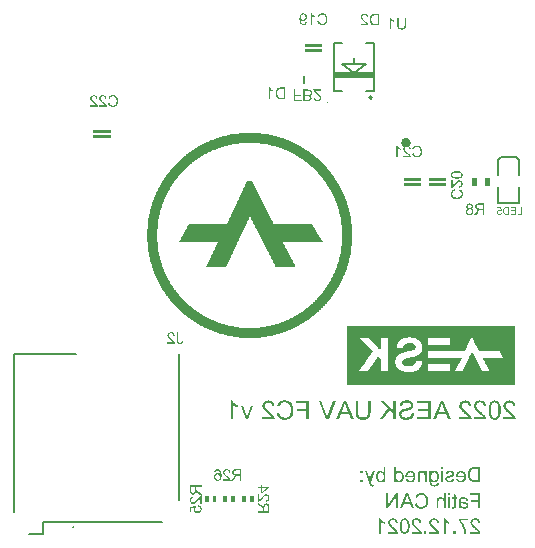
<source format=gbo>
G04*
G04 #@! TF.GenerationSoftware,Altium Limited,Altium Designer,20.2.5 (213)*
G04*
G04 Layer_Color=32896*
%FSLAX25Y25*%
%MOIN*%
G70*
G04*
G04 #@! TF.SameCoordinates,36CD812C-5D22-435A-9ACA-62E3915E2B62*
G04*
G04*
G04 #@! TF.FilePolarity,Positive*
G04*
G01*
G75*
%ADD10C,0.00787*%
%ADD12C,0.00500*%
%ADD13C,0.00394*%
%ADD14C,0.01000*%
%ADD67C,0.01575*%
%ADD97C,0.00591*%
G36*
X134685Y164764D02*
X128779Y164764D01*
X128779Y165650D01*
X134685Y165650D01*
X134685Y164764D01*
D02*
G37*
G36*
Y163091D02*
X128779D01*
Y163976D01*
X134685D01*
Y163091D01*
D02*
G37*
G36*
X64272Y135925D02*
X58366Y135925D01*
X58366Y136811D01*
X64272Y136811D01*
X64272Y135925D01*
D02*
G37*
G36*
Y134252D02*
X58366D01*
Y135138D01*
X64272D01*
Y134252D01*
D02*
G37*
G36*
X176057Y120079D02*
X170152D01*
Y120965D01*
X176057D01*
Y120079D01*
D02*
G37*
G36*
X167711D02*
X161805D01*
Y120965D01*
X167711D01*
Y120079D01*
D02*
G37*
G36*
X190545Y118405D02*
X188970D01*
Y120965D01*
X190545D01*
Y118405D01*
D02*
G37*
G36*
X186215D02*
X184640D01*
Y120965D01*
X186215D01*
Y118405D01*
D02*
G37*
G36*
X176057Y118405D02*
X170152Y118405D01*
X170152Y119291D01*
X176057Y119291D01*
X176057Y118405D01*
D02*
G37*
G36*
X167711D02*
X161805Y118405D01*
X161805Y119291D01*
X167711Y119291D01*
X167711Y118405D01*
D02*
G37*
G36*
X114148Y135730D02*
X115214D01*
Y135597D01*
X116147D01*
Y135464D01*
X116946D01*
Y135331D01*
X117613D01*
Y135197D01*
X118146D01*
Y135064D01*
X118678D01*
Y134931D01*
X119211D01*
Y134798D01*
X119744D01*
Y134664D01*
X120144D01*
Y134531D01*
X120677D01*
Y134398D01*
X121077D01*
Y134265D01*
X121476D01*
Y134132D01*
X121876D01*
Y133998D01*
X122276D01*
Y133865D01*
X122542D01*
Y133732D01*
X122942D01*
Y133599D01*
X123208D01*
Y133465D01*
X123608D01*
Y133332D01*
X123875D01*
Y133199D01*
X124141D01*
Y133066D01*
X124541D01*
Y132932D01*
X124807D01*
Y132799D01*
X125074D01*
Y132666D01*
X125340D01*
Y132533D01*
X125607D01*
Y132399D01*
X125873D01*
Y132266D01*
X126140D01*
Y132133D01*
X126406D01*
Y132000D01*
X126673D01*
Y131867D01*
X126939D01*
Y131733D01*
X127206D01*
Y131600D01*
X127339D01*
Y131467D01*
X127605D01*
Y131334D01*
X127872D01*
Y131200D01*
X128005D01*
Y131067D01*
X128271D01*
Y130934D01*
X128538D01*
Y130801D01*
X128671D01*
Y130667D01*
X128938D01*
Y130534D01*
X129071D01*
Y130401D01*
X129337D01*
Y130268D01*
X129471D01*
Y130134D01*
X129737D01*
Y130001D01*
X129870D01*
Y129868D01*
X130137D01*
Y129735D01*
X130270D01*
Y129602D01*
X130536D01*
Y129468D01*
X130670D01*
Y129335D01*
X130803D01*
Y129202D01*
X131069D01*
Y129069D01*
X131203D01*
Y128935D01*
X131336D01*
Y128802D01*
X131602D01*
Y128669D01*
X131736D01*
Y128536D01*
X131869D01*
Y128402D01*
X132002D01*
Y128269D01*
X132269D01*
Y128136D01*
X132402D01*
Y128003D01*
X132535D01*
Y127869D01*
X132668D01*
Y127736D01*
X132801D01*
Y127603D01*
X132935D01*
Y127470D01*
X133201D01*
Y127337D01*
X133334D01*
Y127203D01*
X133468D01*
Y127070D01*
X133601D01*
Y126937D01*
X133734D01*
Y126804D01*
X133867D01*
Y126670D01*
X134001D01*
Y126537D01*
X134134D01*
Y126404D01*
X134267D01*
Y126271D01*
X134400D01*
Y126137D01*
X134534D01*
Y126004D01*
X134667D01*
Y125871D01*
X134800D01*
Y125738D01*
X134933D01*
Y125604D01*
X135066D01*
Y125471D01*
X135200D01*
Y125338D01*
X135333D01*
Y125205D01*
X135466D01*
Y125072D01*
X135600D01*
Y124938D01*
X135733D01*
Y124805D01*
X135866D01*
Y124672D01*
X135999D01*
Y124539D01*
X136132D01*
Y124405D01*
Y124272D01*
X136266D01*
Y124139D01*
X136399D01*
Y124006D01*
X136532D01*
Y123872D01*
X136665D01*
Y123739D01*
X136799D01*
Y123606D01*
X136932D01*
Y123473D01*
Y123339D01*
X137065D01*
Y123206D01*
X137198D01*
Y123073D01*
X137331D01*
Y122940D01*
X137465D01*
Y122807D01*
Y122673D01*
X137598D01*
Y122540D01*
X137731D01*
Y122407D01*
X137864D01*
Y122274D01*
Y122140D01*
X137998D01*
Y122007D01*
X138131D01*
Y121874D01*
X138264D01*
Y121741D01*
Y121607D01*
X138397D01*
Y121474D01*
X138531D01*
Y121341D01*
Y121208D01*
X138664D01*
Y121074D01*
X138797D01*
Y120941D01*
Y120808D01*
X138930D01*
Y120675D01*
X139064D01*
Y120542D01*
Y120408D01*
X139197D01*
Y120275D01*
X139330D01*
Y120142D01*
Y120009D01*
X139463D01*
Y119875D01*
X139597D01*
Y119742D01*
Y119609D01*
X139730D01*
Y119475D01*
Y119342D01*
X139863D01*
Y119209D01*
X139996D01*
Y119076D01*
Y118943D01*
X140129D01*
Y118809D01*
Y118676D01*
X140263D01*
Y118543D01*
X140396D01*
Y118410D01*
Y118276D01*
X140529D01*
Y118143D01*
Y118010D01*
X140663D01*
Y117877D01*
Y117744D01*
X140796D01*
Y117610D01*
Y117477D01*
X140929D01*
Y117344D01*
Y117210D01*
X141062D01*
Y117077D01*
Y116944D01*
X141195D01*
Y116811D01*
Y116678D01*
X141329D01*
Y116544D01*
Y116411D01*
X141462D01*
Y116278D01*
Y116145D01*
X141595D01*
Y116011D01*
Y115878D01*
X141728D01*
Y115745D01*
Y115612D01*
Y115479D01*
X141862D01*
Y115345D01*
Y115212D01*
X141995D01*
Y115079D01*
Y114945D01*
X142128D01*
Y114812D01*
Y114679D01*
Y114546D01*
X142261D01*
Y114413D01*
Y114279D01*
X142395D01*
Y114146D01*
Y114013D01*
Y113880D01*
X142528D01*
Y113746D01*
Y113613D01*
X142661D01*
Y113480D01*
Y113347D01*
Y113213D01*
X142794D01*
Y113080D01*
Y112947D01*
Y112814D01*
X142928D01*
Y112680D01*
Y112547D01*
Y112414D01*
X143061D01*
Y112281D01*
Y112147D01*
Y112014D01*
X143194D01*
Y111881D01*
Y111748D01*
Y111615D01*
Y111481D01*
X143327D01*
Y111348D01*
Y111215D01*
Y111082D01*
X143460D01*
Y110948D01*
Y110815D01*
Y110682D01*
Y110549D01*
X143594D01*
Y110415D01*
Y110282D01*
Y110149D01*
Y110016D01*
X143727D01*
Y109882D01*
Y109749D01*
Y109616D01*
Y109483D01*
X143860D01*
Y109350D01*
Y109216D01*
Y109083D01*
Y108950D01*
X143993D01*
Y108817D01*
Y108683D01*
Y108550D01*
Y108417D01*
Y108284D01*
X144127D01*
Y108150D01*
Y108017D01*
Y107884D01*
Y107751D01*
Y107617D01*
Y107484D01*
X144260D01*
Y107351D01*
Y107218D01*
Y107085D01*
Y106951D01*
Y106818D01*
Y106685D01*
Y106552D01*
X144393D01*
Y106418D01*
Y106285D01*
Y106152D01*
Y106019D01*
Y105885D01*
Y105752D01*
Y105619D01*
Y105486D01*
X144526D01*
Y105352D01*
Y105219D01*
Y105086D01*
Y104953D01*
Y104820D01*
Y104686D01*
Y104553D01*
Y104420D01*
Y104287D01*
Y104153D01*
Y104020D01*
Y103887D01*
X144660D01*
Y103754D01*
Y103620D01*
Y103487D01*
Y103354D01*
Y103221D01*
Y103087D01*
Y102954D01*
Y102821D01*
Y102688D01*
Y102555D01*
Y102421D01*
Y102288D01*
Y102155D01*
Y102022D01*
Y101888D01*
Y101755D01*
Y101622D01*
Y101489D01*
Y101355D01*
Y101222D01*
Y101089D01*
Y100956D01*
Y100822D01*
Y100689D01*
Y100556D01*
Y100423D01*
Y100289D01*
Y100156D01*
Y100023D01*
Y99890D01*
Y99756D01*
X144526D01*
Y99623D01*
Y99490D01*
Y99357D01*
Y99224D01*
Y99090D01*
Y98957D01*
Y98824D01*
Y98691D01*
Y98557D01*
Y98424D01*
Y98291D01*
Y98158D01*
X144393D01*
Y98024D01*
Y97891D01*
Y97758D01*
Y97625D01*
Y97492D01*
Y97358D01*
Y97225D01*
Y97092D01*
X144260D01*
Y96959D01*
Y96825D01*
Y96692D01*
Y96559D01*
Y96426D01*
Y96292D01*
Y96159D01*
X144127D01*
Y96026D01*
Y95893D01*
Y95759D01*
Y95626D01*
Y95493D01*
Y95360D01*
X143993D01*
Y95227D01*
Y95093D01*
Y94960D01*
Y94827D01*
Y94693D01*
X143860D01*
Y94560D01*
Y94427D01*
Y94294D01*
Y94161D01*
X143727D01*
Y94027D01*
Y93894D01*
Y93761D01*
Y93628D01*
X143594D01*
Y93494D01*
Y93361D01*
Y93228D01*
Y93095D01*
X143460D01*
Y92961D01*
Y92828D01*
Y92695D01*
Y92562D01*
X143327D01*
Y92428D01*
Y92295D01*
Y92162D01*
X143194D01*
Y92029D01*
Y91896D01*
Y91762D01*
Y91629D01*
X143061D01*
Y91496D01*
Y91363D01*
Y91229D01*
X142928D01*
Y91096D01*
Y90963D01*
Y90830D01*
X142794D01*
Y90696D01*
Y90563D01*
Y90430D01*
X142661D01*
Y90297D01*
Y90163D01*
Y90030D01*
X142528D01*
Y89897D01*
Y89764D01*
X142395D01*
Y89631D01*
Y89497D01*
Y89364D01*
X142261D01*
Y89231D01*
Y89098D01*
X142128D01*
Y88964D01*
Y88831D01*
Y88698D01*
X141995D01*
Y88565D01*
Y88431D01*
X141862D01*
Y88298D01*
Y88165D01*
X141728D01*
Y88032D01*
Y87898D01*
Y87765D01*
X141595D01*
Y87632D01*
Y87499D01*
X141462D01*
Y87366D01*
Y87232D01*
X141329D01*
Y87099D01*
Y86966D01*
X141195D01*
Y86833D01*
Y86699D01*
X141062D01*
Y86566D01*
Y86433D01*
X140929D01*
Y86300D01*
Y86166D01*
X140796D01*
Y86033D01*
Y85900D01*
X140663D01*
Y85767D01*
Y85633D01*
X140529D01*
Y85500D01*
Y85367D01*
X140396D01*
Y85234D01*
Y85101D01*
X140263D01*
Y84967D01*
X140129D01*
Y84834D01*
Y84701D01*
X139996D01*
Y84567D01*
Y84434D01*
X139863D01*
Y84301D01*
X139730D01*
Y84168D01*
Y84035D01*
X139597D01*
Y83901D01*
Y83768D01*
X139463D01*
Y83635D01*
X139330D01*
Y83502D01*
Y83368D01*
X139197D01*
Y83235D01*
X139064D01*
Y83102D01*
Y82969D01*
X138930D01*
Y82836D01*
X138797D01*
Y82702D01*
Y82569D01*
X138664D01*
Y82436D01*
X138531D01*
Y82302D01*
Y82169D01*
X138397D01*
Y82036D01*
X138264D01*
Y81903D01*
Y81770D01*
X138131D01*
Y81636D01*
X137998D01*
Y81503D01*
X137864D01*
Y81370D01*
Y81237D01*
X137731D01*
Y81103D01*
X137598D01*
Y80970D01*
X137465D01*
Y80837D01*
Y80704D01*
X137331D01*
Y80570D01*
X137198D01*
Y80437D01*
X137065D01*
Y80304D01*
X136932D01*
Y80171D01*
Y80037D01*
X136799D01*
Y79904D01*
X136665D01*
Y79771D01*
X136532D01*
Y79638D01*
X136399D01*
Y79505D01*
X136266D01*
Y79371D01*
X136132D01*
Y79238D01*
Y79105D01*
X135999D01*
Y78972D01*
X135866D01*
Y78838D01*
X135733D01*
Y78705D01*
X135600D01*
Y78572D01*
X135466D01*
Y78439D01*
X135333D01*
Y78305D01*
X135200D01*
Y78172D01*
X135066D01*
Y78039D01*
X134933D01*
Y77906D01*
X134800D01*
Y77772D01*
X134667D01*
Y77639D01*
X134534D01*
Y77506D01*
X134400D01*
Y77373D01*
X134267D01*
Y77240D01*
X134134D01*
Y77106D01*
X134001D01*
Y76973D01*
X133867D01*
Y76840D01*
X133734D01*
Y76707D01*
X133601D01*
Y76573D01*
X133468D01*
Y76440D01*
X133334D01*
Y76307D01*
X133201D01*
Y76174D01*
X132935D01*
Y76040D01*
X132801D01*
Y75907D01*
X132668D01*
Y75774D01*
X132535D01*
Y75641D01*
X132402D01*
Y75507D01*
X132269D01*
Y75374D01*
X132002D01*
Y75241D01*
X131869D01*
Y75108D01*
X131736D01*
Y74975D01*
X131602D01*
Y74841D01*
X131336D01*
Y74708D01*
X131203D01*
Y74575D01*
X131069D01*
Y74441D01*
X130803D01*
Y74308D01*
X130670D01*
Y74175D01*
X130536D01*
Y74042D01*
X130270D01*
Y73909D01*
X130137D01*
Y73775D01*
X129870D01*
Y73642D01*
X129737D01*
Y73509D01*
X129471D01*
Y73376D01*
X129337D01*
Y73242D01*
X129071D01*
Y73109D01*
X128938D01*
Y72976D01*
X128671D01*
Y72843D01*
X128538D01*
Y72710D01*
X128271D01*
Y72576D01*
X128005D01*
Y72443D01*
X127872D01*
Y72310D01*
X127605D01*
Y72176D01*
X127339D01*
Y72043D01*
X127206D01*
Y71910D01*
X126939D01*
Y71777D01*
X126673D01*
Y71644D01*
X126406D01*
Y71510D01*
X126140D01*
Y71377D01*
X125873D01*
Y71244D01*
X125607D01*
Y71111D01*
X125340D01*
Y70977D01*
X125074D01*
Y70844D01*
X124807D01*
Y70711D01*
X124541D01*
Y70578D01*
X124141D01*
Y70444D01*
X123875D01*
Y70311D01*
X123608D01*
Y70178D01*
X123208D01*
Y70045D01*
X122942D01*
Y69911D01*
X122542D01*
Y69778D01*
X122276D01*
Y69645D01*
X121876D01*
Y69512D01*
X121476D01*
Y69379D01*
X121077D01*
Y69245D01*
X120677D01*
Y69112D01*
X120144D01*
Y68979D01*
X119744D01*
Y68846D01*
X119211D01*
Y68712D01*
X118678D01*
Y68579D01*
X118146D01*
Y68446D01*
X117613D01*
Y68313D01*
X116946D01*
Y68179D01*
X116147D01*
Y68046D01*
X115214D01*
Y67913D01*
X114148D01*
Y67780D01*
X112549D01*
Y67646D01*
X108419D01*
Y67780D01*
X106820D01*
Y67913D01*
X105754D01*
Y68046D01*
X104822D01*
Y68179D01*
X104022D01*
Y68313D01*
X103356D01*
Y68446D01*
X102823D01*
Y68579D01*
X102290D01*
Y68712D01*
X101757D01*
Y68846D01*
X101224D01*
Y68979D01*
X100825D01*
Y69112D01*
X100292D01*
Y69245D01*
X99892D01*
Y69379D01*
X99492D01*
Y69512D01*
X99093D01*
Y69645D01*
X98693D01*
Y69778D01*
X98426D01*
Y69911D01*
X98027D01*
Y70045D01*
X97760D01*
Y70178D01*
X97360D01*
Y70311D01*
X97094D01*
Y70444D01*
X96828D01*
Y70578D01*
X96428D01*
Y70711D01*
X96161D01*
Y70844D01*
X95895D01*
Y70977D01*
X95628D01*
Y71111D01*
X95362D01*
Y71244D01*
X95095D01*
Y71377D01*
X94829D01*
Y71510D01*
X94563D01*
Y71644D01*
X94296D01*
Y71777D01*
X94030D01*
Y71910D01*
X93763D01*
Y72043D01*
X93630D01*
Y72176D01*
X93363D01*
Y72310D01*
X93097D01*
Y72443D01*
X92964D01*
Y72576D01*
X92697D01*
Y72710D01*
X92431D01*
Y72843D01*
X92298D01*
Y72976D01*
X92031D01*
Y73109D01*
X91898D01*
Y73242D01*
X91631D01*
Y73376D01*
X91498D01*
Y73509D01*
X91232D01*
Y73642D01*
X91098D01*
Y73775D01*
X90832D01*
Y73909D01*
X90699D01*
Y74042D01*
X90432D01*
Y74175D01*
X90299D01*
Y74308D01*
X90166D01*
Y74441D01*
X89899D01*
Y74575D01*
X89766D01*
Y74708D01*
X89633D01*
Y74841D01*
X89366D01*
Y74975D01*
X89233D01*
Y75108D01*
X89100D01*
Y75241D01*
X88967D01*
Y75374D01*
X88700D01*
Y75507D01*
X88567D01*
Y75641D01*
X88434D01*
Y75774D01*
X88300D01*
Y75907D01*
X88167D01*
Y76040D01*
X88034D01*
Y76174D01*
X87767D01*
Y76307D01*
X87634D01*
Y76440D01*
X87501D01*
Y76573D01*
X87368D01*
Y76707D01*
X87234D01*
Y76840D01*
X87101D01*
Y76973D01*
X86968D01*
Y77106D01*
X86835D01*
Y77240D01*
X86702D01*
Y77373D01*
X86568D01*
Y77506D01*
X86435D01*
Y77639D01*
X86302D01*
Y77772D01*
X86169D01*
Y77906D01*
X86035D01*
Y78039D01*
X85902D01*
Y78172D01*
X85769D01*
Y78305D01*
X85636D01*
Y78439D01*
X85502D01*
Y78572D01*
X85369D01*
Y78705D01*
X85236D01*
Y78838D01*
X85103D01*
Y78972D01*
X84970D01*
Y79105D01*
X84836D01*
Y79238D01*
Y79371D01*
X84703D01*
Y79505D01*
X84570D01*
Y79638D01*
X84437D01*
Y79771D01*
X84303D01*
Y79904D01*
X84170D01*
Y80037D01*
X84037D01*
Y80171D01*
Y80304D01*
X83904D01*
Y80437D01*
X83770D01*
Y80570D01*
X83637D01*
Y80704D01*
X83504D01*
Y80837D01*
Y80970D01*
X83371D01*
Y81103D01*
X83237D01*
Y81237D01*
X83104D01*
Y81370D01*
Y81503D01*
X82971D01*
Y81636D01*
X82838D01*
Y81770D01*
X82705D01*
Y81903D01*
Y82036D01*
X82571D01*
Y82169D01*
X82438D01*
Y82302D01*
Y82436D01*
X82305D01*
Y82569D01*
X82171D01*
Y82702D01*
Y82836D01*
X82038D01*
Y82969D01*
X81905D01*
Y83102D01*
Y83235D01*
X81772D01*
Y83368D01*
X81639D01*
Y83502D01*
Y83635D01*
X81505D01*
Y83768D01*
X81372D01*
Y83901D01*
Y84035D01*
X81239D01*
Y84168D01*
Y84301D01*
X81106D01*
Y84434D01*
X80972D01*
Y84567D01*
Y84701D01*
X80839D01*
Y84834D01*
Y84967D01*
X80706D01*
Y85101D01*
X80573D01*
Y85234D01*
Y85367D01*
X80440D01*
Y85500D01*
Y85633D01*
X80306D01*
Y85767D01*
Y85900D01*
X80173D01*
Y86033D01*
Y86166D01*
X80040D01*
Y86300D01*
Y86433D01*
X79906D01*
Y86566D01*
Y86699D01*
X79773D01*
Y86833D01*
Y86966D01*
X79640D01*
Y87099D01*
Y87232D01*
X79507D01*
Y87366D01*
Y87499D01*
X79374D01*
Y87632D01*
Y87765D01*
X79240D01*
Y87898D01*
Y88032D01*
Y88165D01*
X79107D01*
Y88298D01*
Y88431D01*
X78974D01*
Y88565D01*
Y88698D01*
X78841D01*
Y88831D01*
Y88964D01*
Y89098D01*
X78707D01*
Y89231D01*
Y89364D01*
X78574D01*
Y89497D01*
Y89631D01*
Y89764D01*
X78441D01*
Y89897D01*
Y90030D01*
X78308D01*
Y90163D01*
Y90297D01*
Y90430D01*
X78174D01*
Y90563D01*
Y90696D01*
Y90830D01*
X78041D01*
Y90963D01*
Y91096D01*
Y91229D01*
X77908D01*
Y91363D01*
Y91496D01*
Y91629D01*
X77775D01*
Y91762D01*
Y91896D01*
Y92029D01*
Y92162D01*
X77641D01*
Y92295D01*
Y92428D01*
Y92562D01*
X77508D01*
Y92695D01*
Y92828D01*
Y92961D01*
Y93095D01*
X77375D01*
Y93228D01*
Y93361D01*
Y93494D01*
Y93628D01*
X77242D01*
Y93761D01*
Y93894D01*
Y94027D01*
Y94161D01*
X77109D01*
Y94294D01*
Y94427D01*
Y94560D01*
Y94693D01*
X76975D01*
Y94827D01*
Y94960D01*
Y95093D01*
Y95227D01*
Y95360D01*
X76842D01*
Y95493D01*
Y95626D01*
Y95759D01*
Y95893D01*
Y96026D01*
Y96159D01*
X76709D01*
Y96292D01*
Y96426D01*
Y96559D01*
Y96692D01*
Y96825D01*
Y96959D01*
Y97092D01*
X76576D01*
Y97225D01*
Y97358D01*
Y97492D01*
Y97625D01*
Y97758D01*
Y97891D01*
Y98024D01*
Y98158D01*
X76442D01*
Y98291D01*
Y98424D01*
Y98557D01*
Y98691D01*
Y98824D01*
Y98957D01*
Y99090D01*
Y99224D01*
Y99357D01*
Y99490D01*
Y99623D01*
Y99756D01*
X76309D01*
Y99890D01*
Y100023D01*
Y100156D01*
Y100289D01*
Y100423D01*
Y100556D01*
Y100689D01*
Y100822D01*
Y100956D01*
Y101089D01*
Y101222D01*
Y101355D01*
Y101489D01*
Y101622D01*
Y101755D01*
Y101888D01*
Y102022D01*
Y102155D01*
Y102288D01*
Y102421D01*
Y102555D01*
Y102688D01*
Y102821D01*
Y102954D01*
Y103087D01*
Y103221D01*
Y103354D01*
Y103487D01*
Y103620D01*
Y103754D01*
Y103887D01*
X76442D01*
Y104020D01*
Y104153D01*
Y104287D01*
Y104420D01*
Y104553D01*
Y104686D01*
Y104820D01*
Y104953D01*
Y105086D01*
Y105219D01*
Y105352D01*
Y105486D01*
X76576D01*
Y105619D01*
Y105752D01*
Y105885D01*
Y106019D01*
Y106152D01*
Y106285D01*
Y106418D01*
Y106552D01*
X76709D01*
Y106685D01*
Y106818D01*
Y106951D01*
Y107085D01*
Y107218D01*
Y107351D01*
Y107484D01*
X76842D01*
Y107617D01*
Y107751D01*
Y107884D01*
Y108017D01*
Y108150D01*
Y108284D01*
X76975D01*
Y108417D01*
Y108550D01*
Y108683D01*
Y108817D01*
Y108950D01*
X77109D01*
Y109083D01*
Y109216D01*
Y109350D01*
Y109483D01*
X77242D01*
Y109616D01*
Y109749D01*
Y109882D01*
Y110016D01*
X77375D01*
Y110149D01*
Y110282D01*
Y110415D01*
Y110549D01*
X77508D01*
Y110682D01*
Y110815D01*
Y110948D01*
Y111082D01*
X77641D01*
Y111215D01*
Y111348D01*
Y111481D01*
X77775D01*
Y111615D01*
Y111748D01*
Y111881D01*
Y112014D01*
X77908D01*
Y112147D01*
Y112281D01*
Y112414D01*
X78041D01*
Y112547D01*
Y112680D01*
Y112814D01*
X78174D01*
Y112947D01*
Y113080D01*
Y113213D01*
X78308D01*
Y113347D01*
Y113480D01*
Y113613D01*
X78441D01*
Y113746D01*
Y113880D01*
X78574D01*
Y114013D01*
Y114146D01*
Y114279D01*
X78707D01*
Y114413D01*
Y114546D01*
X78841D01*
Y114679D01*
Y114812D01*
Y114945D01*
X78974D01*
Y115079D01*
Y115212D01*
X79107D01*
Y115345D01*
Y115479D01*
X79240D01*
Y115612D01*
Y115745D01*
Y115878D01*
X79374D01*
Y116011D01*
Y116145D01*
X79507D01*
Y116278D01*
Y116411D01*
X79640D01*
Y116544D01*
Y116678D01*
X79773D01*
Y116811D01*
Y116944D01*
X79906D01*
Y117077D01*
Y117210D01*
X80040D01*
Y117344D01*
Y117477D01*
X80173D01*
Y117610D01*
Y117744D01*
X80306D01*
Y117877D01*
Y118010D01*
X80440D01*
Y118143D01*
Y118276D01*
X80573D01*
Y118410D01*
Y118543D01*
X80706D01*
Y118676D01*
X80839D01*
Y118809D01*
Y118943D01*
X80972D01*
Y119076D01*
Y119209D01*
X81106D01*
Y119342D01*
X81239D01*
Y119475D01*
Y119609D01*
X81372D01*
Y119742D01*
Y119875D01*
X81505D01*
Y120009D01*
X81639D01*
Y120142D01*
Y120275D01*
X81772D01*
Y120408D01*
X81905D01*
Y120542D01*
Y120675D01*
X82038D01*
Y120808D01*
X82171D01*
Y120941D01*
Y121074D01*
X82305D01*
Y121208D01*
X82438D01*
Y121341D01*
Y121474D01*
X82571D01*
Y121607D01*
X82705D01*
Y121741D01*
Y121874D01*
X82838D01*
Y122007D01*
X82971D01*
Y122140D01*
X83104D01*
Y122274D01*
Y122407D01*
X83237D01*
Y122540D01*
X83371D01*
Y122673D01*
X83504D01*
Y122807D01*
Y122940D01*
X83637D01*
Y123073D01*
X83770D01*
Y123206D01*
X83904D01*
Y123339D01*
X84037D01*
Y123473D01*
Y123606D01*
X84170D01*
Y123739D01*
X84303D01*
Y123872D01*
X84437D01*
Y124006D01*
X84570D01*
Y124139D01*
X84703D01*
Y124272D01*
X84836D01*
Y124405D01*
Y124539D01*
X84970D01*
Y124672D01*
X85103D01*
Y124805D01*
X85236D01*
Y124938D01*
X85369D01*
Y125072D01*
X85502D01*
Y125205D01*
X85636D01*
Y125338D01*
X85769D01*
Y125471D01*
X85902D01*
Y125604D01*
X86035D01*
Y125738D01*
X86169D01*
Y125871D01*
X86302D01*
Y126004D01*
X86435D01*
Y126137D01*
X86568D01*
Y126271D01*
X86702D01*
Y126404D01*
X86835D01*
Y126537D01*
X86968D01*
Y126670D01*
X87101D01*
Y126804D01*
X87234D01*
Y126937D01*
X87368D01*
Y127070D01*
X87501D01*
Y127203D01*
X87634D01*
Y127337D01*
X87767D01*
Y127470D01*
X88034D01*
Y127603D01*
X88167D01*
Y127736D01*
X88300D01*
Y127869D01*
X88434D01*
Y128003D01*
X88567D01*
Y128136D01*
X88700D01*
Y128269D01*
X88967D01*
Y128402D01*
X89100D01*
Y128536D01*
X89233D01*
Y128669D01*
X89366D01*
Y128802D01*
X89633D01*
Y128935D01*
X89766D01*
Y129069D01*
X89899D01*
Y129202D01*
X90166D01*
Y129335D01*
X90299D01*
Y129468D01*
X90432D01*
Y129602D01*
X90699D01*
Y129735D01*
X90832D01*
Y129868D01*
X91098D01*
Y130001D01*
X91232D01*
Y130134D01*
X91498D01*
Y130268D01*
X91631D01*
Y130401D01*
X91898D01*
Y130534D01*
X92031D01*
Y130667D01*
X92298D01*
Y130801D01*
X92431D01*
Y130934D01*
X92697D01*
Y131067D01*
X92964D01*
Y131200D01*
X93097D01*
Y131334D01*
X93363D01*
Y131467D01*
X93630D01*
Y131600D01*
X93763D01*
Y131733D01*
X94030D01*
Y131867D01*
X94296D01*
Y132000D01*
X94563D01*
Y132133D01*
X94829D01*
Y132266D01*
X95095D01*
Y132399D01*
X95362D01*
Y132533D01*
X95628D01*
Y132666D01*
X95895D01*
Y132799D01*
X96161D01*
Y132932D01*
X96428D01*
Y133066D01*
X96828D01*
Y133199D01*
X97094D01*
Y133332D01*
X97360D01*
Y133465D01*
X97760D01*
Y133599D01*
X98027D01*
Y133732D01*
X98426D01*
Y133865D01*
X98693D01*
Y133998D01*
X99093D01*
Y134132D01*
X99492D01*
Y134265D01*
X99892D01*
Y134398D01*
X100292D01*
Y134531D01*
X100825D01*
Y134664D01*
X101224D01*
Y134798D01*
X101757D01*
Y134931D01*
X102290D01*
Y135064D01*
X102823D01*
Y135197D01*
X103356D01*
Y135331D01*
X104022D01*
Y135464D01*
X104822D01*
Y135597D01*
X105754D01*
Y135730D01*
X106820D01*
Y135864D01*
X114148D01*
Y135730D01*
D02*
G37*
G36*
X111811Y12894D02*
X110531D01*
Y15059D01*
X111811D01*
Y12894D01*
D02*
G37*
G36*
X109153D02*
X107874D01*
Y15059D01*
X109153D01*
Y12894D01*
D02*
G37*
G36*
X105512D02*
X104232D01*
Y15059D01*
X105512D01*
Y12894D01*
D02*
G37*
G36*
X102854D02*
X101575D01*
Y15059D01*
X102854D01*
Y12894D01*
D02*
G37*
G36*
X99409D02*
X98130D01*
Y15059D01*
X99409D01*
Y12894D01*
D02*
G37*
G36*
X96752D02*
X95472D01*
Y15059D01*
X96752D01*
Y12894D01*
D02*
G37*
G36*
X199016Y52067D02*
X142895D01*
Y71638D01*
X199016D01*
Y52067D01*
D02*
G37*
G36*
X197181Y46786D02*
X197336Y46777D01*
X197482Y46749D01*
X197618Y46722D01*
X197746Y46686D01*
X197864Y46649D01*
X197974Y46604D01*
X198074Y46558D01*
X198165Y46513D01*
X198238Y46467D01*
X198302Y46431D01*
X198356Y46394D01*
X198402Y46367D01*
X198429Y46340D01*
X198447Y46330D01*
X198457Y46321D01*
X198548Y46230D01*
X198630Y46130D01*
X198712Y46021D01*
X198775Y45911D01*
X198885Y45693D01*
X198958Y45474D01*
X198985Y45374D01*
X199012Y45274D01*
X199030Y45192D01*
X199049Y45119D01*
X199058Y45055D01*
Y45009D01*
X199067Y44982D01*
Y44973D01*
X198274Y44891D01*
X198256Y45101D01*
X198220Y45283D01*
X198165Y45447D01*
X198101Y45574D01*
X198047Y45684D01*
X197992Y45757D01*
X197955Y45802D01*
X197937Y45820D01*
X197801Y45930D01*
X197655Y46012D01*
X197500Y46075D01*
X197363Y46112D01*
X197236Y46139D01*
X197126Y46148D01*
X197090Y46157D01*
X197035D01*
X196844Y46148D01*
X196671Y46112D01*
X196525Y46057D01*
X196398Y46003D01*
X196297Y45939D01*
X196234Y45893D01*
X196188Y45857D01*
X196170Y45838D01*
X196061Y45711D01*
X195978Y45584D01*
X195915Y45456D01*
X195878Y45328D01*
X195851Y45228D01*
X195842Y45137D01*
X195833Y45082D01*
Y45073D01*
Y45064D01*
X195851Y44900D01*
X195887Y44727D01*
X195951Y44572D01*
X196015Y44427D01*
X196088Y44308D01*
X196152Y44208D01*
X196170Y44171D01*
X196188Y44144D01*
X196206Y44135D01*
Y44126D01*
X196279Y44026D01*
X196370Y43925D01*
X196470Y43816D01*
X196580Y43707D01*
X196808Y43488D01*
X197035Y43270D01*
X197154Y43169D01*
X197254Y43078D01*
X197354Y42996D01*
X197436Y42923D01*
X197500Y42869D01*
X197555Y42823D01*
X197591Y42796D01*
X197600Y42787D01*
X197828Y42595D01*
X198037Y42413D01*
X198211Y42249D01*
X198347Y42113D01*
X198466Y41994D01*
X198548Y41912D01*
X198593Y41857D01*
X198611Y41848D01*
Y41839D01*
X198739Y41684D01*
X198839Y41539D01*
X198930Y41393D01*
X199003Y41265D01*
X199058Y41156D01*
X199094Y41074D01*
X199112Y41019D01*
X199121Y41010D01*
Y41001D01*
X199158Y40901D01*
X199176Y40810D01*
X199194Y40719D01*
X199204Y40637D01*
X199213Y40564D01*
Y40509D01*
Y40473D01*
Y40464D01*
X195031D01*
Y41211D01*
X198138D01*
X198028Y41366D01*
X197974Y41429D01*
X197928Y41493D01*
X197882Y41548D01*
X197846Y41584D01*
X197819Y41611D01*
X197810Y41621D01*
X197764Y41666D01*
X197709Y41712D01*
X197582Y41830D01*
X197436Y41967D01*
X197281Y42103D01*
X197135Y42222D01*
X197072Y42276D01*
X197017Y42331D01*
X196971Y42368D01*
X196935Y42395D01*
X196917Y42413D01*
X196908Y42422D01*
X196762Y42550D01*
X196616Y42668D01*
X196489Y42787D01*
X196370Y42887D01*
X196261Y42987D01*
X196170Y43078D01*
X196079Y43160D01*
X196006Y43233D01*
X195933Y43306D01*
X195878Y43361D01*
X195833Y43406D01*
X195787Y43452D01*
X195742Y43506D01*
X195723Y43525D01*
X195596Y43679D01*
X195487Y43816D01*
X195396Y43953D01*
X195323Y44062D01*
X195268Y44162D01*
X195231Y44235D01*
X195213Y44281D01*
X195204Y44299D01*
X195150Y44436D01*
X195113Y44572D01*
X195077Y44700D01*
X195058Y44809D01*
X195049Y44909D01*
X195040Y44982D01*
Y45028D01*
Y45046D01*
X195049Y45183D01*
X195068Y45310D01*
X195086Y45438D01*
X195122Y45547D01*
X195213Y45766D01*
X195304Y45939D01*
X195359Y46021D01*
X195405Y46084D01*
X195450Y46148D01*
X195496Y46194D01*
X195532Y46230D01*
X195550Y46267D01*
X195569Y46276D01*
X195578Y46285D01*
X195678Y46376D01*
X195787Y46458D01*
X195906Y46522D01*
X196024Y46576D01*
X196261Y46668D01*
X196498Y46731D01*
X196598Y46749D01*
X196698Y46768D01*
X196789Y46777D01*
X196862Y46786D01*
X196926Y46795D01*
X197017D01*
X197181Y46786D01*
D02*
G37*
G36*
X187379D02*
X187534Y46777D01*
X187679Y46749D01*
X187816Y46722D01*
X187943Y46686D01*
X188062Y46649D01*
X188171Y46604D01*
X188271Y46558D01*
X188363Y46513D01*
X188435Y46467D01*
X188499Y46431D01*
X188554Y46394D01*
X188600Y46367D01*
X188627Y46340D01*
X188645Y46330D01*
X188654Y46321D01*
X188745Y46230D01*
X188827Y46130D01*
X188909Y46021D01*
X188973Y45911D01*
X189082Y45693D01*
X189155Y45474D01*
X189182Y45374D01*
X189210Y45274D01*
X189228Y45192D01*
X189246Y45119D01*
X189255Y45055D01*
Y45009D01*
X189265Y44982D01*
Y44973D01*
X188472Y44891D01*
X188454Y45101D01*
X188417Y45283D01*
X188363Y45447D01*
X188299Y45574D01*
X188244Y45684D01*
X188189Y45757D01*
X188153Y45802D01*
X188135Y45820D01*
X187998Y45930D01*
X187852Y46012D01*
X187698Y46075D01*
X187561Y46112D01*
X187433Y46139D01*
X187324Y46148D01*
X187288Y46157D01*
X187233D01*
X187042Y46148D01*
X186869Y46112D01*
X186723Y46057D01*
X186595Y46003D01*
X186495Y45939D01*
X186431Y45893D01*
X186386Y45857D01*
X186367Y45838D01*
X186258Y45711D01*
X186176Y45584D01*
X186112Y45456D01*
X186076Y45328D01*
X186049Y45228D01*
X186039Y45137D01*
X186030Y45082D01*
Y45073D01*
Y45064D01*
X186049Y44900D01*
X186085Y44727D01*
X186149Y44572D01*
X186213Y44427D01*
X186285Y44308D01*
X186349Y44208D01*
X186367Y44171D01*
X186386Y44144D01*
X186404Y44135D01*
Y44126D01*
X186477Y44026D01*
X186568Y43925D01*
X186668Y43816D01*
X186777Y43707D01*
X187005Y43488D01*
X187233Y43270D01*
X187351Y43169D01*
X187452Y43078D01*
X187552Y42996D01*
X187634Y42923D01*
X187698Y42869D01*
X187752Y42823D01*
X187789Y42796D01*
X187798Y42787D01*
X188025Y42595D01*
X188235Y42413D01*
X188408Y42249D01*
X188545Y42113D01*
X188663Y41994D01*
X188745Y41912D01*
X188791Y41857D01*
X188809Y41848D01*
Y41839D01*
X188936Y41684D01*
X189037Y41539D01*
X189128Y41393D01*
X189201Y41265D01*
X189255Y41156D01*
X189292Y41074D01*
X189310Y41019D01*
X189319Y41010D01*
Y41001D01*
X189356Y40901D01*
X189374Y40810D01*
X189392Y40719D01*
X189401Y40637D01*
X189410Y40564D01*
Y40509D01*
Y40473D01*
Y40464D01*
X185229D01*
Y41211D01*
X188335D01*
X188226Y41366D01*
X188171Y41429D01*
X188126Y41493D01*
X188080Y41548D01*
X188044Y41584D01*
X188016Y41611D01*
X188007Y41621D01*
X187962Y41666D01*
X187907Y41712D01*
X187779Y41830D01*
X187634Y41967D01*
X187479Y42103D01*
X187333Y42222D01*
X187269Y42276D01*
X187215Y42331D01*
X187169Y42368D01*
X187133Y42395D01*
X187115Y42413D01*
X187105Y42422D01*
X186960Y42550D01*
X186814Y42668D01*
X186686Y42787D01*
X186568Y42887D01*
X186459Y42987D01*
X186367Y43078D01*
X186276Y43160D01*
X186204Y43233D01*
X186131Y43306D01*
X186076Y43361D01*
X186030Y43406D01*
X185985Y43452D01*
X185939Y43506D01*
X185921Y43525D01*
X185794Y43679D01*
X185684Y43816D01*
X185593Y43953D01*
X185520Y44062D01*
X185466Y44162D01*
X185429Y44235D01*
X185411Y44281D01*
X185402Y44299D01*
X185347Y44436D01*
X185311Y44572D01*
X185274Y44700D01*
X185256Y44809D01*
X185247Y44909D01*
X185238Y44982D01*
Y45028D01*
Y45046D01*
X185247Y45183D01*
X185265Y45310D01*
X185283Y45438D01*
X185320Y45547D01*
X185411Y45766D01*
X185502Y45939D01*
X185557Y46021D01*
X185602Y46084D01*
X185648Y46148D01*
X185693Y46194D01*
X185730Y46230D01*
X185748Y46267D01*
X185766Y46276D01*
X185775Y46285D01*
X185876Y46376D01*
X185985Y46458D01*
X186103Y46522D01*
X186222Y46576D01*
X186459Y46668D01*
X186696Y46731D01*
X186796Y46749D01*
X186896Y46768D01*
X186987Y46777D01*
X187060Y46786D01*
X187124Y46795D01*
X187215D01*
X187379Y46786D01*
D02*
G37*
G36*
X182477D02*
X182632Y46777D01*
X182778Y46749D01*
X182915Y46722D01*
X183042Y46686D01*
X183161Y46649D01*
X183270Y46604D01*
X183370Y46558D01*
X183461Y46513D01*
X183534Y46467D01*
X183598Y46431D01*
X183653Y46394D01*
X183698Y46367D01*
X183726Y46340D01*
X183744Y46330D01*
X183753Y46321D01*
X183844Y46230D01*
X183926Y46130D01*
X184008Y46021D01*
X184072Y45911D01*
X184181Y45693D01*
X184254Y45474D01*
X184281Y45374D01*
X184309Y45274D01*
X184327Y45192D01*
X184345Y45119D01*
X184354Y45055D01*
Y45009D01*
X184363Y44982D01*
Y44973D01*
X183571Y44891D01*
X183553Y45101D01*
X183516Y45283D01*
X183461Y45447D01*
X183398Y45574D01*
X183343Y45684D01*
X183288Y45757D01*
X183252Y45802D01*
X183234Y45820D01*
X183097Y45930D01*
X182951Y46012D01*
X182796Y46075D01*
X182660Y46112D01*
X182532Y46139D01*
X182423Y46148D01*
X182386Y46157D01*
X182332D01*
X182141Y46148D01*
X181967Y46112D01*
X181822Y46057D01*
X181694Y46003D01*
X181594Y45939D01*
X181530Y45893D01*
X181484Y45857D01*
X181466Y45838D01*
X181357Y45711D01*
X181275Y45584D01*
X181211Y45456D01*
X181175Y45328D01*
X181148Y45228D01*
X181138Y45137D01*
X181129Y45082D01*
Y45073D01*
Y45064D01*
X181148Y44900D01*
X181184Y44727D01*
X181248Y44572D01*
X181311Y44427D01*
X181384Y44308D01*
X181448Y44208D01*
X181466Y44171D01*
X181484Y44144D01*
X181503Y44135D01*
Y44126D01*
X181576Y44026D01*
X181667Y43925D01*
X181767Y43816D01*
X181876Y43707D01*
X182104Y43488D01*
X182332Y43270D01*
X182450Y43169D01*
X182550Y43078D01*
X182651Y42996D01*
X182733Y42923D01*
X182796Y42869D01*
X182851Y42823D01*
X182887Y42796D01*
X182897Y42787D01*
X183124Y42595D01*
X183334Y42413D01*
X183507Y42249D01*
X183644Y42113D01*
X183762Y41994D01*
X183844Y41912D01*
X183890Y41857D01*
X183908Y41848D01*
Y41839D01*
X184035Y41684D01*
X184135Y41539D01*
X184227Y41393D01*
X184300Y41265D01*
X184354Y41156D01*
X184391Y41074D01*
X184409Y41019D01*
X184418Y41010D01*
Y41001D01*
X184454Y40901D01*
X184473Y40810D01*
X184491Y40719D01*
X184500Y40637D01*
X184509Y40564D01*
Y40509D01*
Y40473D01*
Y40464D01*
X180328D01*
Y41211D01*
X183434D01*
X183325Y41366D01*
X183270Y41429D01*
X183224Y41493D01*
X183179Y41548D01*
X183143Y41584D01*
X183115Y41611D01*
X183106Y41621D01*
X183061Y41666D01*
X183006Y41712D01*
X182878Y41830D01*
X182733Y41967D01*
X182578Y42103D01*
X182432Y42222D01*
X182368Y42276D01*
X182314Y42331D01*
X182268Y42368D01*
X182232Y42395D01*
X182213Y42413D01*
X182204Y42422D01*
X182059Y42550D01*
X181913Y42668D01*
X181785Y42787D01*
X181667Y42887D01*
X181557Y42987D01*
X181466Y43078D01*
X181375Y43160D01*
X181302Y43233D01*
X181229Y43306D01*
X181175Y43361D01*
X181129Y43406D01*
X181084Y43452D01*
X181038Y43506D01*
X181020Y43525D01*
X180892Y43679D01*
X180783Y43816D01*
X180692Y43953D01*
X180619Y44062D01*
X180564Y44162D01*
X180528Y44235D01*
X180510Y44281D01*
X180501Y44299D01*
X180446Y44436D01*
X180410Y44572D01*
X180373Y44700D01*
X180355Y44809D01*
X180346Y44909D01*
X180337Y44982D01*
Y45028D01*
Y45046D01*
X180346Y45183D01*
X180364Y45310D01*
X180382Y45438D01*
X180419Y45547D01*
X180510Y45766D01*
X180601Y45939D01*
X180656Y46021D01*
X180701Y46084D01*
X180747Y46148D01*
X180792Y46194D01*
X180829Y46230D01*
X180847Y46267D01*
X180865Y46276D01*
X180874Y46285D01*
X180974Y46376D01*
X181084Y46458D01*
X181202Y46522D01*
X181321Y46576D01*
X181557Y46668D01*
X181794Y46731D01*
X181895Y46749D01*
X181995Y46768D01*
X182086Y46777D01*
X182159Y46786D01*
X182222Y46795D01*
X182314D01*
X182477Y46786D01*
D02*
G37*
G36*
X116867Y46786D02*
X117022Y46777D01*
X117168Y46749D01*
X117305Y46722D01*
X117432Y46686D01*
X117551Y46649D01*
X117660Y46604D01*
X117760Y46558D01*
X117851Y46513D01*
X117924Y46467D01*
X117988Y46431D01*
X118043Y46394D01*
X118088Y46367D01*
X118115Y46340D01*
X118134Y46330D01*
X118143Y46321D01*
X118234Y46230D01*
X118316Y46130D01*
X118398Y46021D01*
X118462Y45911D01*
X118571Y45693D01*
X118644Y45474D01*
X118671Y45374D01*
X118698Y45274D01*
X118717Y45192D01*
X118735Y45119D01*
X118744Y45055D01*
Y45009D01*
X118753Y44982D01*
Y44973D01*
X117961Y44891D01*
X117942Y45101D01*
X117906Y45283D01*
X117851Y45447D01*
X117787Y45574D01*
X117733Y45684D01*
X117678Y45757D01*
X117642Y45802D01*
X117623Y45820D01*
X117487Y45930D01*
X117341Y46012D01*
X117186Y46075D01*
X117050Y46112D01*
X116922Y46139D01*
X116813Y46148D01*
X116776Y46157D01*
X116722D01*
X116530Y46148D01*
X116357Y46112D01*
X116211Y46057D01*
X116084Y46003D01*
X115984Y45939D01*
X115920Y45893D01*
X115874Y45857D01*
X115856Y45838D01*
X115747Y45711D01*
X115665Y45584D01*
X115601Y45456D01*
X115565Y45328D01*
X115537Y45228D01*
X115528Y45137D01*
X115519Y45082D01*
Y45073D01*
Y45064D01*
X115537Y44900D01*
X115574Y44727D01*
X115638Y44572D01*
X115701Y44427D01*
X115774Y44308D01*
X115838Y44208D01*
X115856Y44171D01*
X115874Y44144D01*
X115893Y44135D01*
Y44126D01*
X115965Y44026D01*
X116057Y43925D01*
X116157Y43816D01*
X116266Y43707D01*
X116494Y43488D01*
X116722Y43270D01*
X116840Y43169D01*
X116940Y43078D01*
X117040Y42996D01*
X117122Y42923D01*
X117186Y42869D01*
X117241Y42823D01*
X117277Y42796D01*
X117286Y42787D01*
X117514Y42595D01*
X117724Y42413D01*
X117897Y42249D01*
X118033Y42112D01*
X118152Y41994D01*
X118234Y41912D01*
X118279Y41857D01*
X118298Y41848D01*
Y41839D01*
X118425Y41684D01*
X118525Y41539D01*
X118616Y41393D01*
X118689Y41265D01*
X118744Y41156D01*
X118780Y41074D01*
X118799Y41019D01*
X118808Y41010D01*
Y41001D01*
X118844Y40901D01*
X118862Y40810D01*
X118881Y40719D01*
X118890Y40637D01*
X118899Y40564D01*
Y40509D01*
Y40473D01*
Y40464D01*
X114717D01*
Y41211D01*
X117824D01*
X117715Y41366D01*
X117660Y41429D01*
X117614Y41493D01*
X117569Y41548D01*
X117532Y41584D01*
X117505Y41611D01*
X117496Y41621D01*
X117450Y41666D01*
X117396Y41712D01*
X117268Y41830D01*
X117122Y41967D01*
X116967Y42103D01*
X116822Y42222D01*
X116758Y42276D01*
X116703Y42331D01*
X116658Y42368D01*
X116621Y42395D01*
X116603Y42413D01*
X116594Y42422D01*
X116448Y42550D01*
X116303Y42668D01*
X116175Y42787D01*
X116057Y42887D01*
X115947Y42987D01*
X115856Y43078D01*
X115765Y43160D01*
X115692Y43233D01*
X115619Y43306D01*
X115565Y43361D01*
X115519Y43406D01*
X115473Y43452D01*
X115428Y43506D01*
X115410Y43525D01*
X115282Y43679D01*
X115173Y43816D01*
X115082Y43953D01*
X115009Y44062D01*
X114954Y44162D01*
X114918Y44235D01*
X114900Y44281D01*
X114890Y44299D01*
X114836Y44436D01*
X114799Y44572D01*
X114763Y44700D01*
X114745Y44809D01*
X114736Y44909D01*
X114726Y44982D01*
Y45028D01*
Y45046D01*
X114736Y45183D01*
X114754Y45310D01*
X114772Y45438D01*
X114808Y45547D01*
X114900Y45766D01*
X114991Y45939D01*
X115045Y46021D01*
X115091Y46084D01*
X115136Y46148D01*
X115182Y46194D01*
X115218Y46230D01*
X115237Y46267D01*
X115255Y46276D01*
X115264Y46285D01*
X115364Y46376D01*
X115473Y46458D01*
X115592Y46522D01*
X115710Y46576D01*
X115947Y46668D01*
X116184Y46731D01*
X116284Y46749D01*
X116384Y46768D01*
X116476Y46777D01*
X116549Y46786D01*
X116612Y46795D01*
X116703D01*
X116867Y46786D01*
D02*
G37*
G36*
X104706Y46640D02*
X104806Y46494D01*
X104924Y46349D01*
X105033Y46221D01*
X105143Y46112D01*
X105225Y46021D01*
X105261Y45993D01*
X105289Y45966D01*
X105298Y45957D01*
X105307Y45948D01*
X105498Y45793D01*
X105689Y45647D01*
X105871Y45520D01*
X106054Y45419D01*
X106209Y45328D01*
X106272Y45292D01*
X106327Y45265D01*
X106373Y45237D01*
X106409Y45228D01*
X106427Y45210D01*
X106436D01*
Y44463D01*
X106300Y44518D01*
X106163Y44581D01*
X106026Y44645D01*
X105899Y44709D01*
X105790Y44763D01*
X105699Y44809D01*
X105644Y44846D01*
X105635Y44855D01*
X105626D01*
X105462Y44955D01*
X105316Y45055D01*
X105188Y45146D01*
X105088Y45228D01*
X104997Y45292D01*
X104942Y45347D01*
X104897Y45383D01*
X104888Y45392D01*
Y40464D01*
X104113D01*
Y46795D01*
X104614D01*
X104706Y46640D01*
D02*
G37*
G36*
X159138Y40464D02*
X158300D01*
Y42650D01*
X157270Y43643D01*
X155029Y40464D01*
X153927D01*
X156687Y44208D01*
X154045Y46768D01*
X155184D01*
X158300Y43634D01*
Y46768D01*
X159138D01*
Y40464D01*
D02*
G37*
G36*
X109980Y40464D02*
X109242D01*
X107502Y45037D01*
X108304D01*
X109315Y42240D01*
X109379Y42058D01*
X109443Y41894D01*
X109488Y41739D01*
X109534Y41621D01*
X109561Y41511D01*
X109588Y41438D01*
X109598Y41393D01*
X109607Y41375D01*
X109661Y41548D01*
X109707Y41721D01*
X109762Y41876D01*
X109807Y42012D01*
X109844Y42131D01*
X109871Y42222D01*
X109880Y42249D01*
X109889Y42276D01*
X109898Y42286D01*
Y42295D01*
X110882Y45037D01*
X111702D01*
X109980Y40464D01*
D02*
G37*
G36*
X136754Y40464D02*
X135880D01*
X133420Y46768D01*
X134267D01*
X135980Y42185D01*
X136053Y41994D01*
X136117Y41812D01*
X136171Y41639D01*
X136217Y41484D01*
X136263Y41347D01*
X136290Y41247D01*
X136299Y41211D01*
X136308Y41183D01*
X136317Y41165D01*
Y41156D01*
X136426Y41520D01*
X136481Y41693D01*
X136536Y41848D01*
X136581Y41985D01*
X136600Y42040D01*
X136609Y42094D01*
X136627Y42131D01*
X136636Y42158D01*
X136645Y42176D01*
Y42185D01*
X138285Y46768D01*
X139196D01*
X136754Y40464D01*
D02*
G37*
G36*
X150766Y43124D02*
Y42942D01*
X150757Y42768D01*
X150747Y42605D01*
X150729Y42450D01*
X150711Y42313D01*
X150693Y42185D01*
X150665Y42067D01*
X150647Y41958D01*
X150629Y41857D01*
X150602Y41776D01*
X150583Y41703D01*
X150565Y41648D01*
X150547Y41602D01*
X150538Y41566D01*
X150529Y41548D01*
Y41539D01*
X150428Y41338D01*
X150301Y41156D01*
X150173Y41010D01*
X150037Y40883D01*
X149918Y40782D01*
X149818Y40710D01*
X149782Y40691D01*
X149754Y40673D01*
X149736Y40655D01*
X149727D01*
X149499Y40555D01*
X149262Y40482D01*
X149016Y40427D01*
X148789Y40391D01*
X148688Y40382D01*
X148588Y40372D01*
X148497Y40363D01*
X148424D01*
X148361Y40354D01*
X148279D01*
X147951Y40372D01*
X147805Y40391D01*
X147668Y40409D01*
X147532Y40436D01*
X147413Y40464D01*
X147304Y40491D01*
X147204Y40527D01*
X147113Y40564D01*
X147040Y40591D01*
X146967Y40619D01*
X146912Y40646D01*
X146867Y40673D01*
X146839Y40682D01*
X146821Y40701D01*
X146812D01*
X146611Y40837D01*
X146448Y40992D01*
X146320Y41138D01*
X146211Y41284D01*
X146129Y41411D01*
X146074Y41511D01*
X146056Y41548D01*
X146037Y41575D01*
X146028Y41593D01*
Y41602D01*
X145992Y41712D01*
X145956Y41830D01*
X145901Y42076D01*
X145864Y42331D01*
X145837Y42577D01*
X145828Y42687D01*
X145819Y42796D01*
Y42887D01*
X145810Y42969D01*
Y43033D01*
Y43078D01*
Y43115D01*
Y43124D01*
Y46768D01*
X146648D01*
Y43124D01*
Y42914D01*
X146666Y42714D01*
X146684Y42541D01*
X146712Y42377D01*
X146739Y42231D01*
X146775Y42094D01*
X146803Y41976D01*
X146839Y41876D01*
X146876Y41794D01*
X146912Y41712D01*
X146949Y41657D01*
X146976Y41602D01*
X147003Y41566D01*
X147021Y41539D01*
X147030Y41530D01*
X147040Y41520D01*
X147122Y41447D01*
X147213Y41384D01*
X147413Y41284D01*
X147623Y41211D01*
X147841Y41165D01*
X148042Y41129D01*
X148124Y41120D01*
X148206D01*
X148260Y41110D01*
X148352D01*
X148543Y41120D01*
X148716Y41147D01*
X148880Y41174D01*
X149007Y41220D01*
X149117Y41256D01*
X149199Y41284D01*
X149244Y41311D01*
X149262Y41320D01*
X149390Y41402D01*
X149499Y41502D01*
X149590Y41602D01*
X149654Y41693D01*
X149709Y41785D01*
X149754Y41848D01*
X149773Y41894D01*
X149782Y41912D01*
X149809Y41994D01*
X149827Y42076D01*
X149864Y42267D01*
X149891Y42468D01*
X149909Y42668D01*
X149918Y42841D01*
Y42923D01*
X149927Y42987D01*
Y43042D01*
Y43087D01*
Y43115D01*
Y43124D01*
Y46768D01*
X150766D01*
Y43124D01*
D02*
G37*
G36*
X122406Y46859D02*
X122698Y46813D01*
X122953Y46759D01*
X123071Y46722D01*
X123180Y46686D01*
X123281Y46649D01*
X123372Y46613D01*
X123445Y46586D01*
X123518Y46558D01*
X123563Y46531D01*
X123600Y46513D01*
X123627Y46504D01*
X123636Y46494D01*
X123882Y46340D01*
X124091Y46157D01*
X124274Y45975D01*
X124429Y45793D01*
X124547Y45629D01*
X124593Y45556D01*
X124629Y45492D01*
X124665Y45447D01*
X124684Y45410D01*
X124693Y45383D01*
X124702Y45374D01*
X124829Y45092D01*
X124921Y44800D01*
X124984Y44508D01*
X125030Y44244D01*
X125048Y44126D01*
X125057Y44007D01*
X125066Y43916D01*
Y43825D01*
X125075Y43762D01*
Y43707D01*
Y43670D01*
Y43661D01*
X125057Y43333D01*
X125021Y43014D01*
X124975Y42732D01*
X124939Y42595D01*
X124911Y42477D01*
X124884Y42368D01*
X124848Y42267D01*
X124820Y42176D01*
X124802Y42103D01*
X124775Y42049D01*
X124766Y42003D01*
X124748Y41976D01*
Y41967D01*
X124611Y41693D01*
X124456Y41447D01*
X124292Y41238D01*
X124210Y41156D01*
X124137Y41074D01*
X124064Y41001D01*
X123991Y40937D01*
X123928Y40883D01*
X123873Y40846D01*
X123837Y40810D01*
X123800Y40782D01*
X123782Y40773D01*
X123773Y40764D01*
X123645Y40691D01*
X123518Y40628D01*
X123244Y40527D01*
X122971Y40455D01*
X122707Y40409D01*
X122579Y40391D01*
X122470Y40372D01*
X122370Y40363D01*
X122288D01*
X122215Y40354D01*
X122115D01*
X121932Y40363D01*
X121759Y40382D01*
X121595Y40400D01*
X121440Y40436D01*
X121295Y40482D01*
X121158Y40527D01*
X121031Y40573D01*
X120912Y40628D01*
X120812Y40673D01*
X120712Y40719D01*
X120639Y40764D01*
X120566Y40810D01*
X120520Y40846D01*
X120475Y40865D01*
X120457Y40883D01*
X120448Y40892D01*
X120320Y41001D01*
X120211Y41110D01*
X120110Y41238D01*
X120010Y41366D01*
X119846Y41621D01*
X119719Y41876D01*
X119664Y41994D01*
X119618Y42103D01*
X119582Y42204D01*
X119555Y42286D01*
X119527Y42358D01*
X119509Y42413D01*
X119500Y42450D01*
Y42459D01*
X120338Y42668D01*
X120375Y42522D01*
X120420Y42386D01*
X120466Y42258D01*
X120511Y42140D01*
X120566Y42031D01*
X120621Y41939D01*
X120684Y41848D01*
X120739Y41766D01*
X120785Y41693D01*
X120839Y41639D01*
X120885Y41584D01*
X120921Y41539D01*
X120958Y41511D01*
X120985Y41484D01*
X120994Y41475D01*
X121003Y41466D01*
X121094Y41393D01*
X121195Y41338D01*
X121395Y41238D01*
X121586Y41165D01*
X121778Y41120D01*
X121942Y41083D01*
X122005Y41074D01*
X122069D01*
X122124Y41065D01*
X122188D01*
X122397Y41074D01*
X122598Y41110D01*
X122780Y41156D01*
X122944Y41211D01*
X123071Y41265D01*
X123126Y41293D01*
X123171Y41311D01*
X123208Y41329D01*
X123235Y41347D01*
X123253Y41356D01*
X123263D01*
X123436Y41484D01*
X123581Y41621D01*
X123709Y41776D01*
X123809Y41921D01*
X123891Y42049D01*
X123946Y42158D01*
X123964Y42204D01*
X123982Y42231D01*
X123991Y42249D01*
Y42258D01*
X124064Y42495D01*
X124119Y42732D01*
X124164Y42969D01*
X124192Y43187D01*
X124201Y43288D01*
X124210Y43379D01*
Y43461D01*
X124219Y43525D01*
Y43579D01*
Y43625D01*
Y43652D01*
Y43661D01*
X124210Y43898D01*
X124192Y44117D01*
X124155Y44317D01*
X124119Y44499D01*
X124091Y44654D01*
X124073Y44718D01*
X124055Y44773D01*
X124046Y44818D01*
X124037Y44846D01*
X124028Y44864D01*
Y44873D01*
X123937Y45082D01*
X123837Y45274D01*
X123727Y45429D01*
X123609Y45565D01*
X123509Y45675D01*
X123426Y45747D01*
X123363Y45793D01*
X123354Y45811D01*
X123345D01*
X123153Y45930D01*
X122944Y46021D01*
X122743Y46084D01*
X122552Y46121D01*
X122379Y46148D01*
X122306Y46157D01*
X122242D01*
X122197Y46167D01*
X122124D01*
X121896Y46157D01*
X121686Y46121D01*
X121513Y46066D01*
X121359Y46012D01*
X121240Y45948D01*
X121149Y45902D01*
X121094Y45866D01*
X121076Y45848D01*
X120930Y45711D01*
X120794Y45556D01*
X120684Y45392D01*
X120593Y45228D01*
X120520Y45082D01*
X120493Y45009D01*
X120475Y44955D01*
X120457Y44909D01*
X120438Y44873D01*
X120429Y44855D01*
Y44846D01*
X119609Y45037D01*
X119664Y45201D01*
X119719Y45347D01*
X119792Y45483D01*
X119855Y45620D01*
X119928Y45738D01*
X120010Y45848D01*
X120083Y45957D01*
X120156Y46048D01*
X120229Y46121D01*
X120293Y46194D01*
X120356Y46258D01*
X120402Y46303D01*
X120448Y46349D01*
X120484Y46376D01*
X120502Y46385D01*
X120511Y46394D01*
X120639Y46476D01*
X120766Y46558D01*
X120894Y46622D01*
X121031Y46677D01*
X121304Y46759D01*
X121550Y46813D01*
X121668Y46841D01*
X121768Y46850D01*
X121869Y46859D01*
X121951Y46868D01*
X122014Y46877D01*
X122106D01*
X122406Y46859D01*
D02*
G37*
G36*
X177421Y40464D02*
X176538D01*
X175855Y42377D01*
X173213D01*
X172475Y40464D01*
X171527D01*
X174105Y46768D01*
X175016D01*
X177421Y40464D01*
D02*
G37*
G36*
X170844D02*
X166134Y40464D01*
Y41211D01*
X170006D01*
Y43352D01*
X166517D01*
Y44098D01*
X170006D01*
Y46021D01*
X166280D01*
Y46768D01*
X170844Y46768D01*
Y40464D01*
D02*
G37*
G36*
X145108Y40464D02*
X144225D01*
X143541Y42377D01*
X140900D01*
X140162Y40464D01*
X139214D01*
X141792Y46768D01*
X142703D01*
X145108Y40464D01*
D02*
G37*
G36*
X130177D02*
X129339D01*
Y43324D01*
X126378D01*
Y44071D01*
X129339D01*
Y46021D01*
X125914D01*
Y46768D01*
X130177D01*
Y40464D01*
D02*
G37*
G36*
X192389Y46777D02*
X192617Y46740D01*
X192808Y46677D01*
X192972Y46613D01*
X193109Y46540D01*
X193164Y46513D01*
X193209Y46476D01*
X193246Y46458D01*
X193273Y46440D01*
X193282Y46422D01*
X193291D01*
X193455Y46276D01*
X193592Y46103D01*
X193710Y45930D01*
X193801Y45766D01*
X193874Y45611D01*
X193911Y45547D01*
X193929Y45483D01*
X193947Y45438D01*
X193965Y45401D01*
X193974Y45383D01*
Y45374D01*
X194011Y45237D01*
X194047Y45101D01*
X194102Y44800D01*
X194147Y44499D01*
X194175Y44217D01*
X194184Y44080D01*
X194193Y43962D01*
Y43853D01*
X194202Y43752D01*
Y43679D01*
Y43616D01*
Y43579D01*
Y43570D01*
X194193Y43251D01*
X194175Y42951D01*
X194147Y42677D01*
X194102Y42422D01*
X194056Y42185D01*
X194002Y41976D01*
X193947Y41785D01*
X193892Y41621D01*
X193838Y41475D01*
X193774Y41347D01*
X193728Y41238D01*
X193683Y41156D01*
X193637Y41083D01*
X193610Y41038D01*
X193592Y41010D01*
X193583Y41001D01*
X193482Y40892D01*
X193373Y40792D01*
X193255Y40701D01*
X193136Y40628D01*
X193018Y40564D01*
X192899Y40509D01*
X192781Y40473D01*
X192672Y40436D01*
X192562Y40409D01*
X192462Y40391D01*
X192371Y40373D01*
X192298Y40363D01*
X192234Y40354D01*
X192143D01*
X191897Y40373D01*
X191669Y40409D01*
X191478Y40473D01*
X191314Y40536D01*
X191178Y40600D01*
X191132Y40637D01*
X191086Y40664D01*
X191050Y40682D01*
X191023Y40701D01*
X191014Y40719D01*
X191005D01*
X190840Y40874D01*
X190704Y41038D01*
X190585Y41220D01*
X190494Y41384D01*
X190421Y41539D01*
X190385Y41602D01*
X190367Y41666D01*
X190349Y41712D01*
X190330Y41748D01*
X190321Y41766D01*
Y41776D01*
X190276Y41912D01*
X190239Y42049D01*
X190185Y42340D01*
X190139Y42641D01*
X190112Y42933D01*
X190103Y43060D01*
X190094Y43178D01*
Y43288D01*
X190084Y43388D01*
Y43461D01*
Y43525D01*
Y43561D01*
Y43570D01*
Y43743D01*
X190094Y43907D01*
Y44053D01*
X190103Y44199D01*
X190121Y44326D01*
X190130Y44454D01*
X190139Y44563D01*
X190157Y44663D01*
X190166Y44754D01*
X190185Y44837D01*
X190194Y44900D01*
X190203Y44955D01*
X190212Y45000D01*
X190221Y45028D01*
X190230Y45046D01*
Y45055D01*
X190285Y45256D01*
X190349Y45438D01*
X190421Y45593D01*
X190476Y45729D01*
X190540Y45848D01*
X190576Y45930D01*
X190613Y45975D01*
X190622Y45993D01*
X190722Y46130D01*
X190822Y46248D01*
X190932Y46349D01*
X191032Y46440D01*
X191123Y46504D01*
X191196Y46549D01*
X191241Y46576D01*
X191251Y46586D01*
X191260D01*
X191405Y46658D01*
X191560Y46704D01*
X191706Y46740D01*
X191843Y46768D01*
X191961Y46786D01*
X192061Y46795D01*
X192143D01*
X192389Y46777D01*
D02*
G37*
G36*
X163046Y46868D02*
X163255Y46841D01*
X163456Y46804D01*
X163629Y46768D01*
X163766Y46731D01*
X163829Y46713D01*
X163875Y46695D01*
X163911Y46677D01*
X163939Y46668D01*
X163957Y46658D01*
X163966D01*
X164148Y46567D01*
X164312Y46467D01*
X164449Y46358D01*
X164558Y46258D01*
X164640Y46167D01*
X164704Y46094D01*
X164750Y46039D01*
X164759Y46030D01*
Y46021D01*
X164850Y45866D01*
X164913Y45711D01*
X164959Y45556D01*
X164986Y45419D01*
X165005Y45301D01*
X165023Y45210D01*
Y45173D01*
Y45146D01*
Y45137D01*
Y45128D01*
X165014Y44973D01*
X164986Y44827D01*
X164950Y44691D01*
X164913Y44572D01*
X164877Y44481D01*
X164841Y44408D01*
X164813Y44363D01*
X164804Y44344D01*
X164713Y44217D01*
X164604Y44098D01*
X164494Y43998D01*
X164385Y43916D01*
X164294Y43843D01*
X164212Y43798D01*
X164157Y43762D01*
X164148Y43752D01*
X164139D01*
X164066Y43716D01*
X163984Y43679D01*
X163802Y43616D01*
X163593Y43552D01*
X163392Y43488D01*
X163210Y43433D01*
X163128Y43415D01*
X163055Y43397D01*
X163000Y43379D01*
X162955Y43370D01*
X162927Y43361D01*
X162918D01*
X162764Y43324D01*
X162618Y43288D01*
X162490Y43251D01*
X162381Y43224D01*
X162272Y43197D01*
X162180Y43169D01*
X162099Y43151D01*
X162035Y43124D01*
X161971Y43106D01*
X161925Y43096D01*
X161853Y43069D01*
X161807Y43060D01*
X161798Y43051D01*
X161661Y42996D01*
X161543Y42933D01*
X161442Y42869D01*
X161370Y42814D01*
X161306Y42759D01*
X161269Y42723D01*
X161242Y42696D01*
X161233Y42687D01*
X161169Y42605D01*
X161124Y42513D01*
X161096Y42422D01*
X161069Y42349D01*
X161060Y42276D01*
X161051Y42222D01*
Y42176D01*
Y42167D01*
X161060Y42058D01*
X161078Y41958D01*
X161106Y41867D01*
X161142Y41794D01*
X161178Y41721D01*
X161206Y41675D01*
X161224Y41639D01*
X161233Y41630D01*
X161306Y41539D01*
X161397Y41466D01*
X161488Y41402D01*
X161570Y41338D01*
X161652Y41302D01*
X161716Y41265D01*
X161761Y41247D01*
X161780Y41238D01*
X161916Y41192D01*
X162062Y41156D01*
X162208Y41138D01*
X162335Y41120D01*
X162445Y41110D01*
X162536Y41101D01*
X162618D01*
X162818Y41110D01*
X163000Y41129D01*
X163164Y41156D01*
X163310Y41192D01*
X163428Y41229D01*
X163520Y41256D01*
X163547Y41265D01*
X163574Y41274D01*
X163583Y41284D01*
X163593D01*
X163738Y41356D01*
X163875Y41438D01*
X163975Y41520D01*
X164066Y41602D01*
X164139Y41666D01*
X164185Y41730D01*
X164212Y41766D01*
X164221Y41776D01*
X164285Y41894D01*
X164349Y42021D01*
X164385Y42158D01*
X164421Y42276D01*
X164449Y42395D01*
X164467Y42477D01*
Y42513D01*
X164476Y42541D01*
Y42550D01*
Y42559D01*
X165260Y42486D01*
X165241Y42258D01*
X165205Y42040D01*
X165150Y41848D01*
X165086Y41675D01*
X165023Y41539D01*
X164995Y41484D01*
X164977Y41438D01*
X164950Y41402D01*
X164941Y41375D01*
X164923Y41356D01*
Y41347D01*
X164786Y41174D01*
X164640Y41019D01*
X164485Y40892D01*
X164339Y40782D01*
X164212Y40701D01*
X164103Y40646D01*
X164066Y40628D01*
X164039Y40609D01*
X164021Y40600D01*
X164012D01*
X163784Y40518D01*
X163547Y40455D01*
X163310Y40418D01*
X163082Y40382D01*
X162973Y40372D01*
X162882Y40363D01*
X162800D01*
X162727Y40354D01*
X162581D01*
X162335Y40363D01*
X162108Y40391D01*
X161898Y40436D01*
X161725Y40482D01*
X161579Y40518D01*
X161515Y40546D01*
X161461Y40564D01*
X161424Y40582D01*
X161397Y40591D01*
X161379Y40600D01*
X161370D01*
X161178Y40701D01*
X161014Y40810D01*
X160869Y40928D01*
X160750Y41038D01*
X160659Y41129D01*
X160595Y41211D01*
X160550Y41265D01*
X160541Y41274D01*
Y41284D01*
X160440Y41457D01*
X160368Y41621D01*
X160322Y41776D01*
X160286Y41921D01*
X160267Y42049D01*
X160249Y42149D01*
Y42185D01*
Y42213D01*
Y42222D01*
Y42231D01*
X160258Y42413D01*
X160286Y42586D01*
X160331Y42741D01*
X160377Y42869D01*
X160431Y42978D01*
X160468Y43060D01*
X160504Y43106D01*
X160513Y43124D01*
X160623Y43260D01*
X160750Y43388D01*
X160887Y43497D01*
X161023Y43597D01*
X161142Y43670D01*
X161242Y43725D01*
X161279Y43743D01*
X161306Y43762D01*
X161324Y43771D01*
X161333D01*
X161406Y43807D01*
X161497Y43834D01*
X161597Y43871D01*
X161707Y43907D01*
X161934Y43971D01*
X162171Y44035D01*
X162281Y44062D01*
X162381Y44089D01*
X162481Y44117D01*
X162563Y44135D01*
X162627Y44153D01*
X162681Y44162D01*
X162718Y44171D01*
X162727D01*
X162909Y44217D01*
X163073Y44253D01*
X163219Y44299D01*
X163347Y44335D01*
X163465Y44381D01*
X163565Y44417D01*
X163656Y44454D01*
X163738Y44481D01*
X163802Y44518D01*
X163857Y44545D01*
X163893Y44563D01*
X163930Y44590D01*
X163975Y44618D01*
X163984Y44627D01*
X164066Y44718D01*
X164121Y44809D01*
X164166Y44900D01*
X164194Y44991D01*
X164212Y45064D01*
X164221Y45128D01*
Y45164D01*
Y45183D01*
X164203Y45328D01*
X164166Y45456D01*
X164112Y45565D01*
X164048Y45665D01*
X163993Y45738D01*
X163939Y45802D01*
X163902Y45838D01*
X163884Y45848D01*
X163811Y45893D01*
X163738Y45939D01*
X163565Y46012D01*
X163383Y46057D01*
X163201Y46094D01*
X163037Y46112D01*
X162964Y46121D01*
X162909Y46130D01*
X162782D01*
X162527Y46121D01*
X162299Y46084D01*
X162117Y46030D01*
X161962Y45975D01*
X161843Y45921D01*
X161752Y45866D01*
X161707Y45829D01*
X161688Y45820D01*
X161561Y45693D01*
X161461Y45556D01*
X161379Y45410D01*
X161324Y45265D01*
X161288Y45128D01*
X161260Y45028D01*
X161251Y44982D01*
X161242Y44955D01*
Y44937D01*
Y44927D01*
X160440Y44991D01*
X160459Y45192D01*
X160504Y45374D01*
X160550Y45547D01*
X160614Y45693D01*
X160668Y45811D01*
X160714Y45902D01*
X160732Y45930D01*
X160750Y45957D01*
X160759Y45966D01*
Y45975D01*
X160878Y46130D01*
X161005Y46267D01*
X161142Y46385D01*
X161279Y46476D01*
X161397Y46558D01*
X161488Y46604D01*
X161524Y46622D01*
X161552Y46640D01*
X161570Y46649D01*
X161579D01*
X161780Y46722D01*
X161998Y46777D01*
X162199Y46822D01*
X162390Y46850D01*
X162563Y46868D01*
X162627D01*
X162691Y46877D01*
X162809D01*
X163046Y46868D01*
D02*
G37*
G36*
X185776Y7509D02*
X185900Y7502D01*
X186017Y7480D01*
X186126Y7458D01*
X186228Y7429D01*
X186323Y7400D01*
X186410Y7363D01*
X186490Y7327D01*
X186563Y7290D01*
X186622Y7254D01*
X186673Y7225D01*
X186716Y7196D01*
X186753Y7174D01*
X186775Y7152D01*
X186789Y7145D01*
X186797Y7137D01*
X186870Y7064D01*
X186935Y6984D01*
X187001Y6897D01*
X187052Y6809D01*
X187139Y6634D01*
X187198Y6459D01*
X187220Y6379D01*
X187241Y6299D01*
X187256Y6233D01*
X187270Y6175D01*
X187278Y6124D01*
Y6087D01*
X187285Y6066D01*
Y6058D01*
X186651Y5993D01*
X186636Y6160D01*
X186607Y6306D01*
X186563Y6437D01*
X186512Y6539D01*
X186469Y6627D01*
X186425Y6685D01*
X186396Y6722D01*
X186381Y6736D01*
X186272Y6824D01*
X186155Y6889D01*
X186031Y6940D01*
X185922Y6970D01*
X185820Y6991D01*
X185732Y6999D01*
X185703Y7006D01*
X185659D01*
X185506Y6999D01*
X185368Y6970D01*
X185251Y6926D01*
X185149Y6882D01*
X185069Y6831D01*
X185018Y6795D01*
X184981Y6765D01*
X184967Y6751D01*
X184879Y6649D01*
X184814Y6547D01*
X184763Y6445D01*
X184734Y6343D01*
X184712Y6262D01*
X184704Y6190D01*
X184697Y6146D01*
Y6138D01*
Y6131D01*
X184712Y6000D01*
X184741Y5861D01*
X184792Y5737D01*
X184843Y5621D01*
X184901Y5526D01*
X184952Y5446D01*
X184967Y5417D01*
X184981Y5395D01*
X184996Y5388D01*
Y5380D01*
X185054Y5300D01*
X185127Y5220D01*
X185207Y5133D01*
X185295Y5045D01*
X185477Y4870D01*
X185659Y4695D01*
X185754Y4615D01*
X185834Y4542D01*
X185915Y4476D01*
X185980Y4418D01*
X186031Y4374D01*
X186075Y4338D01*
X186104Y4316D01*
X186111Y4309D01*
X186294Y4156D01*
X186461Y4010D01*
X186600Y3879D01*
X186709Y3769D01*
X186804Y3675D01*
X186870Y3609D01*
X186906Y3565D01*
X186921Y3558D01*
Y3551D01*
X187023Y3427D01*
X187103Y3310D01*
X187176Y3193D01*
X187234Y3091D01*
X187278Y3004D01*
X187307Y2938D01*
X187321Y2894D01*
X187329Y2887D01*
Y2880D01*
X187358Y2800D01*
X187373Y2727D01*
X187387Y2654D01*
X187394Y2588D01*
X187402Y2530D01*
Y2486D01*
Y2457D01*
Y2450D01*
X184056D01*
Y3047D01*
X186541D01*
X186454Y3171D01*
X186410Y3223D01*
X186374Y3274D01*
X186337Y3317D01*
X186308Y3346D01*
X186286Y3368D01*
X186279Y3376D01*
X186243Y3412D01*
X186199Y3449D01*
X186097Y3543D01*
X185980Y3653D01*
X185856Y3762D01*
X185740Y3857D01*
X185689Y3901D01*
X185645Y3944D01*
X185608Y3973D01*
X185579Y3995D01*
X185565Y4010D01*
X185557Y4017D01*
X185441Y4119D01*
X185324Y4214D01*
X185222Y4309D01*
X185127Y4389D01*
X185040Y4469D01*
X184967Y4542D01*
X184894Y4608D01*
X184836Y4666D01*
X184777Y4724D01*
X184734Y4768D01*
X184697Y4804D01*
X184661Y4841D01*
X184624Y4885D01*
X184610Y4899D01*
X184508Y5023D01*
X184420Y5133D01*
X184347Y5242D01*
X184289Y5329D01*
X184245Y5410D01*
X184216Y5468D01*
X184201Y5504D01*
X184194Y5519D01*
X184150Y5628D01*
X184121Y5737D01*
X184092Y5840D01*
X184078Y5927D01*
X184070Y6007D01*
X184063Y6066D01*
Y6102D01*
Y6117D01*
X184070Y6226D01*
X184085Y6328D01*
X184099Y6430D01*
X184128Y6518D01*
X184201Y6692D01*
X184274Y6831D01*
X184318Y6897D01*
X184354Y6948D01*
X184391Y6999D01*
X184427Y7035D01*
X184457Y7064D01*
X184471Y7094D01*
X184486Y7101D01*
X184493Y7108D01*
X184573Y7181D01*
X184661Y7247D01*
X184756Y7298D01*
X184850Y7341D01*
X185040Y7414D01*
X185229Y7465D01*
X185310Y7480D01*
X185390Y7494D01*
X185463Y7502D01*
X185521Y7509D01*
X185572Y7516D01*
X185645D01*
X185776Y7509D01*
D02*
G37*
G36*
X172049D02*
X172173Y7502D01*
X172290Y7480D01*
X172399Y7458D01*
X172501Y7429D01*
X172596Y7400D01*
X172683Y7363D01*
X172763Y7327D01*
X172836Y7290D01*
X172895Y7254D01*
X172946Y7225D01*
X172989Y7196D01*
X173026Y7174D01*
X173048Y7152D01*
X173062Y7145D01*
X173070Y7137D01*
X173143Y7064D01*
X173208Y6984D01*
X173274Y6897D01*
X173325Y6809D01*
X173412Y6634D01*
X173470Y6459D01*
X173492Y6379D01*
X173514Y6299D01*
X173529Y6233D01*
X173543Y6175D01*
X173551Y6124D01*
Y6087D01*
X173558Y6066D01*
Y6058D01*
X172924Y5993D01*
X172909Y6160D01*
X172880Y6306D01*
X172836Y6437D01*
X172785Y6539D01*
X172741Y6627D01*
X172698Y6685D01*
X172669Y6722D01*
X172654Y6736D01*
X172545Y6824D01*
X172428Y6889D01*
X172304Y6940D01*
X172195Y6970D01*
X172093Y6991D01*
X172005Y6999D01*
X171976Y7006D01*
X171932D01*
X171779Y6999D01*
X171641Y6970D01*
X171524Y6926D01*
X171422Y6882D01*
X171342Y6831D01*
X171291Y6795D01*
X171254Y6765D01*
X171240Y6751D01*
X171152Y6649D01*
X171087Y6547D01*
X171036Y6445D01*
X171007Y6343D01*
X170985Y6262D01*
X170977Y6190D01*
X170970Y6146D01*
Y6138D01*
Y6131D01*
X170985Y6000D01*
X171014Y5861D01*
X171065Y5737D01*
X171116Y5621D01*
X171174Y5526D01*
X171225Y5446D01*
X171240Y5417D01*
X171254Y5395D01*
X171269Y5388D01*
Y5380D01*
X171327Y5300D01*
X171400Y5220D01*
X171480Y5133D01*
X171568Y5045D01*
X171750Y4870D01*
X171932Y4695D01*
X172027Y4615D01*
X172107Y4542D01*
X172187Y4476D01*
X172253Y4418D01*
X172304Y4374D01*
X172348Y4338D01*
X172377Y4316D01*
X172384Y4309D01*
X172567Y4156D01*
X172734Y4010D01*
X172873Y3879D01*
X172982Y3769D01*
X173077Y3675D01*
X173143Y3609D01*
X173179Y3565D01*
X173194Y3558D01*
Y3551D01*
X173296Y3427D01*
X173376Y3310D01*
X173449Y3193D01*
X173507Y3091D01*
X173551Y3004D01*
X173580Y2938D01*
X173594Y2894D01*
X173602Y2887D01*
Y2880D01*
X173631Y2800D01*
X173645Y2727D01*
X173660Y2654D01*
X173667Y2588D01*
X173675Y2530D01*
Y2486D01*
Y2457D01*
Y2450D01*
X170328D01*
Y3047D01*
X172814D01*
X172727Y3171D01*
X172683Y3223D01*
X172647Y3274D01*
X172610Y3317D01*
X172581Y3346D01*
X172559Y3368D01*
X172552Y3376D01*
X172516Y3412D01*
X172472Y3449D01*
X172370Y3543D01*
X172253Y3653D01*
X172129Y3762D01*
X172012Y3857D01*
X171961Y3901D01*
X171918Y3944D01*
X171881Y3973D01*
X171852Y3995D01*
X171838Y4010D01*
X171830Y4017D01*
X171714Y4119D01*
X171597Y4214D01*
X171495Y4309D01*
X171400Y4389D01*
X171313Y4469D01*
X171240Y4542D01*
X171167Y4608D01*
X171109Y4666D01*
X171050Y4724D01*
X171007Y4768D01*
X170970Y4804D01*
X170934Y4841D01*
X170897Y4885D01*
X170883Y4899D01*
X170781Y5023D01*
X170693Y5133D01*
X170620Y5242D01*
X170562Y5329D01*
X170518Y5410D01*
X170489Y5468D01*
X170474Y5504D01*
X170467Y5519D01*
X170423Y5628D01*
X170394Y5737D01*
X170365Y5840D01*
X170350Y5927D01*
X170343Y6007D01*
X170336Y6066D01*
Y6102D01*
Y6117D01*
X170343Y6226D01*
X170358Y6328D01*
X170372Y6430D01*
X170401Y6518D01*
X170474Y6692D01*
X170547Y6831D01*
X170591Y6897D01*
X170627Y6948D01*
X170664Y6999D01*
X170700Y7035D01*
X170729Y7064D01*
X170744Y7094D01*
X170759Y7101D01*
X170766Y7108D01*
X170846Y7181D01*
X170934Y7247D01*
X171028Y7298D01*
X171123Y7341D01*
X171313Y7414D01*
X171502Y7465D01*
X171582Y7480D01*
X171663Y7494D01*
X171736Y7502D01*
X171794Y7509D01*
X171845Y7516D01*
X171918D01*
X172049Y7509D01*
D02*
G37*
G36*
X166166D02*
X166290Y7502D01*
X166407Y7480D01*
X166516Y7458D01*
X166618Y7429D01*
X166713Y7400D01*
X166800Y7363D01*
X166880Y7327D01*
X166953Y7290D01*
X167012Y7254D01*
X167063Y7225D01*
X167106Y7196D01*
X167143Y7174D01*
X167165Y7152D01*
X167179Y7145D01*
X167187Y7137D01*
X167260Y7064D01*
X167325Y6984D01*
X167391Y6897D01*
X167442Y6809D01*
X167529Y6634D01*
X167587Y6459D01*
X167609Y6379D01*
X167631Y6299D01*
X167646Y6233D01*
X167660Y6175D01*
X167668Y6124D01*
Y6087D01*
X167675Y6066D01*
Y6058D01*
X167041Y5993D01*
X167026Y6160D01*
X166997Y6306D01*
X166953Y6437D01*
X166902Y6539D01*
X166858Y6627D01*
X166815Y6685D01*
X166786Y6722D01*
X166771Y6736D01*
X166662Y6824D01*
X166545Y6889D01*
X166421Y6940D01*
X166312Y6970D01*
X166210Y6991D01*
X166122Y6999D01*
X166093Y7006D01*
X166049D01*
X165896Y6999D01*
X165758Y6970D01*
X165641Y6926D01*
X165539Y6882D01*
X165459Y6831D01*
X165408Y6795D01*
X165371Y6765D01*
X165357Y6751D01*
X165269Y6649D01*
X165204Y6547D01*
X165153Y6445D01*
X165123Y6343D01*
X165102Y6262D01*
X165094Y6190D01*
X165087Y6146D01*
Y6138D01*
Y6131D01*
X165102Y6000D01*
X165131Y5861D01*
X165182Y5737D01*
X165233Y5621D01*
X165291Y5526D01*
X165342Y5446D01*
X165357Y5417D01*
X165371Y5395D01*
X165386Y5388D01*
Y5380D01*
X165444Y5300D01*
X165517Y5220D01*
X165597Y5133D01*
X165685Y5045D01*
X165867Y4870D01*
X166049Y4695D01*
X166144Y4615D01*
X166224Y4542D01*
X166305Y4476D01*
X166370Y4418D01*
X166421Y4374D01*
X166465Y4338D01*
X166494Y4316D01*
X166501Y4309D01*
X166683Y4156D01*
X166851Y4010D01*
X166990Y3879D01*
X167099Y3769D01*
X167194Y3675D01*
X167260Y3609D01*
X167296Y3565D01*
X167311Y3558D01*
Y3551D01*
X167413Y3427D01*
X167493Y3310D01*
X167566Y3193D01*
X167624Y3091D01*
X167668Y3004D01*
X167697Y2938D01*
X167711Y2894D01*
X167719Y2887D01*
Y2880D01*
X167748Y2800D01*
X167762Y2727D01*
X167777Y2654D01*
X167784Y2588D01*
X167792Y2530D01*
Y2486D01*
Y2457D01*
Y2450D01*
X164445D01*
Y3047D01*
X166931D01*
X166844Y3171D01*
X166800Y3223D01*
X166764Y3274D01*
X166727Y3317D01*
X166698Y3346D01*
X166676Y3368D01*
X166669Y3376D01*
X166632Y3412D01*
X166589Y3449D01*
X166487Y3543D01*
X166370Y3653D01*
X166246Y3762D01*
X166130Y3857D01*
X166078Y3901D01*
X166035Y3944D01*
X165998Y3973D01*
X165969Y3995D01*
X165954Y4010D01*
X165947Y4017D01*
X165831Y4119D01*
X165714Y4214D01*
X165612Y4309D01*
X165517Y4389D01*
X165430Y4469D01*
X165357Y4542D01*
X165284Y4608D01*
X165226Y4666D01*
X165167Y4724D01*
X165123Y4768D01*
X165087Y4804D01*
X165051Y4841D01*
X165014Y4885D01*
X165000Y4899D01*
X164898Y5023D01*
X164810Y5133D01*
X164737Y5242D01*
X164679Y5329D01*
X164635Y5410D01*
X164606Y5468D01*
X164591Y5504D01*
X164584Y5519D01*
X164540Y5628D01*
X164511Y5737D01*
X164482Y5840D01*
X164467Y5927D01*
X164460Y6007D01*
X164453Y6066D01*
Y6102D01*
Y6117D01*
X164460Y6226D01*
X164475Y6328D01*
X164489Y6430D01*
X164518Y6518D01*
X164591Y6692D01*
X164664Y6831D01*
X164708Y6897D01*
X164744Y6948D01*
X164781Y6999D01*
X164817Y7035D01*
X164847Y7064D01*
X164861Y7094D01*
X164876Y7101D01*
X164883Y7108D01*
X164963Y7181D01*
X165051Y7247D01*
X165145Y7298D01*
X165240Y7341D01*
X165430Y7414D01*
X165619Y7465D01*
X165699Y7480D01*
X165780Y7494D01*
X165852Y7502D01*
X165911Y7509D01*
X165962Y7516D01*
X166035D01*
X166166Y7509D01*
D02*
G37*
G36*
X158322Y7509D02*
X158446Y7502D01*
X158563Y7480D01*
X158672Y7458D01*
X158774Y7429D01*
X158869Y7400D01*
X158956Y7363D01*
X159036Y7327D01*
X159109Y7290D01*
X159168Y7254D01*
X159219Y7225D01*
X159262Y7196D01*
X159299Y7174D01*
X159321Y7152D01*
X159335Y7145D01*
X159343Y7137D01*
X159415Y7064D01*
X159481Y6984D01*
X159547Y6897D01*
X159598Y6809D01*
X159685Y6634D01*
X159743Y6459D01*
X159765Y6379D01*
X159787Y6299D01*
X159802Y6233D01*
X159816Y6175D01*
X159824Y6124D01*
Y6087D01*
X159831Y6066D01*
Y6058D01*
X159197Y5993D01*
X159182Y6160D01*
X159153Y6306D01*
X159109Y6437D01*
X159058Y6539D01*
X159014Y6627D01*
X158971Y6685D01*
X158942Y6722D01*
X158927Y6736D01*
X158818Y6824D01*
X158701Y6889D01*
X158577Y6940D01*
X158468Y6970D01*
X158366Y6991D01*
X158278Y6999D01*
X158249Y7006D01*
X158205D01*
X158052Y6999D01*
X157914Y6970D01*
X157797Y6926D01*
X157695Y6882D01*
X157615Y6831D01*
X157564Y6795D01*
X157527Y6765D01*
X157513Y6751D01*
X157425Y6649D01*
X157360Y6547D01*
X157309Y6445D01*
X157279Y6343D01*
X157258Y6262D01*
X157250Y6190D01*
X157243Y6146D01*
Y6138D01*
Y6131D01*
X157258Y6000D01*
X157287Y5861D01*
X157338Y5737D01*
X157389Y5621D01*
X157447Y5526D01*
X157498Y5446D01*
X157513Y5417D01*
X157527Y5395D01*
X157542Y5388D01*
Y5380D01*
X157600Y5300D01*
X157673Y5220D01*
X157753Y5133D01*
X157841Y5045D01*
X158023Y4870D01*
X158205Y4695D01*
X158300Y4615D01*
X158380Y4542D01*
X158460Y4476D01*
X158526Y4418D01*
X158577Y4374D01*
X158621Y4338D01*
X158650Y4316D01*
X158657Y4309D01*
X158839Y4156D01*
X159007Y4010D01*
X159146Y3879D01*
X159255Y3769D01*
X159350Y3675D01*
X159415Y3609D01*
X159452Y3565D01*
X159467Y3558D01*
Y3551D01*
X159569Y3427D01*
X159649Y3310D01*
X159722Y3193D01*
X159780Y3091D01*
X159824Y3004D01*
X159853Y2938D01*
X159867Y2894D01*
X159875Y2887D01*
Y2880D01*
X159904Y2800D01*
X159918Y2727D01*
X159933Y2654D01*
X159940Y2588D01*
X159948Y2530D01*
Y2486D01*
Y2457D01*
Y2450D01*
X156602Y2450D01*
Y3047D01*
X159087Y3047D01*
X159000Y3171D01*
X158956Y3223D01*
X158920Y3274D01*
X158883Y3317D01*
X158854Y3346D01*
X158832Y3368D01*
X158825Y3376D01*
X158789Y3412D01*
X158745Y3449D01*
X158643Y3543D01*
X158526Y3653D01*
X158402Y3762D01*
X158285Y3857D01*
X158234Y3900D01*
X158191Y3944D01*
X158154Y3973D01*
X158125Y3995D01*
X158110Y4010D01*
X158103Y4017D01*
X157987Y4119D01*
X157870Y4214D01*
X157768Y4309D01*
X157673Y4389D01*
X157586Y4469D01*
X157513Y4542D01*
X157440Y4608D01*
X157381Y4666D01*
X157323Y4724D01*
X157279Y4768D01*
X157243Y4804D01*
X157206Y4841D01*
X157170Y4885D01*
X157156Y4899D01*
X157053Y5023D01*
X156966Y5133D01*
X156893Y5242D01*
X156835Y5329D01*
X156791Y5410D01*
X156762Y5468D01*
X156747Y5504D01*
X156740Y5519D01*
X156696Y5628D01*
X156667Y5737D01*
X156638Y5840D01*
X156623Y5927D01*
X156616Y6007D01*
X156609Y6066D01*
Y6102D01*
Y6117D01*
X156616Y6226D01*
X156631Y6328D01*
X156645Y6430D01*
X156674Y6517D01*
X156747Y6692D01*
X156820Y6831D01*
X156864Y6897D01*
X156900Y6948D01*
X156937Y6999D01*
X156973Y7035D01*
X157002Y7064D01*
X157017Y7094D01*
X157032Y7101D01*
X157039Y7108D01*
X157119Y7181D01*
X157206Y7247D01*
X157301Y7298D01*
X157396Y7341D01*
X157586Y7414D01*
X157775Y7465D01*
X157855Y7480D01*
X157936Y7494D01*
X158008Y7502D01*
X158067Y7509D01*
X158118Y7516D01*
X158191D01*
X158322Y7509D01*
D02*
G37*
G36*
X175650Y7392D02*
X175730Y7276D01*
X175825Y7159D01*
X175913Y7057D01*
X176000Y6970D01*
X176066Y6897D01*
X176095Y6875D01*
X176117Y6853D01*
X176124Y6846D01*
X176131Y6838D01*
X176285Y6714D01*
X176438Y6598D01*
X176583Y6496D01*
X176729Y6415D01*
X176853Y6343D01*
X176904Y6313D01*
X176948Y6292D01*
X176984Y6270D01*
X177014Y6262D01*
X177028Y6248D01*
X177035D01*
Y5650D01*
X176926Y5694D01*
X176817Y5745D01*
X176707Y5796D01*
X176605Y5847D01*
X176518Y5891D01*
X176445Y5927D01*
X176401Y5956D01*
X176394Y5963D01*
X176386D01*
X176255Y6044D01*
X176139Y6124D01*
X176037Y6197D01*
X175956Y6262D01*
X175883Y6313D01*
X175840Y6357D01*
X175803Y6386D01*
X175796Y6394D01*
Y2450D01*
X175176D01*
Y7516D01*
X175577D01*
X175650Y7392D01*
D02*
G37*
G36*
X154079Y7392D02*
X154159Y7276D01*
X154254Y7159D01*
X154342Y7057D01*
X154429Y6970D01*
X154495Y6897D01*
X154524Y6875D01*
X154546Y6853D01*
X154553Y6846D01*
X154560Y6838D01*
X154713Y6714D01*
X154867Y6598D01*
X155012Y6496D01*
X155158Y6415D01*
X155282Y6343D01*
X155333Y6313D01*
X155377Y6292D01*
X155413Y6270D01*
X155442Y6262D01*
X155457Y6248D01*
X155464D01*
Y5650D01*
X155355Y5694D01*
X155245Y5745D01*
X155136Y5796D01*
X155034Y5847D01*
X154947Y5891D01*
X154874Y5927D01*
X154830Y5956D01*
X154823Y5963D01*
X154815D01*
X154684Y6044D01*
X154568Y6124D01*
X154465Y6197D01*
X154385Y6262D01*
X154312Y6313D01*
X154269Y6357D01*
X154232Y6386D01*
X154225Y6394D01*
Y2450D01*
X153605D01*
Y7516D01*
X154006D01*
X154079Y7392D01*
D02*
G37*
G36*
X183349Y6831D02*
X180877D01*
X181052Y6620D01*
X181220Y6394D01*
X181366Y6175D01*
X181504Y5963D01*
X181562Y5869D01*
X181614Y5781D01*
X181665Y5701D01*
X181701Y5635D01*
X181730Y5577D01*
X181752Y5541D01*
X181767Y5511D01*
X181774Y5504D01*
X181920Y5213D01*
X182051Y4921D01*
X182160Y4644D01*
X182204Y4520D01*
X182248Y4396D01*
X182291Y4287D01*
X182321Y4185D01*
X182350Y4097D01*
X182372Y4024D01*
X182394Y3959D01*
X182408Y3915D01*
X182415Y3886D01*
Y3879D01*
X182488Y3580D01*
X182517Y3434D01*
X182539Y3303D01*
X182561Y3179D01*
X182583Y3055D01*
X182598Y2953D01*
X182612Y2851D01*
X182620Y2763D01*
X182627Y2683D01*
X182634Y2610D01*
Y2552D01*
X182641Y2508D01*
Y2479D01*
Y2457D01*
Y2450D01*
X182007D01*
X181985Y2727D01*
X181949Y2982D01*
X181912Y3215D01*
X181890Y3325D01*
X181869Y3427D01*
X181854Y3514D01*
X181832Y3594D01*
X181818Y3667D01*
X181803Y3726D01*
X181788Y3769D01*
X181781Y3806D01*
X181774Y3828D01*
Y3835D01*
X181665Y4170D01*
X181548Y4484D01*
X181490Y4637D01*
X181431Y4783D01*
X181366Y4914D01*
X181307Y5045D01*
X181256Y5162D01*
X181205Y5264D01*
X181161Y5351D01*
X181125Y5431D01*
X181089Y5497D01*
X181067Y5541D01*
X181052Y5570D01*
X181045Y5577D01*
X180957Y5730D01*
X180870Y5883D01*
X180782Y6022D01*
X180695Y6153D01*
X180615Y6270D01*
X180535Y6386D01*
X180454Y6488D01*
X180389Y6576D01*
X180323Y6663D01*
X180265Y6736D01*
X180207Y6795D01*
X180163Y6846D01*
X180134Y6889D01*
X180104Y6919D01*
X180090Y6933D01*
X180083Y6940D01*
Y7429D01*
X183349D01*
Y6831D01*
D02*
G37*
G36*
X179120Y2450D02*
X178413D01*
Y3157D01*
X179120D01*
Y2450D01*
D02*
G37*
G36*
X169315D02*
X168608D01*
Y3157D01*
X169315D01*
Y2450D01*
D02*
G37*
G36*
X162331Y7502D02*
X162514Y7473D01*
X162667Y7422D01*
X162798Y7371D01*
X162907Y7312D01*
X162951Y7290D01*
X162987Y7261D01*
X163017Y7247D01*
X163039Y7232D01*
X163046Y7217D01*
X163053D01*
X163184Y7101D01*
X163294Y6962D01*
X163389Y6824D01*
X163461Y6692D01*
X163520Y6569D01*
X163549Y6518D01*
X163563Y6466D01*
X163578Y6430D01*
X163593Y6401D01*
X163600Y6386D01*
Y6379D01*
X163629Y6270D01*
X163658Y6160D01*
X163702Y5920D01*
X163738Y5679D01*
X163760Y5453D01*
X163768Y5344D01*
X163775Y5249D01*
Y5162D01*
X163782Y5081D01*
Y5023D01*
Y4972D01*
Y4943D01*
Y4936D01*
X163775Y4681D01*
X163760Y4440D01*
X163738Y4221D01*
X163702Y4017D01*
X163665Y3828D01*
X163622Y3660D01*
X163578Y3507D01*
X163534Y3376D01*
X163490Y3259D01*
X163440Y3157D01*
X163403Y3069D01*
X163367Y3004D01*
X163330Y2946D01*
X163308Y2909D01*
X163294Y2887D01*
X163286Y2880D01*
X163206Y2792D01*
X163119Y2712D01*
X163024Y2639D01*
X162929Y2581D01*
X162834Y2530D01*
X162740Y2486D01*
X162645Y2457D01*
X162557Y2428D01*
X162470Y2406D01*
X162390Y2391D01*
X162317Y2377D01*
X162259Y2369D01*
X162207Y2362D01*
X162135D01*
X161938Y2377D01*
X161756Y2406D01*
X161602Y2457D01*
X161471Y2508D01*
X161362Y2559D01*
X161325Y2588D01*
X161289Y2610D01*
X161260Y2625D01*
X161238Y2639D01*
X161231Y2654D01*
X161223D01*
X161092Y2778D01*
X160983Y2909D01*
X160888Y3055D01*
X160815Y3186D01*
X160757Y3310D01*
X160728Y3361D01*
X160713Y3412D01*
X160698Y3449D01*
X160684Y3478D01*
X160677Y3492D01*
Y3500D01*
X160640Y3609D01*
X160611Y3718D01*
X160567Y3951D01*
X160531Y4192D01*
X160509Y4425D01*
X160502Y4527D01*
X160494Y4622D01*
Y4710D01*
X160487Y4790D01*
Y4848D01*
Y4899D01*
Y4928D01*
Y4936D01*
Y5074D01*
X160494Y5205D01*
Y5322D01*
X160502Y5439D01*
X160516Y5541D01*
X160523Y5643D01*
X160531Y5730D01*
X160545Y5810D01*
X160553Y5883D01*
X160567Y5949D01*
X160574Y6000D01*
X160582Y6044D01*
X160589Y6080D01*
X160596Y6102D01*
X160604Y6117D01*
Y6124D01*
X160647Y6284D01*
X160698Y6430D01*
X160757Y6554D01*
X160801Y6663D01*
X160852Y6758D01*
X160881Y6824D01*
X160910Y6860D01*
X160917Y6875D01*
X160997Y6984D01*
X161077Y7079D01*
X161165Y7159D01*
X161245Y7232D01*
X161318Y7283D01*
X161376Y7320D01*
X161413Y7341D01*
X161420Y7349D01*
X161427D01*
X161544Y7407D01*
X161668Y7443D01*
X161785Y7473D01*
X161894Y7494D01*
X161989Y7509D01*
X162069Y7516D01*
X162135D01*
X162331Y7502D01*
D02*
G37*
G36*
X174943Y23928D02*
X174323D01*
Y24635D01*
X174943D01*
Y23928D01*
D02*
G37*
G36*
X155741Y19590D02*
X155165D01*
Y20049D01*
X155093Y19955D01*
X155020Y19874D01*
X154939Y19802D01*
X154852Y19736D01*
X154772Y19685D01*
X154684Y19641D01*
X154604Y19605D01*
X154524Y19576D01*
X154378Y19539D01*
X154312Y19524D01*
X154261Y19517D01*
X154218D01*
X154181Y19510D01*
X154152D01*
X154035Y19517D01*
X153919Y19532D01*
X153809Y19554D01*
X153707Y19590D01*
X153510Y19670D01*
X153430Y19721D01*
X153350Y19765D01*
X153277Y19816D01*
X153219Y19860D01*
X153168Y19904D01*
X153117Y19940D01*
X153080Y19976D01*
X153059Y19998D01*
X153044Y20013D01*
X153037Y20020D01*
X152956Y20122D01*
X152884Y20232D01*
X152818Y20341D01*
X152767Y20465D01*
X152723Y20582D01*
X152687Y20706D01*
X152628Y20939D01*
X152607Y21048D01*
X152592Y21150D01*
X152585Y21238D01*
X152577Y21318D01*
X152570Y21384D01*
Y21427D01*
Y21464D01*
Y21471D01*
X152577Y21617D01*
X152585Y21755D01*
X152607Y21879D01*
X152628Y21989D01*
X152650Y22083D01*
X152665Y22156D01*
X152672Y22178D01*
X152680Y22200D01*
X152687Y22207D01*
Y22215D01*
X152731Y22339D01*
X152781Y22455D01*
X152832Y22557D01*
X152884Y22645D01*
X152927Y22710D01*
X152964Y22761D01*
X152986Y22798D01*
X152993Y22805D01*
X153066Y22893D01*
X153153Y22973D01*
X153234Y23038D01*
X153314Y23089D01*
X153379Y23133D01*
X153438Y23170D01*
X153474Y23184D01*
X153489Y23191D01*
X153598Y23235D01*
X153715Y23272D01*
X153824Y23293D01*
X153919Y23315D01*
X153999Y23323D01*
X154065Y23330D01*
X154123D01*
X154232Y23323D01*
X154342Y23308D01*
X154444Y23286D01*
X154538Y23250D01*
X154706Y23177D01*
X154852Y23082D01*
X154910Y23038D01*
X154969Y22995D01*
X155012Y22951D01*
X155049Y22914D01*
X155085Y22878D01*
X155107Y22856D01*
X155114Y22841D01*
X155122Y22834D01*
Y24635D01*
X155741D01*
Y19590D01*
D02*
G37*
G36*
X172209Y23323D02*
X172370Y23293D01*
X172516Y23250D01*
X172640Y23206D01*
X172741Y23162D01*
X172814Y23119D01*
X172844Y23104D01*
X172865Y23089D01*
X172873Y23082D01*
X172880D01*
X173004Y22987D01*
X173113Y22871D01*
X173208Y22761D01*
X173288Y22652D01*
X173347Y22550D01*
X173390Y22470D01*
X173405Y22441D01*
X173419Y22419D01*
X173427Y22404D01*
Y22397D01*
X173492Y22229D01*
X173536Y22061D01*
X173573Y21901D01*
X173594Y21755D01*
X173609Y21624D01*
Y21573D01*
X173616Y21522D01*
Y21486D01*
Y21456D01*
Y21442D01*
Y21434D01*
X173609Y21296D01*
X173602Y21158D01*
X173551Y20910D01*
X173522Y20793D01*
X173485Y20691D01*
X173449Y20589D01*
X173412Y20501D01*
X173376Y20414D01*
X173339Y20341D01*
X173303Y20283D01*
X173274Y20224D01*
X173245Y20188D01*
X173223Y20152D01*
X173215Y20137D01*
X173208Y20130D01*
X173128Y20035D01*
X173040Y19955D01*
X172946Y19882D01*
X172851Y19816D01*
X172749Y19765D01*
X172654Y19721D01*
X172559Y19685D01*
X172465Y19656D01*
X172377Y19634D01*
X172297Y19619D01*
X172224Y19605D01*
X172158Y19598D01*
X172107D01*
X172071Y19590D01*
X172034D01*
X171925Y19598D01*
X171816Y19612D01*
X171714Y19634D01*
X171619Y19663D01*
X171451Y19743D01*
X171298Y19831D01*
X171240Y19874D01*
X171181Y19918D01*
X171130Y19962D01*
X171094Y19998D01*
X171065Y20028D01*
X171043Y20049D01*
X171028Y20064D01*
X171021Y20071D01*
Y19962D01*
Y19867D01*
X171028Y19772D01*
Y19692D01*
Y19619D01*
X171036Y19554D01*
Y19495D01*
X171043Y19444D01*
X171050Y19372D01*
X171057Y19313D01*
X171065Y19284D01*
Y19277D01*
X171101Y19167D01*
X171152Y19073D01*
X171203Y18992D01*
X171254Y18920D01*
X171305Y18868D01*
X171349Y18825D01*
X171378Y18803D01*
X171386Y18796D01*
X171480Y18737D01*
X171590Y18693D01*
X171699Y18664D01*
X171801Y18643D01*
X171903Y18628D01*
X171976Y18621D01*
X172049D01*
X172187Y18628D01*
X172319Y18650D01*
X172428Y18679D01*
X172516Y18715D01*
X172588Y18744D01*
X172640Y18774D01*
X172669Y18796D01*
X172683Y18803D01*
X172741Y18854D01*
X172785Y18920D01*
X172822Y18985D01*
X172851Y19051D01*
X172865Y19116D01*
X172880Y19167D01*
X172887Y19196D01*
Y19211D01*
X173492Y19291D01*
Y19182D01*
X173478Y19087D01*
X173463Y18992D01*
X173441Y18905D01*
X173376Y18752D01*
X173303Y18628D01*
X173230Y18533D01*
X173172Y18467D01*
X173121Y18424D01*
X173113Y18417D01*
X173106Y18409D01*
X172946Y18307D01*
X172771Y18234D01*
X172596Y18183D01*
X172428Y18147D01*
X172348Y18132D01*
X172275Y18125D01*
X172217Y18118D01*
X172158D01*
X172115Y18110D01*
X172049D01*
X171852Y18118D01*
X171670Y18147D01*
X171510Y18176D01*
X171378Y18220D01*
X171269Y18256D01*
X171225Y18271D01*
X171189Y18293D01*
X171160Y18300D01*
X171138Y18314D01*
X171130Y18322D01*
X171123D01*
X170992Y18402D01*
X170875Y18497D01*
X170781Y18591D01*
X170700Y18679D01*
X170642Y18759D01*
X170606Y18825D01*
X170576Y18868D01*
X170569Y18876D01*
Y18883D01*
X170540Y18956D01*
X170511Y19036D01*
X170489Y19124D01*
X170467Y19218D01*
X170438Y19422D01*
X170416Y19619D01*
X170409Y19714D01*
X170401Y19802D01*
Y19882D01*
X170394Y19947D01*
Y20006D01*
Y20049D01*
Y20079D01*
Y20086D01*
Y23250D01*
X170963D01*
Y22798D01*
X171043Y22893D01*
X171130Y22973D01*
X171218Y23046D01*
X171305Y23104D01*
X171400Y23155D01*
X171488Y23199D01*
X171575Y23235D01*
X171655Y23264D01*
X171736Y23286D01*
X171808Y23301D01*
X171874Y23315D01*
X171925Y23323D01*
X171969Y23330D01*
X172034D01*
X172209Y23323D01*
D02*
G37*
G36*
X148109Y22543D02*
X147401D01*
Y23250D01*
X148109D01*
Y22543D01*
D02*
G37*
G36*
X150777Y19590D02*
X150806Y19524D01*
X150821Y19474D01*
X150835Y19444D01*
Y19437D01*
X150879Y19313D01*
X150923Y19211D01*
X150952Y19124D01*
X150981Y19065D01*
X150996Y19022D01*
X151010Y18992D01*
X151025Y18978D01*
Y18970D01*
X151083Y18890D01*
X151149Y18832D01*
X151178Y18810D01*
X151200Y18796D01*
X151214Y18781D01*
X151222D01*
X151272Y18759D01*
X151323Y18737D01*
X151433Y18715D01*
X151477D01*
X151513Y18708D01*
X151549D01*
X151666Y18715D01*
X151783Y18737D01*
X151827Y18752D01*
X151863Y18759D01*
X151892Y18766D01*
X151899D01*
X151834Y18191D01*
X151754Y18161D01*
X151681Y18147D01*
X151615Y18132D01*
X151557Y18118D01*
X151506D01*
X151469Y18110D01*
X151440D01*
X151331Y18118D01*
X151236Y18132D01*
X151149Y18154D01*
X151076Y18183D01*
X151010Y18212D01*
X150966Y18234D01*
X150937Y18249D01*
X150930Y18256D01*
X150850Y18314D01*
X150784Y18387D01*
X150718Y18460D01*
X150660Y18533D01*
X150616Y18599D01*
X150580Y18650D01*
X150558Y18686D01*
X150551Y18701D01*
X150529Y18752D01*
X150500Y18803D01*
X150441Y18927D01*
X150383Y19065D01*
X150332Y19204D01*
X150281Y19328D01*
X150259Y19386D01*
X150237Y19437D01*
X150223Y19474D01*
X150208Y19503D01*
X150201Y19524D01*
Y19532D01*
X148809Y23250D01*
X149428D01*
X150215Y21114D01*
X150274Y20961D01*
X150318Y20815D01*
X150368Y20669D01*
X150405Y20545D01*
X150434Y20436D01*
X150449Y20392D01*
X150456Y20356D01*
X150463Y20326D01*
X150471Y20305D01*
X150478Y20290D01*
Y20283D01*
X150522Y20450D01*
X150565Y20604D01*
X150609Y20749D01*
X150653Y20873D01*
X150689Y20975D01*
X150704Y21019D01*
X150718Y21055D01*
X150726Y21092D01*
X150733Y21114D01*
X150740Y21121D01*
Y21128D01*
X151506Y23250D01*
X152162D01*
X150777Y19590D01*
D02*
G37*
G36*
X181038Y23323D02*
X181169Y23308D01*
X181293Y23286D01*
X181409Y23250D01*
X181519Y23213D01*
X181621Y23170D01*
X181716Y23126D01*
X181796Y23075D01*
X181876Y23031D01*
X181941Y22980D01*
X182000Y22936D01*
X182044Y22900D01*
X182080Y22863D01*
X182109Y22841D01*
X182124Y22827D01*
X182131Y22820D01*
X182211Y22718D01*
X182284Y22608D01*
X182350Y22499D01*
X182408Y22382D01*
X182452Y22258D01*
X182488Y22142D01*
X182547Y21908D01*
X182569Y21806D01*
X182583Y21704D01*
X182590Y21617D01*
X182598Y21537D01*
X182605Y21471D01*
Y21427D01*
Y21391D01*
Y21384D01*
X182598Y21223D01*
X182583Y21070D01*
X182561Y20924D01*
X182532Y20793D01*
X182496Y20669D01*
X182459Y20552D01*
X182415Y20450D01*
X182372Y20356D01*
X182328Y20275D01*
X182284Y20202D01*
X182248Y20144D01*
X182211Y20093D01*
X182182Y20049D01*
X182160Y20020D01*
X182146Y20006D01*
X182138Y19998D01*
X182044Y19911D01*
X181949Y19838D01*
X181847Y19772D01*
X181737Y19714D01*
X181635Y19670D01*
X181526Y19627D01*
X181322Y19568D01*
X181227Y19554D01*
X181140Y19539D01*
X181059Y19525D01*
X180994Y19517D01*
X180943Y19510D01*
X180863D01*
X180637Y19525D01*
X180432Y19561D01*
X180250Y19605D01*
X180177Y19634D01*
X180104Y19663D01*
X180039Y19692D01*
X179981Y19721D01*
X179937Y19743D01*
X179893Y19765D01*
X179864Y19787D01*
X179842Y19802D01*
X179827Y19816D01*
X179820D01*
X179674Y19947D01*
X179558Y20086D01*
X179456Y20232D01*
X179383Y20370D01*
X179324Y20494D01*
X179303Y20552D01*
X179281Y20596D01*
X179266Y20640D01*
X179259Y20669D01*
X179252Y20684D01*
Y20691D01*
X179893Y20771D01*
X179951Y20633D01*
X180017Y20516D01*
X180083Y20414D01*
X180141Y20334D01*
X180192Y20275D01*
X180236Y20232D01*
X180272Y20202D01*
X180279Y20195D01*
X180374Y20137D01*
X180469Y20093D01*
X180571Y20064D01*
X180658Y20042D01*
X180739Y20028D01*
X180804Y20020D01*
X180863D01*
X180950Y20028D01*
X181030Y20035D01*
X181176Y20071D01*
X181307Y20122D01*
X181424Y20181D01*
X181511Y20232D01*
X181577Y20283D01*
X181621Y20319D01*
X181628Y20334D01*
X181635D01*
X181737Y20465D01*
X181818Y20611D01*
X181876Y20771D01*
X181920Y20917D01*
X181941Y21048D01*
X181956Y21106D01*
X181963Y21158D01*
Y21201D01*
X181971Y21230D01*
Y21252D01*
Y21260D01*
X179237D01*
X179230Y21332D01*
Y21384D01*
Y21413D01*
Y21420D01*
X179237Y21588D01*
X179252Y21741D01*
X179273Y21887D01*
X179303Y22025D01*
X179339Y22149D01*
X179375Y22266D01*
X179419Y22368D01*
X179463Y22462D01*
X179507Y22550D01*
X179550Y22623D01*
X179587Y22681D01*
X179623Y22732D01*
X179653Y22776D01*
X179674Y22805D01*
X179689Y22820D01*
X179696Y22827D01*
X179784Y22914D01*
X179878Y22995D01*
X179981Y23060D01*
X180083Y23119D01*
X180185Y23170D01*
X180279Y23206D01*
X180382Y23243D01*
X180469Y23264D01*
X180564Y23286D01*
X180644Y23301D01*
X180717Y23315D01*
X180775Y23323D01*
X180826Y23330D01*
X180899D01*
X181038Y23323D01*
D02*
G37*
G36*
X164176D02*
X164307Y23308D01*
X164431Y23286D01*
X164548Y23250D01*
X164657Y23213D01*
X164759Y23170D01*
X164854Y23126D01*
X164934Y23075D01*
X165014Y23031D01*
X165080Y22980D01*
X165138Y22936D01*
X165182Y22900D01*
X165218Y22863D01*
X165247Y22841D01*
X165262Y22827D01*
X165269Y22820D01*
X165349Y22718D01*
X165422Y22608D01*
X165488Y22499D01*
X165546Y22382D01*
X165590Y22258D01*
X165627Y22142D01*
X165685Y21908D01*
X165707Y21806D01*
X165721Y21704D01*
X165729Y21617D01*
X165736Y21537D01*
X165743Y21471D01*
Y21427D01*
Y21391D01*
Y21384D01*
X165736Y21223D01*
X165721Y21070D01*
X165699Y20924D01*
X165670Y20793D01*
X165634Y20669D01*
X165597Y20552D01*
X165554Y20450D01*
X165510Y20356D01*
X165466Y20275D01*
X165422Y20202D01*
X165386Y20144D01*
X165349Y20093D01*
X165320Y20049D01*
X165298Y20020D01*
X165284Y20006D01*
X165277Y19998D01*
X165182Y19911D01*
X165087Y19838D01*
X164985Y19772D01*
X164876Y19714D01*
X164774Y19670D01*
X164664Y19627D01*
X164460Y19568D01*
X164365Y19554D01*
X164278Y19539D01*
X164198Y19525D01*
X164132Y19517D01*
X164081Y19510D01*
X164001D01*
X163775Y19525D01*
X163571Y19561D01*
X163389Y19605D01*
X163316Y19634D01*
X163243Y19663D01*
X163177Y19692D01*
X163119Y19721D01*
X163075Y19743D01*
X163031Y19765D01*
X163002Y19787D01*
X162980Y19802D01*
X162966Y19816D01*
X162958D01*
X162813Y19947D01*
X162696Y20086D01*
X162594Y20232D01*
X162521Y20370D01*
X162463Y20494D01*
X162441Y20552D01*
X162419Y20596D01*
X162404Y20640D01*
X162397Y20669D01*
X162390Y20684D01*
Y20691D01*
X163031Y20771D01*
X163090Y20633D01*
X163155Y20516D01*
X163221Y20414D01*
X163279Y20334D01*
X163330Y20275D01*
X163374Y20232D01*
X163410Y20202D01*
X163418Y20195D01*
X163512Y20137D01*
X163607Y20093D01*
X163709Y20064D01*
X163797Y20042D01*
X163877Y20028D01*
X163943Y20020D01*
X164001D01*
X164088Y20028D01*
X164169Y20035D01*
X164314Y20071D01*
X164445Y20122D01*
X164562Y20181D01*
X164650Y20232D01*
X164715Y20283D01*
X164759Y20319D01*
X164766Y20334D01*
X164774D01*
X164876Y20465D01*
X164956Y20611D01*
X165014Y20771D01*
X165058Y20917D01*
X165080Y21048D01*
X165094Y21106D01*
X165102Y21158D01*
Y21201D01*
X165109Y21230D01*
Y21252D01*
Y21260D01*
X162375D01*
X162368Y21332D01*
Y21384D01*
Y21413D01*
Y21420D01*
X162375Y21588D01*
X162390Y21741D01*
X162412Y21887D01*
X162441Y22025D01*
X162477Y22149D01*
X162514Y22266D01*
X162557Y22368D01*
X162601Y22462D01*
X162645Y22550D01*
X162689Y22623D01*
X162725Y22681D01*
X162761Y22732D01*
X162791Y22776D01*
X162813Y22805D01*
X162827Y22820D01*
X162834Y22827D01*
X162922Y22914D01*
X163017Y22995D01*
X163119Y23060D01*
X163221Y23119D01*
X163323Y23170D01*
X163418Y23206D01*
X163520Y23243D01*
X163607Y23264D01*
X163702Y23286D01*
X163782Y23301D01*
X163855Y23315D01*
X163913Y23323D01*
X163964Y23330D01*
X164037D01*
X164176Y23323D01*
D02*
G37*
G36*
X187402Y19590D02*
X185587D01*
X185419Y19598D01*
X185266Y19605D01*
X185127Y19619D01*
X185011Y19634D01*
X184908Y19648D01*
X184836Y19656D01*
X184814Y19663D01*
X184792Y19670D01*
X184777D01*
X184646Y19707D01*
X184529Y19751D01*
X184427Y19787D01*
X184340Y19831D01*
X184267Y19867D01*
X184216Y19896D01*
X184187Y19918D01*
X184172Y19926D01*
X184078Y19991D01*
X183997Y20071D01*
X183917Y20144D01*
X183852Y20217D01*
X183793Y20283D01*
X183749Y20334D01*
X183720Y20370D01*
X183713Y20385D01*
X183640Y20501D01*
X183567Y20625D01*
X183509Y20742D01*
X183465Y20859D01*
X183421Y20961D01*
X183392Y21041D01*
X183385Y21070D01*
X183378Y21092D01*
X183370Y21106D01*
Y21114D01*
X183327Y21289D01*
X183290Y21464D01*
X183268Y21631D01*
X183246Y21792D01*
X183239Y21930D01*
Y21989D01*
X183232Y22040D01*
Y22076D01*
Y22113D01*
Y22127D01*
Y22134D01*
X183239Y22382D01*
X183261Y22608D01*
X183298Y22812D01*
X183312Y22907D01*
X183334Y22987D01*
X183356Y23067D01*
X183370Y23133D01*
X183385Y23191D01*
X183407Y23243D01*
X183414Y23286D01*
X183429Y23315D01*
X183436Y23330D01*
Y23337D01*
X183516Y23527D01*
X183611Y23694D01*
X183713Y23840D01*
X183808Y23964D01*
X183895Y24066D01*
X183968Y24139D01*
X183997Y24161D01*
X184019Y24183D01*
X184027Y24190D01*
X184034Y24197D01*
X184150Y24292D01*
X184274Y24365D01*
X184398Y24431D01*
X184515Y24482D01*
X184617Y24518D01*
X184697Y24540D01*
X184726Y24555D01*
X184748D01*
X184763Y24562D01*
X184770D01*
X184894Y24584D01*
X185040Y24606D01*
X185186Y24620D01*
X185331Y24628D01*
X185463Y24635D01*
X187402D01*
Y19590D01*
D02*
G37*
G36*
X174943D02*
X174323D01*
Y23250D01*
X174943D01*
Y19590D01*
D02*
G37*
G36*
X167879Y23323D02*
X168010Y23301D01*
X168127Y23272D01*
X168244Y23235D01*
X168346Y23191D01*
X168440Y23140D01*
X168528Y23082D01*
X168601Y23031D01*
X168674Y22973D01*
X168732Y22914D01*
X168783Y22863D01*
X168827Y22820D01*
X168856Y22783D01*
X168878Y22754D01*
X168892Y22732D01*
X168900Y22725D01*
Y23250D01*
X169454D01*
Y19590D01*
X168834D01*
Y21580D01*
Y21704D01*
X168819Y21828D01*
X168805Y21930D01*
X168790Y22025D01*
X168769Y22113D01*
X168747Y22193D01*
X168718Y22266D01*
X168688Y22324D01*
X168666Y22375D01*
X168637Y22419D01*
X168615Y22455D01*
X168594Y22484D01*
X168564Y22521D01*
X168550Y22535D01*
X168440Y22623D01*
X168324Y22681D01*
X168207Y22725D01*
X168105Y22761D01*
X168010Y22776D01*
X167937Y22783D01*
X167908Y22791D01*
X167872D01*
X167784Y22783D01*
X167697Y22776D01*
X167624Y22754D01*
X167566Y22732D01*
X167515Y22710D01*
X167471Y22696D01*
X167449Y22681D01*
X167442Y22674D01*
X167376Y22630D01*
X167318Y22579D01*
X167274Y22528D01*
X167238Y22484D01*
X167216Y22441D01*
X167194Y22404D01*
X167179Y22382D01*
Y22375D01*
X167157Y22295D01*
X167136Y22207D01*
X167121Y22113D01*
X167114Y22018D01*
X167106Y21937D01*
Y21872D01*
Y21821D01*
Y21814D01*
Y21806D01*
Y19590D01*
X166487D01*
Y21836D01*
Y21989D01*
X166494Y22113D01*
X166501Y22215D01*
Y22302D01*
X166509Y22360D01*
X166516Y22404D01*
X166523Y22433D01*
Y22441D01*
X166545Y22535D01*
X166581Y22623D01*
X166611Y22696D01*
X166640Y22769D01*
X166676Y22820D01*
X166698Y22856D01*
X166713Y22885D01*
X166720Y22893D01*
X166778Y22965D01*
X166844Y23024D01*
X166910Y23082D01*
X166982Y23126D01*
X167041Y23162D01*
X167092Y23184D01*
X167121Y23199D01*
X167136Y23206D01*
X167238Y23250D01*
X167347Y23279D01*
X167449Y23301D01*
X167544Y23315D01*
X167624Y23323D01*
X167682Y23330D01*
X167741D01*
X167879Y23323D01*
D02*
G37*
G36*
X148109Y19590D02*
X147401D01*
Y20297D01*
X148109D01*
Y19590D01*
D02*
G37*
G36*
X177480Y23315D02*
X177568Y23308D01*
X177648Y23293D01*
X177713Y23279D01*
X177764Y23264D01*
X177794Y23257D01*
X177808Y23250D01*
X177896Y23221D01*
X177976Y23191D01*
X178041Y23162D01*
X178100Y23133D01*
X178143Y23111D01*
X178173Y23089D01*
X178194Y23082D01*
X178202Y23075D01*
X178275Y23024D01*
X178333Y22965D01*
X178384Y22900D01*
X178428Y22849D01*
X178464Y22798D01*
X178486Y22761D01*
X178501Y22732D01*
X178508Y22725D01*
X178544Y22645D01*
X178574Y22572D01*
X178588Y22492D01*
X178603Y22426D01*
X178610Y22360D01*
X178617Y22317D01*
Y22287D01*
Y22273D01*
X178610Y22171D01*
X178595Y22083D01*
X178574Y21996D01*
X178552Y21923D01*
X178530Y21865D01*
X178508Y21814D01*
X178493Y21784D01*
X178486Y21777D01*
X178428Y21697D01*
X178362Y21631D01*
X178296Y21573D01*
X178231Y21522D01*
X178173Y21486D01*
X178129Y21456D01*
X178100Y21442D01*
X178085Y21434D01*
X178034Y21413D01*
X177969Y21384D01*
X177823Y21332D01*
X177670Y21289D01*
X177509Y21238D01*
X177371Y21201D01*
X177305Y21179D01*
X177247Y21165D01*
X177203Y21150D01*
X177167Y21143D01*
X177145Y21136D01*
X177137D01*
X177043Y21114D01*
X176962Y21092D01*
X176890Y21070D01*
X176824Y21048D01*
X176766Y21034D01*
X176715Y21012D01*
X176627Y20983D01*
X176569Y20961D01*
X176532Y20939D01*
X176511Y20932D01*
X176503Y20924D01*
X176438Y20880D01*
X176394Y20822D01*
X176357Y20771D01*
X176336Y20720D01*
X176321Y20669D01*
X176314Y20633D01*
Y20604D01*
Y20596D01*
X176321Y20509D01*
X176343Y20436D01*
X176379Y20363D01*
X176416Y20305D01*
X176459Y20254D01*
X176489Y20217D01*
X176518Y20195D01*
X176525Y20188D01*
X176612Y20130D01*
X176707Y20093D01*
X176817Y20064D01*
X176919Y20042D01*
X177014Y20028D01*
X177086Y20020D01*
X177159D01*
X177312Y20028D01*
X177444Y20049D01*
X177553Y20079D01*
X177648Y20115D01*
X177721Y20152D01*
X177779Y20181D01*
X177808Y20202D01*
X177823Y20210D01*
X177903Y20290D01*
X177969Y20385D01*
X178012Y20480D01*
X178049Y20567D01*
X178078Y20647D01*
X178092Y20720D01*
X178107Y20764D01*
Y20771D01*
Y20778D01*
X178719Y20684D01*
X178668Y20480D01*
X178603Y20297D01*
X178523Y20152D01*
X178442Y20028D01*
X178369Y19926D01*
X178304Y19860D01*
X178260Y19816D01*
X178253Y19809D01*
X178245Y19802D01*
X178173Y19751D01*
X178092Y19707D01*
X177917Y19634D01*
X177735Y19583D01*
X177560Y19546D01*
X177480Y19532D01*
X177407Y19525D01*
X177334Y19517D01*
X177276D01*
X177225Y19510D01*
X177159D01*
X176999Y19517D01*
X176860Y19532D01*
X176729Y19554D01*
X176612Y19583D01*
X176518Y19612D01*
X176445Y19634D01*
X176401Y19648D01*
X176394Y19656D01*
X176386D01*
X176263Y19721D01*
X176161Y19787D01*
X176073Y19860D01*
X175993Y19926D01*
X175935Y19984D01*
X175898Y20035D01*
X175869Y20064D01*
X175862Y20079D01*
X175803Y20181D01*
X175760Y20290D01*
X175723Y20385D01*
X175701Y20472D01*
X175687Y20552D01*
X175679Y20611D01*
Y20647D01*
Y20662D01*
X175687Y20778D01*
X175701Y20880D01*
X175730Y20968D01*
X175752Y21048D01*
X175782Y21114D01*
X175811Y21158D01*
X175825Y21187D01*
X175832Y21194D01*
X175891Y21267D01*
X175956Y21332D01*
X176022Y21391D01*
X176088Y21434D01*
X176153Y21471D01*
X176197Y21493D01*
X176226Y21507D01*
X176241Y21515D01*
X176292Y21537D01*
X176350Y21558D01*
X176489Y21610D01*
X176642Y21660D01*
X176795Y21704D01*
X176933Y21748D01*
X176999Y21763D01*
X177050Y21777D01*
X177094Y21792D01*
X177130Y21799D01*
X177152Y21806D01*
X177159D01*
X177240Y21828D01*
X177312Y21850D01*
X177378Y21865D01*
X177436Y21887D01*
X177531Y21908D01*
X177604Y21930D01*
X177655Y21952D01*
X177684Y21959D01*
X177699Y21967D01*
X177706D01*
X177764Y21996D01*
X177815Y22018D01*
X177859Y22047D01*
X177888Y22069D01*
X177917Y22091D01*
X177932Y22113D01*
X177939Y22120D01*
X177947Y22127D01*
X177990Y22200D01*
X178012Y22273D01*
Y22302D01*
X178019Y22324D01*
Y22339D01*
Y22346D01*
X178012Y22411D01*
X177990Y22477D01*
X177961Y22535D01*
X177925Y22579D01*
X177896Y22623D01*
X177866Y22652D01*
X177845Y22667D01*
X177837Y22674D01*
X177757Y22725D01*
X177662Y22761D01*
X177560Y22783D01*
X177465Y22805D01*
X177371Y22812D01*
X177298Y22820D01*
X177225D01*
X177101Y22812D01*
X176984Y22798D01*
X176890Y22769D01*
X176817Y22739D01*
X176751Y22710D01*
X176707Y22681D01*
X176678Y22667D01*
X176671Y22659D01*
X176598Y22594D01*
X176547Y22521D01*
X176503Y22448D01*
X176467Y22382D01*
X176445Y22317D01*
X176430Y22266D01*
X176423Y22236D01*
Y22222D01*
X175818Y22302D01*
X175847Y22426D01*
X175876Y22535D01*
X175913Y22630D01*
X175949Y22718D01*
X175986Y22776D01*
X176015Y22827D01*
X176029Y22856D01*
X176037Y22863D01*
X176102Y22936D01*
X176175Y23002D01*
X176255Y23060D01*
X176336Y23111D01*
X176408Y23148D01*
X176467Y23177D01*
X176503Y23191D01*
X176511Y23199D01*
X176518D01*
X176642Y23243D01*
X176773Y23272D01*
X176897Y23301D01*
X177014Y23315D01*
X177123Y23323D01*
X177203Y23330D01*
X177378D01*
X177480Y23315D01*
D02*
G37*
G36*
X159292Y22827D02*
X159357Y22907D01*
X159430Y22973D01*
X159496Y23038D01*
X159569Y23089D01*
X159627Y23126D01*
X159671Y23162D01*
X159700Y23177D01*
X159714Y23184D01*
X159809Y23235D01*
X159911Y23272D01*
X160013Y23293D01*
X160108Y23315D01*
X160188Y23323D01*
X160247Y23330D01*
X160305D01*
X160465Y23323D01*
X160618Y23293D01*
X160757Y23257D01*
X160873Y23213D01*
X160976Y23162D01*
X161048Y23126D01*
X161077Y23111D01*
X161099Y23097D01*
X161107Y23089D01*
X161114D01*
X161245Y22995D01*
X161355Y22878D01*
X161449Y22769D01*
X161522Y22659D01*
X161581Y22557D01*
X161624Y22477D01*
X161639Y22448D01*
X161653Y22426D01*
X161661Y22411D01*
Y22404D01*
X161719Y22236D01*
X161763Y22061D01*
X161799Y21894D01*
X161821Y21741D01*
X161836Y21610D01*
Y21551D01*
X161843Y21507D01*
Y21464D01*
Y21434D01*
Y21420D01*
Y21413D01*
X161836Y21208D01*
X161814Y21019D01*
X161777Y20851D01*
X161741Y20706D01*
X161726Y20640D01*
X161712Y20589D01*
X161690Y20538D01*
X161675Y20494D01*
X161661Y20465D01*
X161653Y20443D01*
X161646Y20428D01*
Y20421D01*
X161566Y20268D01*
X161471Y20137D01*
X161376Y20020D01*
X161282Y19926D01*
X161202Y19853D01*
X161136Y19794D01*
X161092Y19765D01*
X161085Y19751D01*
X161077D01*
X160939Y19670D01*
X160801Y19612D01*
X160662Y19568D01*
X160538Y19539D01*
X160436Y19525D01*
X160348Y19517D01*
X160319Y19510D01*
X160276D01*
X160152Y19517D01*
X160035Y19532D01*
X159926Y19561D01*
X159831Y19598D01*
X159736Y19634D01*
X159649Y19678D01*
X159576Y19729D01*
X159510Y19780D01*
X159445Y19831D01*
X159394Y19882D01*
X159350Y19926D01*
X159313Y19962D01*
X159284Y19998D01*
X159262Y20028D01*
X159255Y20042D01*
X159248Y20049D01*
Y19590D01*
X158672Y19590D01*
Y24635D01*
X159292Y24635D01*
Y22827D01*
D02*
G37*
G36*
X177320Y15153D02*
X176700D01*
Y15860D01*
X177320D01*
Y15153D01*
D02*
G37*
G36*
X175752Y10816D02*
X175133D01*
Y12813D01*
X175125Y12966D01*
X175118Y13098D01*
X175103Y13214D01*
X175082Y13309D01*
X175060Y13382D01*
X175045Y13440D01*
X175038Y13469D01*
X175030Y13484D01*
X174987Y13571D01*
X174936Y13652D01*
X174877Y13717D01*
X174819Y13776D01*
X174768Y13819D01*
X174724Y13848D01*
X174695Y13870D01*
X174688Y13878D01*
X174593Y13929D01*
X174506Y13965D01*
X174418Y13987D01*
X174345Y14009D01*
X174272Y14016D01*
X174221Y14023D01*
X174178D01*
X174046Y14016D01*
X173930Y13987D01*
X173835Y13958D01*
X173755Y13914D01*
X173689Y13878D01*
X173645Y13841D01*
X173616Y13812D01*
X173609Y13805D01*
X173543Y13717D01*
X173492Y13608D01*
X173456Y13499D01*
X173427Y13389D01*
X173412Y13287D01*
X173405Y13207D01*
Y13178D01*
Y13156D01*
Y13141D01*
Y13134D01*
Y10816D01*
X172785D01*
Y13127D01*
X172792Y13316D01*
X172807Y13484D01*
X172829Y13623D01*
X172851Y13739D01*
X172873Y13834D01*
X172895Y13900D01*
X172909Y13936D01*
X172916Y13950D01*
X172975Y14053D01*
X173040Y14140D01*
X173113Y14213D01*
X173179Y14279D01*
X173244Y14330D01*
X173295Y14366D01*
X173332Y14388D01*
X173346Y14395D01*
X173463Y14446D01*
X173580Y14490D01*
X173696Y14519D01*
X173806Y14534D01*
X173900Y14548D01*
X173981Y14556D01*
X174046D01*
X174163Y14548D01*
X174280Y14534D01*
X174389Y14512D01*
X174491Y14475D01*
X174680Y14395D01*
X174761Y14352D01*
X174834Y14308D01*
X174899Y14257D01*
X174965Y14213D01*
X175016Y14169D01*
X175052Y14133D01*
X175089Y14096D01*
X175111Y14074D01*
X175125Y14060D01*
X175133Y14053D01*
Y15860D01*
X175752D01*
Y10816D01*
D02*
G37*
G36*
X181832Y14548D02*
X181985Y14534D01*
X182131Y14512D01*
X182247Y14490D01*
X182350Y14468D01*
X182422Y14446D01*
X182452Y14439D01*
X182474Y14432D01*
X182481Y14424D01*
X182488D01*
X182612Y14373D01*
X182721Y14308D01*
X182816Y14249D01*
X182896Y14191D01*
X182955Y14133D01*
X182998Y14089D01*
X183028Y14060D01*
X183035Y14053D01*
X183100Y13958D01*
X183159Y13856D01*
X183203Y13754D01*
X183239Y13659D01*
X183268Y13564D01*
X183290Y13499D01*
X183297Y13469D01*
Y13447D01*
X183305Y13440D01*
Y13433D01*
X182700Y13353D01*
X182656Y13484D01*
X182612Y13601D01*
X182561Y13695D01*
X182517Y13768D01*
X182474Y13827D01*
X182437Y13863D01*
X182408Y13885D01*
X182401Y13892D01*
X182313Y13943D01*
X182211Y13980D01*
X182102Y14009D01*
X182000Y14023D01*
X181898Y14038D01*
X181825Y14045D01*
X181752D01*
X181584Y14038D01*
X181438Y14016D01*
X181322Y13980D01*
X181220Y13943D01*
X181147Y13900D01*
X181088Y13870D01*
X181052Y13841D01*
X181045Y13834D01*
X180986Y13768D01*
X180943Y13688D01*
X180906Y13601D01*
X180884Y13513D01*
X180870Y13433D01*
X180862Y13360D01*
Y13316D01*
Y13309D01*
Y13302D01*
Y13287D01*
Y13258D01*
Y13207D01*
X180870Y13163D01*
Y13149D01*
Y13141D01*
X180943Y13119D01*
X181023Y13098D01*
X181191Y13054D01*
X181380Y13017D01*
X181555Y12981D01*
X181642Y12966D01*
X181723Y12959D01*
X181796Y12945D01*
X181854Y12937D01*
X181905Y12930D01*
X181941D01*
X181971Y12923D01*
X181978D01*
X182109Y12908D01*
X182218Y12886D01*
X182313Y12872D01*
X182386Y12857D01*
X182444Y12850D01*
X182488Y12835D01*
X182517Y12828D01*
X182525D01*
X182619Y12799D01*
X182700Y12769D01*
X182780Y12733D01*
X182845Y12704D01*
X182904Y12675D01*
X182940Y12646D01*
X182969Y12631D01*
X182976Y12624D01*
X183049Y12573D01*
X183108Y12514D01*
X183166Y12456D01*
X183210Y12398D01*
X183246Y12347D01*
X183275Y12303D01*
X183290Y12274D01*
X183297Y12267D01*
X183334Y12186D01*
X183363Y12099D01*
X183385Y12019D01*
X183399Y11938D01*
X183407Y11873D01*
X183414Y11822D01*
Y11793D01*
Y11778D01*
X183407Y11691D01*
X183399Y11618D01*
X183363Y11465D01*
X183312Y11341D01*
X183254Y11231D01*
X183195Y11144D01*
X183144Y11078D01*
X183108Y11042D01*
X183093Y11027D01*
X182962Y10932D01*
X182816Y10860D01*
X182656Y10808D01*
X182510Y10772D01*
X182379Y10750D01*
X182320Y10743D01*
X182269D01*
X182226Y10736D01*
X182167D01*
X182036Y10743D01*
X181905Y10757D01*
X181788Y10772D01*
X181686Y10794D01*
X181606Y10816D01*
X181540Y10838D01*
X181497Y10845D01*
X181482Y10852D01*
X181358Y10903D01*
X181242Y10969D01*
X181132Y11042D01*
X181023Y11107D01*
X180935Y11173D01*
X180870Y11224D01*
X180826Y11260D01*
X180819Y11275D01*
X180811D01*
X180797Y11180D01*
X180782Y11093D01*
X180768Y11013D01*
X180746Y10947D01*
X180724Y10889D01*
X180709Y10852D01*
X180702Y10823D01*
X180695Y10816D01*
X180046D01*
X180082Y10896D01*
X180119Y10976D01*
X180148Y11049D01*
X180163Y11115D01*
X180184Y11173D01*
X180192Y11217D01*
X180199Y11246D01*
Y11253D01*
X180206Y11304D01*
X180214Y11370D01*
Y11443D01*
X180221Y11523D01*
X180228Y11705D01*
Y11887D01*
X180236Y12062D01*
Y12143D01*
Y12208D01*
Y12267D01*
Y12310D01*
Y12339D01*
Y12347D01*
Y13178D01*
Y13316D01*
X180243Y13440D01*
X180250Y13535D01*
Y13615D01*
X180257Y13674D01*
X180265Y13717D01*
X180272Y13739D01*
Y13746D01*
X180294Y13841D01*
X180323Y13921D01*
X180352Y13987D01*
X180389Y14053D01*
X180418Y14096D01*
X180440Y14133D01*
X180454Y14155D01*
X180462Y14162D01*
X180520Y14220D01*
X180585Y14279D01*
X180658Y14322D01*
X180731Y14366D01*
X180797Y14395D01*
X180848Y14417D01*
X180884Y14432D01*
X180899Y14439D01*
X181016Y14475D01*
X181140Y14505D01*
X181263Y14526D01*
X181387Y14541D01*
X181497Y14548D01*
X181577Y14556D01*
X181657D01*
X181832Y14548D01*
D02*
G37*
G36*
X160006Y10816D02*
X159364D01*
Y14774D01*
X156725Y10816D01*
X156033D01*
Y15860D01*
X156674D01*
Y11895D01*
X159320Y15860D01*
X160006D01*
Y10816D01*
D02*
G37*
G36*
X179178Y15379D02*
Y14475D01*
X179638D01*
Y13994D01*
X179178D01*
Y11880D01*
Y11778D01*
Y11691D01*
X179171Y11610D01*
X179164Y11530D01*
Y11465D01*
X179157Y11406D01*
X179142Y11311D01*
X179127Y11239D01*
X179120Y11188D01*
X179105Y11158D01*
Y11151D01*
X179076Y11086D01*
X179033Y11034D01*
X178989Y10983D01*
X178953Y10947D01*
X178909Y10911D01*
X178880Y10889D01*
X178858Y10874D01*
X178850Y10867D01*
X178770Y10830D01*
X178690Y10808D01*
X178603Y10787D01*
X178515Y10779D01*
X178442Y10772D01*
X178384Y10765D01*
X178325D01*
X178165Y10772D01*
X178085Y10779D01*
X178012Y10794D01*
X177946Y10801D01*
X177895Y10808D01*
X177866Y10816D01*
X177852D01*
X177932Y11363D01*
X177990Y11355D01*
X178049Y11348D01*
X178100D01*
X178136Y11341D01*
X178209D01*
X178304Y11348D01*
X178369Y11363D01*
X178406Y11377D01*
X178420Y11384D01*
X178471Y11421D01*
X178500Y11457D01*
X178522Y11486D01*
X178530Y11501D01*
X178537Y11537D01*
X178544Y11589D01*
X178551Y11705D01*
X178559Y11756D01*
Y11800D01*
Y11829D01*
Y11844D01*
Y13994D01*
X177932D01*
Y14475D01*
X178559D01*
Y15751D01*
X179178Y15379D01*
D02*
G37*
G36*
X167850Y15933D02*
X168083Y15897D01*
X168287Y15853D01*
X168382Y15824D01*
X168469Y15795D01*
X168550Y15766D01*
X168623Y15737D01*
X168681Y15715D01*
X168739Y15693D01*
X168776Y15671D01*
X168805Y15656D01*
X168827Y15649D01*
X168834Y15642D01*
X169031Y15518D01*
X169198Y15372D01*
X169344Y15226D01*
X169468Y15080D01*
X169563Y14949D01*
X169599Y14891D01*
X169629Y14840D01*
X169658Y14804D01*
X169672Y14774D01*
X169680Y14752D01*
X169687Y14745D01*
X169789Y14519D01*
X169862Y14286D01*
X169913Y14053D01*
X169949Y13841D01*
X169964Y13746D01*
X169971Y13652D01*
X169978Y13579D01*
Y13506D01*
X169986Y13455D01*
Y13411D01*
Y13382D01*
Y13375D01*
X169971Y13112D01*
X169942Y12857D01*
X169906Y12631D01*
X169876Y12522D01*
X169854Y12427D01*
X169833Y12339D01*
X169804Y12259D01*
X169782Y12186D01*
X169767Y12128D01*
X169745Y12084D01*
X169738Y12048D01*
X169723Y12026D01*
Y12019D01*
X169614Y11800D01*
X169490Y11603D01*
X169359Y11435D01*
X169293Y11370D01*
X169235Y11304D01*
X169177Y11246D01*
X169118Y11195D01*
X169067Y11151D01*
X169024Y11122D01*
X168994Y11093D01*
X168965Y11071D01*
X168951Y11064D01*
X168943Y11056D01*
X168841Y10998D01*
X168739Y10947D01*
X168520Y10867D01*
X168302Y10808D01*
X168090Y10772D01*
X167988Y10757D01*
X167901Y10743D01*
X167821Y10736D01*
X167755D01*
X167697Y10728D01*
X167616D01*
X167471Y10736D01*
X167332Y10750D01*
X167201Y10765D01*
X167077Y10794D01*
X166960Y10830D01*
X166851Y10867D01*
X166749Y10903D01*
X166654Y10947D01*
X166574Y10983D01*
X166494Y11020D01*
X166436Y11056D01*
X166377Y11093D01*
X166341Y11122D01*
X166304Y11137D01*
X166290Y11151D01*
X166282Y11158D01*
X166180Y11246D01*
X166093Y11333D01*
X166013Y11435D01*
X165933Y11537D01*
X165801Y11742D01*
X165699Y11946D01*
X165656Y12041D01*
X165619Y12128D01*
X165590Y12208D01*
X165568Y12274D01*
X165546Y12332D01*
X165532Y12376D01*
X165524Y12405D01*
Y12412D01*
X166195Y12580D01*
X166224Y12463D01*
X166261Y12354D01*
X166297Y12252D01*
X166333Y12157D01*
X166377Y12070D01*
X166421Y11997D01*
X166472Y11924D01*
X166516Y11858D01*
X166552Y11800D01*
X166596Y11756D01*
X166632Y11712D01*
X166662Y11676D01*
X166691Y11654D01*
X166713Y11632D01*
X166720Y11625D01*
X166727Y11618D01*
X166800Y11559D01*
X166880Y11516D01*
X167041Y11435D01*
X167194Y11377D01*
X167347Y11341D01*
X167478Y11311D01*
X167529Y11304D01*
X167580D01*
X167624Y11297D01*
X167675D01*
X167842Y11304D01*
X168003Y11333D01*
X168149Y11370D01*
X168280Y11414D01*
X168382Y11457D01*
X168426Y11479D01*
X168462Y11494D01*
X168491Y11508D01*
X168513Y11523D01*
X168528Y11530D01*
X168535D01*
X168674Y11632D01*
X168790Y11742D01*
X168892Y11866D01*
X168973Y11982D01*
X169038Y12084D01*
X169082Y12172D01*
X169096Y12208D01*
X169111Y12230D01*
X169118Y12245D01*
Y12252D01*
X169177Y12442D01*
X169220Y12631D01*
X169257Y12821D01*
X169279Y12995D01*
X169286Y13076D01*
X169293Y13149D01*
Y13214D01*
X169300Y13265D01*
Y13309D01*
Y13345D01*
Y13367D01*
Y13375D01*
X169293Y13564D01*
X169279Y13739D01*
X169249Y13900D01*
X169220Y14045D01*
X169198Y14169D01*
X169184Y14220D01*
X169169Y14264D01*
X169162Y14300D01*
X169155Y14322D01*
X169147Y14337D01*
Y14344D01*
X169074Y14512D01*
X168994Y14665D01*
X168907Y14789D01*
X168812Y14898D01*
X168732Y14986D01*
X168666Y15044D01*
X168615Y15080D01*
X168608Y15095D01*
X168601D01*
X168448Y15190D01*
X168280Y15263D01*
X168120Y15314D01*
X167966Y15343D01*
X167828Y15365D01*
X167770Y15372D01*
X167719D01*
X167682Y15379D01*
X167624D01*
X167442Y15372D01*
X167274Y15343D01*
X167135Y15299D01*
X167011Y15255D01*
X166917Y15204D01*
X166844Y15168D01*
X166800Y15139D01*
X166785Y15124D01*
X166669Y15015D01*
X166560Y14891D01*
X166472Y14760D01*
X166399Y14628D01*
X166341Y14512D01*
X166319Y14454D01*
X166304Y14410D01*
X166290Y14373D01*
X166275Y14344D01*
X166268Y14330D01*
Y14322D01*
X165612Y14475D01*
X165656Y14607D01*
X165699Y14723D01*
X165758Y14833D01*
X165809Y14942D01*
X165867Y15037D01*
X165933Y15124D01*
X165991Y15212D01*
X166049Y15285D01*
X166107Y15343D01*
X166158Y15401D01*
X166209Y15452D01*
X166246Y15489D01*
X166282Y15525D01*
X166312Y15547D01*
X166326Y15554D01*
X166333Y15562D01*
X166436Y15627D01*
X166538Y15693D01*
X166640Y15744D01*
X166749Y15788D01*
X166968Y15853D01*
X167165Y15897D01*
X167259Y15919D01*
X167340Y15926D01*
X167420Y15933D01*
X167485Y15941D01*
X167536Y15948D01*
X167609D01*
X167850Y15933D01*
D02*
G37*
G36*
X187402Y10816D02*
X186731D01*
Y13105D01*
X184362D01*
Y13703D01*
X186731D01*
Y15263D01*
X183990D01*
Y15860D01*
X187402D01*
Y10816D01*
D02*
G37*
G36*
X177320D02*
X176700D01*
Y14475D01*
X177320D01*
Y10816D01*
D02*
G37*
G36*
X165254D02*
X164547D01*
X164001Y12347D01*
X161887D01*
X161296Y10816D01*
X160538D01*
X162601Y15860D01*
X163330D01*
X165254Y10816D01*
D02*
G37*
G36*
X157548Y174260D02*
X157609Y174171D01*
X157681Y174082D01*
X157747Y174004D01*
X157814Y173938D01*
X157864Y173882D01*
X157886Y173866D01*
X157903Y173849D01*
X157908Y173844D01*
X157914Y173838D01*
X158030Y173744D01*
X158147Y173655D01*
X158258Y173577D01*
X158369Y173516D01*
X158463Y173460D01*
X158502Y173438D01*
X158536Y173422D01*
X158563Y173405D01*
X158586Y173399D01*
X158597Y173388D01*
X158602D01*
Y172933D01*
X158519Y172967D01*
X158436Y173005D01*
X158352Y173044D01*
X158275Y173083D01*
X158208Y173117D01*
X158153Y173144D01*
X158119Y173166D01*
X158114Y173172D01*
X158108D01*
X158008Y173233D01*
X157920Y173294D01*
X157842Y173349D01*
X157781Y173399D01*
X157725Y173438D01*
X157692Y173472D01*
X157664Y173494D01*
X157659Y173499D01*
Y170497D01*
X157187D01*
Y174354D01*
X157492D01*
X157548Y174260D01*
D02*
G37*
G36*
X162637Y172117D02*
Y172006D01*
X162631Y171901D01*
X162626Y171801D01*
X162615Y171707D01*
X162604Y171624D01*
X162593Y171546D01*
X162576Y171474D01*
X162565Y171407D01*
X162554Y171346D01*
X162537Y171296D01*
X162526Y171252D01*
X162515Y171218D01*
X162504Y171191D01*
X162498Y171168D01*
X162493Y171157D01*
Y171152D01*
X162432Y171030D01*
X162354Y170919D01*
X162276Y170830D01*
X162193Y170752D01*
X162121Y170691D01*
X162060Y170647D01*
X162038Y170636D01*
X162021Y170624D01*
X162010Y170613D01*
X162004D01*
X161866Y170552D01*
X161721Y170508D01*
X161571Y170475D01*
X161433Y170452D01*
X161372Y170447D01*
X161311Y170441D01*
X161255Y170436D01*
X161211D01*
X161172Y170430D01*
X161122D01*
X160922Y170441D01*
X160833Y170452D01*
X160750Y170464D01*
X160667Y170480D01*
X160595Y170497D01*
X160528Y170513D01*
X160467Y170536D01*
X160412Y170558D01*
X160367Y170574D01*
X160323Y170591D01*
X160289Y170608D01*
X160262Y170624D01*
X160245Y170630D01*
X160234Y170641D01*
X160228D01*
X160106Y170724D01*
X160006Y170819D01*
X159929Y170907D01*
X159862Y170996D01*
X159812Y171074D01*
X159779Y171135D01*
X159768Y171157D01*
X159757Y171174D01*
X159751Y171185D01*
Y171191D01*
X159729Y171257D01*
X159707Y171329D01*
X159673Y171479D01*
X159651Y171635D01*
X159634Y171784D01*
X159629Y171851D01*
X159623Y171918D01*
Y171973D01*
X159618Y172023D01*
Y172062D01*
Y172090D01*
Y172112D01*
Y172117D01*
Y174337D01*
X160128D01*
Y172117D01*
Y171990D01*
X160140Y171868D01*
X160151Y171762D01*
X160167Y171662D01*
X160184Y171574D01*
X160206Y171490D01*
X160223Y171418D01*
X160245Y171357D01*
X160267Y171307D01*
X160289Y171257D01*
X160312Y171224D01*
X160328Y171191D01*
X160345Y171168D01*
X160356Y171152D01*
X160362Y171146D01*
X160367Y171141D01*
X160417Y171096D01*
X160473Y171057D01*
X160595Y170996D01*
X160722Y170952D01*
X160855Y170924D01*
X160978Y170902D01*
X161028Y170896D01*
X161077D01*
X161111Y170891D01*
X161166D01*
X161283Y170896D01*
X161388Y170913D01*
X161488Y170930D01*
X161566Y170958D01*
X161633Y170980D01*
X161682Y170996D01*
X161710Y171013D01*
X161721Y171019D01*
X161799Y171069D01*
X161866Y171130D01*
X161921Y171191D01*
X161960Y171246D01*
X161993Y171302D01*
X162021Y171341D01*
X162032Y171368D01*
X162038Y171379D01*
X162054Y171429D01*
X162065Y171479D01*
X162088Y171596D01*
X162104Y171718D01*
X162115Y171840D01*
X162121Y171945D01*
Y171995D01*
X162126Y172034D01*
Y172067D01*
Y172095D01*
Y172112D01*
Y172117D01*
Y174337D01*
X162637D01*
Y172117D01*
D02*
G37*
G36*
X102894Y23905D02*
X102989Y23900D01*
X103077Y23883D01*
X103161Y23866D01*
X103238Y23844D01*
X103311Y23822D01*
X103377Y23794D01*
X103438Y23766D01*
X103494Y23739D01*
X103538Y23711D01*
X103577Y23689D01*
X103610Y23667D01*
X103638Y23650D01*
X103655Y23633D01*
X103666Y23628D01*
X103671Y23622D01*
X103727Y23567D01*
X103777Y23506D01*
X103827Y23439D01*
X103866Y23372D01*
X103932Y23239D01*
X103977Y23106D01*
X103993Y23045D01*
X104010Y22984D01*
X104021Y22934D01*
X104032Y22889D01*
X104038Y22851D01*
Y22823D01*
X104043Y22806D01*
Y22801D01*
X103560Y22751D01*
X103549Y22878D01*
X103527Y22989D01*
X103494Y23089D01*
X103455Y23167D01*
X103422Y23234D01*
X103388Y23278D01*
X103366Y23306D01*
X103355Y23317D01*
X103272Y23383D01*
X103183Y23433D01*
X103089Y23472D01*
X103005Y23494D01*
X102928Y23511D01*
X102861Y23517D01*
X102839Y23522D01*
X102805D01*
X102689Y23517D01*
X102584Y23494D01*
X102495Y23461D01*
X102417Y23428D01*
X102356Y23389D01*
X102317Y23361D01*
X102289Y23339D01*
X102278Y23328D01*
X102212Y23250D01*
X102162Y23173D01*
X102123Y23095D01*
X102101Y23017D01*
X102084Y22956D01*
X102078Y22901D01*
X102073Y22867D01*
Y22862D01*
Y22856D01*
X102084Y22756D01*
X102106Y22651D01*
X102145Y22557D01*
X102184Y22468D01*
X102228Y22396D01*
X102267Y22334D01*
X102278Y22312D01*
X102289Y22296D01*
X102301Y22290D01*
Y22285D01*
X102345Y22224D01*
X102400Y22163D01*
X102461Y22096D01*
X102528Y22029D01*
X102667Y21896D01*
X102805Y21763D01*
X102878Y21702D01*
X102939Y21646D01*
X103000Y21596D01*
X103050Y21552D01*
X103089Y21519D01*
X103122Y21491D01*
X103144Y21474D01*
X103150Y21469D01*
X103288Y21352D01*
X103416Y21241D01*
X103522Y21141D01*
X103605Y21058D01*
X103677Y20986D01*
X103727Y20936D01*
X103755Y20903D01*
X103766Y20897D01*
Y20892D01*
X103843Y20797D01*
X103904Y20708D01*
X103960Y20620D01*
X104004Y20542D01*
X104038Y20475D01*
X104060Y20425D01*
X104071Y20392D01*
X104077Y20387D01*
Y20381D01*
X104099Y20320D01*
X104110Y20264D01*
X104121Y20209D01*
X104126Y20159D01*
X104132Y20114D01*
Y20081D01*
Y20059D01*
Y20053D01*
X101584D01*
Y20509D01*
X103477D01*
X103410Y20603D01*
X103377Y20642D01*
X103349Y20681D01*
X103322Y20714D01*
X103299Y20736D01*
X103283Y20753D01*
X103277Y20758D01*
X103250Y20786D01*
X103216Y20814D01*
X103138Y20886D01*
X103050Y20969D01*
X102955Y21053D01*
X102867Y21125D01*
X102828Y21158D01*
X102794Y21191D01*
X102767Y21214D01*
X102744Y21230D01*
X102733Y21241D01*
X102728Y21247D01*
X102639Y21324D01*
X102550Y21397D01*
X102472Y21469D01*
X102400Y21530D01*
X102334Y21591D01*
X102278Y21646D01*
X102223Y21696D01*
X102178Y21741D01*
X102134Y21785D01*
X102101Y21818D01*
X102073Y21846D01*
X102045Y21874D01*
X102017Y21907D01*
X102006Y21918D01*
X101929Y22013D01*
X101862Y22096D01*
X101806Y22179D01*
X101762Y22246D01*
X101729Y22307D01*
X101707Y22351D01*
X101696Y22379D01*
X101690Y22390D01*
X101657Y22473D01*
X101635Y22557D01*
X101612Y22634D01*
X101601Y22701D01*
X101596Y22762D01*
X101590Y22806D01*
Y22834D01*
Y22845D01*
X101596Y22928D01*
X101607Y23006D01*
X101618Y23084D01*
X101640Y23150D01*
X101696Y23284D01*
X101751Y23389D01*
X101784Y23439D01*
X101812Y23478D01*
X101840Y23517D01*
X101868Y23544D01*
X101890Y23567D01*
X101901Y23589D01*
X101912Y23594D01*
X101918Y23600D01*
X101979Y23655D01*
X102045Y23705D01*
X102117Y23744D01*
X102190Y23777D01*
X102334Y23833D01*
X102478Y23872D01*
X102539Y23883D01*
X102600Y23894D01*
X102656Y23900D01*
X102700Y23905D01*
X102739Y23911D01*
X102794D01*
X102894Y23905D01*
D02*
G37*
G36*
X99831D02*
X99936Y23894D01*
X100036Y23872D01*
X100130Y23844D01*
X100214Y23805D01*
X100297Y23772D01*
X100369Y23728D01*
X100436Y23689D01*
X100491Y23650D01*
X100547Y23606D01*
X100591Y23572D01*
X100624Y23539D01*
X100652Y23506D01*
X100674Y23483D01*
X100685Y23472D01*
X100691Y23467D01*
X100763Y23367D01*
X100824Y23250D01*
X100880Y23128D01*
X100930Y23001D01*
X100969Y22867D01*
X101002Y22734D01*
X101030Y22595D01*
X101052Y22468D01*
X101068Y22340D01*
X101079Y22224D01*
X101091Y22118D01*
X101096Y22029D01*
Y21952D01*
X101102Y21896D01*
Y21874D01*
Y21857D01*
Y21852D01*
Y21846D01*
X101096Y21668D01*
X101085Y21502D01*
X101068Y21347D01*
X101041Y21202D01*
X101013Y21075D01*
X100985Y20958D01*
X100952Y20853D01*
X100913Y20758D01*
X100880Y20681D01*
X100846Y20608D01*
X100819Y20553D01*
X100785Y20503D01*
X100763Y20464D01*
X100747Y20442D01*
X100735Y20425D01*
X100730Y20420D01*
X100658Y20342D01*
X100580Y20276D01*
X100502Y20220D01*
X100425Y20170D01*
X100341Y20126D01*
X100264Y20092D01*
X100186Y20065D01*
X100108Y20042D01*
X100042Y20026D01*
X99975Y20009D01*
X99919Y19998D01*
X99870Y19992D01*
X99825D01*
X99797Y19987D01*
X99770D01*
X99642Y19992D01*
X99525Y20015D01*
X99420Y20037D01*
X99326Y20070D01*
X99253Y20098D01*
X99198Y20126D01*
X99176Y20131D01*
X99159Y20142D01*
X99154Y20148D01*
X99148D01*
X99054Y20214D01*
X98965Y20292D01*
X98893Y20370D01*
X98832Y20448D01*
X98782Y20520D01*
X98748Y20575D01*
X98737Y20597D01*
X98726Y20614D01*
X98721Y20620D01*
Y20625D01*
X98665Y20742D01*
X98626Y20864D01*
X98599Y20975D01*
X98582Y21080D01*
X98565Y21169D01*
Y21202D01*
X98560Y21236D01*
Y21263D01*
Y21280D01*
Y21291D01*
Y21297D01*
X98565Y21397D01*
X98576Y21491D01*
X98593Y21585D01*
X98610Y21668D01*
X98637Y21746D01*
X98665Y21824D01*
X98693Y21891D01*
X98726Y21952D01*
X98760Y22007D01*
X98787Y22057D01*
X98815Y22096D01*
X98843Y22135D01*
X98860Y22163D01*
X98876Y22179D01*
X98887Y22190D01*
X98893Y22196D01*
X98954Y22257D01*
X99020Y22312D01*
X99093Y22357D01*
X99159Y22396D01*
X99226Y22434D01*
X99292Y22462D01*
X99420Y22501D01*
X99476Y22518D01*
X99531Y22529D01*
X99575Y22534D01*
X99620Y22540D01*
X99653Y22545D01*
X99698D01*
X99797Y22540D01*
X99892Y22523D01*
X99981Y22507D01*
X100058Y22484D01*
X100125Y22457D01*
X100175Y22440D01*
X100208Y22423D01*
X100214Y22418D01*
X100219D01*
X100308Y22362D01*
X100386Y22301D01*
X100458Y22240D01*
X100513Y22174D01*
X100563Y22118D01*
X100602Y22074D01*
X100624Y22040D01*
X100630Y22035D01*
Y22135D01*
X100624Y22235D01*
X100619Y22323D01*
X100608Y22412D01*
X100602Y22490D01*
X100591Y22562D01*
X100580Y22629D01*
X100563Y22690D01*
X100552Y22745D01*
X100541Y22790D01*
X100530Y22828D01*
X100524Y22862D01*
X100513Y22884D01*
X100508Y22901D01*
X100502Y22912D01*
Y22917D01*
X100447Y23028D01*
X100391Y23128D01*
X100330Y23206D01*
X100275Y23272D01*
X100225Y23328D01*
X100186Y23367D01*
X100158Y23389D01*
X100147Y23395D01*
X100081Y23439D01*
X100014Y23467D01*
X99947Y23489D01*
X99881Y23506D01*
X99831Y23517D01*
X99786Y23522D01*
X99748D01*
X99648Y23511D01*
X99553Y23489D01*
X99476Y23456D01*
X99403Y23422D01*
X99348Y23383D01*
X99309Y23350D01*
X99287Y23328D01*
X99276Y23317D01*
X99237Y23267D01*
X99198Y23206D01*
X99165Y23139D01*
X99142Y23073D01*
X99120Y23012D01*
X99104Y22962D01*
X99098Y22928D01*
X99093Y22923D01*
Y22917D01*
X98621Y22956D01*
X98654Y23111D01*
X98704Y23250D01*
X98760Y23372D01*
X98821Y23472D01*
X98882Y23550D01*
X98904Y23583D01*
X98932Y23611D01*
X98948Y23628D01*
X98965Y23644D01*
X98971Y23650D01*
X98976Y23655D01*
X99032Y23700D01*
X99093Y23739D01*
X99215Y23805D01*
X99337Y23850D01*
X99453Y23877D01*
X99559Y23900D01*
X99603Y23905D01*
X99642D01*
X99675Y23911D01*
X99720D01*
X99831Y23905D01*
D02*
G37*
G36*
X107739Y20053D02*
X107229D01*
Y21757D01*
X106574D01*
X106513Y21752D01*
X106468D01*
X106430Y21746D01*
X106402Y21741D01*
X106380D01*
X106369Y21735D01*
X106363D01*
X106274Y21707D01*
X106235Y21691D01*
X106202Y21674D01*
X106169Y21657D01*
X106147Y21646D01*
X106135Y21641D01*
X106130Y21635D01*
X106086Y21602D01*
X106041Y21563D01*
X105958Y21480D01*
X105919Y21441D01*
X105891Y21408D01*
X105875Y21385D01*
X105869Y21380D01*
X105814Y21302D01*
X105753Y21219D01*
X105692Y21130D01*
X105631Y21047D01*
X105580Y20969D01*
X105542Y20908D01*
X105525Y20886D01*
X105514Y20869D01*
X105503Y20858D01*
Y20853D01*
X104998Y20053D01*
X104365D01*
X105025Y21097D01*
X105103Y21208D01*
X105175Y21308D01*
X105247Y21391D01*
X105309Y21469D01*
X105364Y21524D01*
X105409Y21569D01*
X105436Y21596D01*
X105447Y21608D01*
X105492Y21641D01*
X105542Y21680D01*
X105642Y21741D01*
X105686Y21763D01*
X105719Y21785D01*
X105742Y21796D01*
X105753Y21802D01*
X105653Y21818D01*
X105558Y21835D01*
X105475Y21863D01*
X105392Y21885D01*
X105320Y21913D01*
X105253Y21946D01*
X105192Y21974D01*
X105137Y22002D01*
X105092Y22035D01*
X105048Y22063D01*
X105014Y22085D01*
X104987Y22107D01*
X104964Y22124D01*
X104948Y22140D01*
X104942Y22146D01*
X104937Y22151D01*
X104892Y22207D01*
X104848Y22262D01*
X104781Y22379D01*
X104737Y22496D01*
X104704Y22606D01*
X104681Y22701D01*
X104676Y22740D01*
Y22779D01*
X104670Y22806D01*
Y22828D01*
Y22840D01*
Y22845D01*
X104676Y22962D01*
X104692Y23067D01*
X104720Y23167D01*
X104748Y23250D01*
X104781Y23323D01*
X104804Y23378D01*
X104826Y23411D01*
X104831Y23417D01*
Y23422D01*
X104898Y23511D01*
X104964Y23589D01*
X105037Y23655D01*
X105103Y23705D01*
X105164Y23744D01*
X105214Y23766D01*
X105247Y23783D01*
X105253Y23789D01*
X105259D01*
X105309Y23805D01*
X105370Y23822D01*
X105492Y23850D01*
X105625Y23866D01*
X105747Y23883D01*
X105864Y23889D01*
X105913D01*
X105958Y23894D01*
X107739D01*
Y20053D01*
D02*
G37*
G36*
X94415Y17971D02*
X92711D01*
Y17316D01*
X92717Y17255D01*
Y17211D01*
X92722Y17172D01*
X92728Y17144D01*
Y17122D01*
X92733Y17111D01*
Y17105D01*
X92761Y17017D01*
X92778Y16978D01*
X92794Y16944D01*
X92811Y16911D01*
X92822Y16889D01*
X92828Y16878D01*
X92833Y16872D01*
X92867Y16828D01*
X92905Y16783D01*
X92989Y16700D01*
X93028Y16661D01*
X93061Y16634D01*
X93083Y16617D01*
X93089Y16611D01*
X93166Y16556D01*
X93249Y16495D01*
X93338Y16434D01*
X93422Y16373D01*
X93499Y16323D01*
X93560Y16284D01*
X93582Y16267D01*
X93599Y16256D01*
X93610Y16245D01*
X93616D01*
X94415Y15740D01*
Y15107D01*
X93372Y15768D01*
X93261Y15845D01*
X93161Y15918D01*
X93077Y15990D01*
X93000Y16051D01*
X92944Y16106D01*
X92900Y16151D01*
X92872Y16178D01*
X92861Y16190D01*
X92828Y16234D01*
X92789Y16284D01*
X92728Y16384D01*
X92706Y16428D01*
X92683Y16462D01*
X92672Y16484D01*
X92667Y16495D01*
X92650Y16395D01*
X92633Y16300D01*
X92606Y16217D01*
X92584Y16134D01*
X92556Y16062D01*
X92523Y15995D01*
X92495Y15934D01*
X92467Y15879D01*
X92434Y15834D01*
X92406Y15790D01*
X92384Y15757D01*
X92361Y15729D01*
X92345Y15707D01*
X92328Y15690D01*
X92323Y15685D01*
X92317Y15679D01*
X92262Y15634D01*
X92206Y15590D01*
X92090Y15524D01*
X91973Y15479D01*
X91862Y15446D01*
X91768Y15424D01*
X91729Y15418D01*
X91690D01*
X91662Y15413D01*
X91640D01*
X91629D01*
X91623D01*
X91507Y15418D01*
X91401Y15435D01*
X91302Y15462D01*
X91218Y15490D01*
X91146Y15524D01*
X91091Y15546D01*
X91057Y15568D01*
X91052Y15574D01*
X91046D01*
X90957Y15640D01*
X90880Y15707D01*
X90813Y15779D01*
X90763Y15845D01*
X90724Y15906D01*
X90702Y15956D01*
X90685Y15990D01*
X90680Y15995D01*
Y16001D01*
X90663Y16051D01*
X90647Y16112D01*
X90619Y16234D01*
X90602Y16367D01*
X90586Y16489D01*
X90580Y16606D01*
Y16656D01*
X90574Y16700D01*
Y18482D01*
X94415D01*
Y17971D01*
D02*
G37*
G36*
Y12327D02*
X93960D01*
Y14219D01*
X93866Y14153D01*
X93827Y14119D01*
X93788Y14092D01*
X93755Y14064D01*
X93732Y14042D01*
X93716Y14025D01*
X93710Y14019D01*
X93682Y13992D01*
X93655Y13958D01*
X93582Y13881D01*
X93499Y13792D01*
X93416Y13698D01*
X93344Y13609D01*
X93311Y13570D01*
X93277Y13537D01*
X93255Y13509D01*
X93238Y13487D01*
X93227Y13476D01*
X93222Y13470D01*
X93144Y13381D01*
X93072Y13292D01*
X93000Y13215D01*
X92939Y13143D01*
X92878Y13076D01*
X92822Y13021D01*
X92772Y12965D01*
X92728Y12921D01*
X92683Y12876D01*
X92650Y12843D01*
X92622Y12815D01*
X92595Y12787D01*
X92561Y12760D01*
X92550Y12749D01*
X92456Y12671D01*
X92373Y12604D01*
X92289Y12549D01*
X92223Y12504D01*
X92162Y12471D01*
X92117Y12449D01*
X92090Y12438D01*
X92079Y12432D01*
X91995Y12399D01*
X91912Y12377D01*
X91834Y12354D01*
X91768Y12343D01*
X91707Y12338D01*
X91662Y12332D01*
X91635D01*
X91623D01*
X91540Y12338D01*
X91462Y12349D01*
X91385Y12360D01*
X91318Y12382D01*
X91185Y12438D01*
X91079Y12493D01*
X91030Y12527D01*
X90991Y12554D01*
X90952Y12582D01*
X90924Y12610D01*
X90902Y12632D01*
X90880Y12643D01*
X90874Y12654D01*
X90869Y12660D01*
X90813Y12721D01*
X90763Y12787D01*
X90724Y12859D01*
X90691Y12932D01*
X90636Y13076D01*
X90597Y13220D01*
X90586Y13281D01*
X90574Y13342D01*
X90569Y13398D01*
X90563Y13442D01*
X90558Y13481D01*
Y13537D01*
X90563Y13636D01*
X90569Y13731D01*
X90586Y13820D01*
X90602Y13903D01*
X90624Y13981D01*
X90647Y14053D01*
X90674Y14119D01*
X90702Y14180D01*
X90730Y14236D01*
X90758Y14280D01*
X90780Y14319D01*
X90802Y14353D01*
X90819Y14380D01*
X90835Y14397D01*
X90841Y14408D01*
X90846Y14413D01*
X90902Y14469D01*
X90963Y14519D01*
X91030Y14569D01*
X91096Y14608D01*
X91229Y14674D01*
X91363Y14719D01*
X91424Y14735D01*
X91485Y14752D01*
X91535Y14763D01*
X91579Y14774D01*
X91618Y14780D01*
X91646D01*
X91662Y14785D01*
X91668D01*
X91718Y14302D01*
X91590Y14291D01*
X91479Y14269D01*
X91379Y14236D01*
X91302Y14197D01*
X91235Y14164D01*
X91190Y14130D01*
X91163Y14108D01*
X91152Y14097D01*
X91085Y14014D01*
X91035Y13925D01*
X90996Y13831D01*
X90974Y13747D01*
X90957Y13670D01*
X90952Y13603D01*
X90946Y13581D01*
Y13548D01*
X90952Y13431D01*
X90974Y13326D01*
X91007Y13237D01*
X91041Y13159D01*
X91079Y13098D01*
X91107Y13059D01*
X91129Y13032D01*
X91141Y13021D01*
X91218Y12954D01*
X91296Y12904D01*
X91374Y12865D01*
X91451Y12843D01*
X91512Y12826D01*
X91568Y12821D01*
X91601Y12815D01*
X91607D01*
X91612D01*
X91712Y12826D01*
X91818Y12848D01*
X91912Y12887D01*
X92001Y12926D01*
X92073Y12970D01*
X92134Y13009D01*
X92156Y13021D01*
X92173Y13032D01*
X92178Y13043D01*
X92184D01*
X92245Y13087D01*
X92306Y13143D01*
X92373Y13204D01*
X92439Y13270D01*
X92572Y13409D01*
X92706Y13548D01*
X92767Y13620D01*
X92822Y13681D01*
X92872Y13742D01*
X92917Y13792D01*
X92950Y13831D01*
X92978Y13864D01*
X92994Y13886D01*
X93000Y13892D01*
X93116Y14031D01*
X93227Y14158D01*
X93327Y14264D01*
X93410Y14347D01*
X93483Y14419D01*
X93533Y14469D01*
X93566Y14497D01*
X93571Y14508D01*
X93577D01*
X93671Y14586D01*
X93760Y14647D01*
X93849Y14702D01*
X93927Y14747D01*
X93993Y14780D01*
X94043Y14802D01*
X94077Y14813D01*
X94082Y14819D01*
X94088D01*
X94149Y14841D01*
X94204Y14852D01*
X94260Y14863D01*
X94310Y14869D01*
X94354Y14874D01*
X94387D01*
X94410D01*
X94415D01*
Y12327D01*
D02*
G37*
G36*
X93499Y11811D02*
X93582Y11794D01*
X93738Y11744D01*
X93871Y11683D01*
X93932Y11650D01*
X93982Y11616D01*
X94032Y11589D01*
X94077Y11555D01*
X94110Y11528D01*
X94138Y11500D01*
X94160Y11478D01*
X94182Y11467D01*
X94187Y11455D01*
X94193Y11450D01*
X94243Y11383D01*
X94287Y11317D01*
X94326Y11244D01*
X94359Y11172D01*
X94410Y11034D01*
X94443Y10895D01*
X94459Y10834D01*
X94465Y10773D01*
X94471Y10723D01*
X94476Y10678D01*
X94482Y10639D01*
Y10590D01*
X94476Y10473D01*
X94459Y10362D01*
X94437Y10257D01*
X94410Y10162D01*
X94371Y10073D01*
X94332Y9990D01*
X94293Y9912D01*
X94248Y9846D01*
X94204Y9785D01*
X94165Y9729D01*
X94121Y9685D01*
X94088Y9646D01*
X94060Y9618D01*
X94038Y9596D01*
X94021Y9585D01*
X94015Y9579D01*
X93943Y9524D01*
X93866Y9480D01*
X93793Y9435D01*
X93716Y9402D01*
X93566Y9346D01*
X93422Y9313D01*
X93361Y9302D01*
X93300Y9291D01*
X93249Y9285D01*
X93205Y9280D01*
X93166Y9274D01*
X93138D01*
X93122D01*
X93116D01*
X93016Y9280D01*
X92922Y9291D01*
X92828Y9307D01*
X92744Y9330D01*
X92667Y9358D01*
X92589Y9385D01*
X92523Y9419D01*
X92461Y9446D01*
X92406Y9480D01*
X92356Y9513D01*
X92317Y9541D01*
X92278Y9568D01*
X92251Y9591D01*
X92234Y9607D01*
X92223Y9618D01*
X92217Y9624D01*
X92156Y9691D01*
X92101Y9757D01*
X92056Y9829D01*
X92017Y9901D01*
X91979Y9973D01*
X91951Y10046D01*
X91912Y10179D01*
X91895Y10240D01*
X91884Y10295D01*
X91879Y10345D01*
X91873Y10390D01*
X91868Y10423D01*
Y10545D01*
X91879Y10612D01*
X91906Y10745D01*
X91945Y10867D01*
X91990Y10978D01*
X92034Y11067D01*
X92056Y11106D01*
X92073Y11139D01*
X92090Y11167D01*
X92101Y11183D01*
X92106Y11195D01*
X92112Y11200D01*
X91074Y10995D01*
Y9457D01*
X90624D01*
Y11367D01*
X92600Y11738D01*
X92661Y11294D01*
X92600Y11256D01*
X92550Y11206D01*
X92500Y11161D01*
X92461Y11117D01*
X92434Y11072D01*
X92406Y11039D01*
X92395Y11017D01*
X92389Y11011D01*
X92356Y10939D01*
X92328Y10867D01*
X92312Y10801D01*
X92295Y10734D01*
X92289Y10678D01*
X92284Y10634D01*
Y10528D01*
X92295Y10462D01*
X92323Y10345D01*
X92361Y10245D01*
X92400Y10157D01*
X92445Y10090D01*
X92484Y10040D01*
X92511Y10012D01*
X92517Y10001D01*
X92523D01*
X92617Y9924D01*
X92717Y9868D01*
X92822Y9829D01*
X92928Y9802D01*
X93016Y9785D01*
X93055Y9779D01*
X93089D01*
X93116Y9774D01*
X93138D01*
X93150D01*
X93155D01*
X93233D01*
X93305Y9785D01*
X93444Y9813D01*
X93560Y9851D01*
X93655Y9890D01*
X93732Y9935D01*
X93793Y9973D01*
X93810Y9990D01*
X93827Y10001D01*
X93832Y10007D01*
X93838Y10012D01*
X93882Y10057D01*
X93921Y10101D01*
X93988Y10201D01*
X94032Y10295D01*
X94060Y10390D01*
X94082Y10468D01*
X94088Y10534D01*
X94093Y10556D01*
Y10590D01*
X94088Y10695D01*
X94065Y10789D01*
X94038Y10873D01*
X94004Y10939D01*
X93971Y11000D01*
X93943Y11045D01*
X93921Y11067D01*
X93915Y11078D01*
X93838Y11145D01*
X93755Y11200D01*
X93660Y11244D01*
X93577Y11278D01*
X93494Y11300D01*
X93433Y11317D01*
X93405Y11322D01*
X93388Y11328D01*
X93377D01*
X93372D01*
X93410Y11822D01*
X93499Y11811D01*
D02*
G37*
G36*
X114583Y18036D02*
X117069D01*
Y17653D01*
X114583Y15894D01*
X114150D01*
Y17564D01*
X113229D01*
Y18036D01*
X114150D01*
Y18558D01*
X114583D01*
Y18036D01*
D02*
G37*
G36*
X113684Y13657D02*
X113778Y13724D01*
X113817Y13757D01*
X113856Y13785D01*
X113889Y13813D01*
X113911Y13835D01*
X113928Y13851D01*
X113934Y13857D01*
X113962Y13885D01*
X113989Y13918D01*
X114061Y13996D01*
X114145Y14085D01*
X114228Y14179D01*
X114300Y14268D01*
X114333Y14307D01*
X114367Y14340D01*
X114389Y14368D01*
X114406Y14390D01*
X114417Y14401D01*
X114422Y14406D01*
X114500Y14495D01*
X114572Y14584D01*
X114644Y14662D01*
X114705Y14734D01*
X114766Y14801D01*
X114822Y14856D01*
X114872Y14912D01*
X114916Y14956D01*
X114961Y15000D01*
X114994Y15034D01*
X115022Y15061D01*
X115049Y15089D01*
X115083Y15117D01*
X115094Y15128D01*
X115188Y15206D01*
X115271Y15272D01*
X115355Y15328D01*
X115421Y15372D01*
X115482Y15405D01*
X115527Y15428D01*
X115554Y15439D01*
X115565Y15444D01*
X115649Y15478D01*
X115732Y15500D01*
X115810Y15522D01*
X115876Y15533D01*
X115937Y15539D01*
X115982Y15544D01*
X116009D01*
X116021D01*
X116104Y15539D01*
X116182Y15528D01*
X116259Y15517D01*
X116326Y15494D01*
X116459Y15439D01*
X116564Y15383D01*
X116614Y15350D01*
X116653Y15322D01*
X116692Y15294D01*
X116720Y15267D01*
X116742Y15245D01*
X116764Y15234D01*
X116770Y15222D01*
X116775Y15217D01*
X116831Y15156D01*
X116881Y15089D01*
X116920Y15017D01*
X116953Y14945D01*
X117008Y14801D01*
X117047Y14656D01*
X117058Y14595D01*
X117069Y14534D01*
X117075Y14479D01*
X117081Y14434D01*
X117086Y14395D01*
Y14340D01*
X117081Y14240D01*
X117075Y14146D01*
X117058Y14057D01*
X117042Y13974D01*
X117019Y13896D01*
X116997Y13824D01*
X116970Y13757D01*
X116942Y13696D01*
X116914Y13641D01*
X116886Y13596D01*
X116864Y13557D01*
X116842Y13524D01*
X116825Y13496D01*
X116809Y13480D01*
X116803Y13469D01*
X116797Y13463D01*
X116742Y13408D01*
X116681Y13358D01*
X116614Y13308D01*
X116548Y13269D01*
X116415Y13202D01*
X116281Y13158D01*
X116220Y13141D01*
X116159Y13125D01*
X116109Y13113D01*
X116065Y13102D01*
X116026Y13097D01*
X115998D01*
X115982Y13091D01*
X115976D01*
X115926Y13574D01*
X116054Y13585D01*
X116165Y13607D01*
X116265Y13641D01*
X116342Y13679D01*
X116409Y13713D01*
X116453Y13746D01*
X116481Y13768D01*
X116492Y13779D01*
X116559Y13863D01*
X116609Y13951D01*
X116648Y14046D01*
X116670Y14129D01*
X116686Y14207D01*
X116692Y14273D01*
X116698Y14296D01*
Y14329D01*
X116692Y14445D01*
X116670Y14551D01*
X116637Y14640D01*
X116603Y14717D01*
X116564Y14778D01*
X116537Y14817D01*
X116515Y14845D01*
X116503Y14856D01*
X116426Y14923D01*
X116348Y14973D01*
X116270Y15011D01*
X116193Y15034D01*
X116131Y15050D01*
X116076Y15056D01*
X116043Y15061D01*
X116037D01*
X116032D01*
X115932Y15050D01*
X115826Y15028D01*
X115732Y14989D01*
X115643Y14950D01*
X115571Y14906D01*
X115510Y14867D01*
X115488Y14856D01*
X115471Y14845D01*
X115465Y14834D01*
X115460D01*
X115399Y14789D01*
X115338Y14734D01*
X115271Y14673D01*
X115205Y14606D01*
X115071Y14468D01*
X114938Y14329D01*
X114877Y14257D01*
X114822Y14196D01*
X114772Y14135D01*
X114727Y14085D01*
X114694Y14046D01*
X114666Y14013D01*
X114650Y13990D01*
X114644Y13985D01*
X114528Y13846D01*
X114417Y13718D01*
X114317Y13613D01*
X114233Y13530D01*
X114161Y13457D01*
X114111Y13408D01*
X114078Y13380D01*
X114073Y13369D01*
X114067D01*
X113973Y13291D01*
X113884Y13230D01*
X113795Y13174D01*
X113717Y13130D01*
X113651Y13097D01*
X113601Y13074D01*
X113567Y13063D01*
X113562Y13058D01*
X113556D01*
X113495Y13036D01*
X113440Y13025D01*
X113384Y13013D01*
X113334Y13008D01*
X113290Y13002D01*
X113257D01*
X113234D01*
X113229D01*
Y15550D01*
X113684D01*
Y13657D01*
D02*
G37*
G36*
X114272Y12109D02*
X114383Y12031D01*
X114483Y11959D01*
X114566Y11887D01*
X114644Y11826D01*
X114700Y11770D01*
X114744Y11726D01*
X114772Y11698D01*
X114783Y11687D01*
X114816Y11643D01*
X114855Y11593D01*
X114916Y11493D01*
X114938Y11448D01*
X114961Y11415D01*
X114972Y11393D01*
X114977Y11382D01*
X114994Y11482D01*
X115010Y11576D01*
X115038Y11659D01*
X115060Y11743D01*
X115088Y11815D01*
X115121Y11881D01*
X115149Y11942D01*
X115177Y11998D01*
X115210Y12042D01*
X115238Y12087D01*
X115260Y12120D01*
X115282Y12148D01*
X115299Y12170D01*
X115316Y12186D01*
X115321Y12192D01*
X115327Y12198D01*
X115382Y12242D01*
X115438Y12286D01*
X115554Y12353D01*
X115671Y12397D01*
X115782Y12431D01*
X115876Y12453D01*
X115915Y12459D01*
X115954D01*
X115982Y12464D01*
X116004D01*
X116015D01*
X116021D01*
X116137Y12459D01*
X116243Y12442D01*
X116342Y12414D01*
X116426Y12386D01*
X116498Y12353D01*
X116553Y12331D01*
X116587Y12309D01*
X116592Y12303D01*
X116598D01*
X116686Y12236D01*
X116764Y12170D01*
X116831Y12098D01*
X116881Y12031D01*
X116920Y11970D01*
X116942Y11920D01*
X116958Y11887D01*
X116964Y11881D01*
Y11876D01*
X116981Y11826D01*
X116997Y11765D01*
X117025Y11643D01*
X117042Y11509D01*
X117058Y11387D01*
X117064Y11271D01*
Y11221D01*
X117069Y11176D01*
Y9395D01*
X113229D01*
Y9905D01*
X114933D01*
Y10560D01*
X114927Y10621D01*
Y10666D01*
X114922Y10705D01*
X114916Y10732D01*
Y10755D01*
X114910Y10766D01*
Y10771D01*
X114883Y10860D01*
X114866Y10899D01*
X114849Y10932D01*
X114833Y10966D01*
X114822Y10988D01*
X114816Y10999D01*
X114811Y11004D01*
X114777Y11049D01*
X114739Y11093D01*
X114655Y11176D01*
X114616Y11215D01*
X114583Y11243D01*
X114561Y11260D01*
X114555Y11265D01*
X114478Y11321D01*
X114394Y11382D01*
X114306Y11443D01*
X114222Y11504D01*
X114145Y11554D01*
X114084Y11593D01*
X114061Y11609D01*
X114045Y11620D01*
X114034Y11631D01*
X114028D01*
X113229Y12137D01*
Y12769D01*
X114272Y12109D01*
D02*
G37*
G36*
X188730Y108636D02*
X188219D01*
Y110340D01*
X187564D01*
X187503Y110335D01*
X187459D01*
X187420Y110329D01*
X187392Y110323D01*
X187370D01*
X187359Y110318D01*
X187353D01*
X187264Y110290D01*
X187225Y110273D01*
X187192Y110257D01*
X187159Y110240D01*
X187137Y110229D01*
X187126Y110223D01*
X187120Y110218D01*
X187076Y110185D01*
X187031Y110146D01*
X186948Y110063D01*
X186909Y110024D01*
X186881Y109990D01*
X186865Y109968D01*
X186859Y109963D01*
X186804Y109885D01*
X186743Y109802D01*
X186682Y109713D01*
X186621Y109630D01*
X186571Y109552D01*
X186532Y109491D01*
X186515Y109469D01*
X186504Y109452D01*
X186493Y109441D01*
Y109435D01*
X185988Y108636D01*
X185355D01*
X186016Y109680D01*
X186093Y109791D01*
X186165Y109890D01*
X186238Y109974D01*
X186299Y110051D01*
X186354Y110107D01*
X186399Y110151D01*
X186426Y110179D01*
X186437Y110190D01*
X186482Y110223D01*
X186532Y110262D01*
X186632Y110323D01*
X186676Y110346D01*
X186709Y110368D01*
X186732Y110379D01*
X186743Y110384D01*
X186643Y110401D01*
X186548Y110418D01*
X186465Y110445D01*
X186382Y110468D01*
X186310Y110495D01*
X186243Y110529D01*
X186182Y110556D01*
X186127Y110584D01*
X186082Y110617D01*
X186038Y110645D01*
X186004Y110668D01*
X185977Y110690D01*
X185955Y110706D01*
X185938Y110723D01*
X185932Y110729D01*
X185927Y110734D01*
X185882Y110790D01*
X185838Y110845D01*
X185771Y110962D01*
X185727Y111078D01*
X185694Y111189D01*
X185671Y111284D01*
X185666Y111322D01*
Y111361D01*
X185660Y111389D01*
Y111411D01*
Y111422D01*
Y111428D01*
X185666Y111544D01*
X185683Y111650D01*
X185710Y111750D01*
X185738Y111833D01*
X185771Y111905D01*
X185794Y111961D01*
X185816Y111994D01*
X185821Y111999D01*
Y112005D01*
X185888Y112094D01*
X185955Y112171D01*
X186027Y112238D01*
X186093Y112288D01*
X186154Y112327D01*
X186204Y112349D01*
X186238Y112366D01*
X186243Y112371D01*
X186249D01*
X186299Y112388D01*
X186360Y112405D01*
X186482Y112432D01*
X186615Y112449D01*
X186737Y112466D01*
X186854Y112471D01*
X186904D01*
X186948Y112477D01*
X188730D01*
Y108636D01*
D02*
G37*
G36*
X183896Y112488D02*
X183984Y112482D01*
X184140Y112449D01*
X184212Y112427D01*
X184279Y112405D01*
X184339Y112377D01*
X184395Y112349D01*
X184439Y112321D01*
X184484Y112294D01*
X184523Y112271D01*
X184550Y112249D01*
X184573Y112233D01*
X184589Y112216D01*
X184600Y112210D01*
X184606Y112205D01*
X184656Y112149D01*
X184706Y112094D01*
X184745Y112033D01*
X184778Y111972D01*
X184834Y111855D01*
X184867Y111744D01*
X184889Y111650D01*
X184895Y111605D01*
X184900Y111572D01*
X184906Y111539D01*
Y111517D01*
Y111505D01*
Y111500D01*
X184900Y111400D01*
X184883Y111306D01*
X184861Y111223D01*
X184834Y111150D01*
X184811Y111095D01*
X184789Y111050D01*
X184772Y111028D01*
X184767Y111017D01*
X184706Y110951D01*
X184639Y110889D01*
X184567Y110834D01*
X184495Y110790D01*
X184428Y110756D01*
X184378Y110734D01*
X184356Y110723D01*
X184339Y110717D01*
X184334Y110712D01*
X184328D01*
X184456Y110673D01*
X184562Y110623D01*
X184656Y110562D01*
X184734Y110506D01*
X184795Y110451D01*
X184839Y110407D01*
X184861Y110379D01*
X184872Y110373D01*
Y110368D01*
X184933Y110268D01*
X184983Y110162D01*
X185017Y110063D01*
X185039Y109963D01*
X185050Y109874D01*
X185055Y109835D01*
Y109802D01*
X185061Y109780D01*
Y109757D01*
Y109746D01*
Y109741D01*
X185055Y109652D01*
X185044Y109563D01*
X185028Y109480D01*
X185005Y109397D01*
X184950Y109258D01*
X184922Y109191D01*
X184889Y109136D01*
X184856Y109080D01*
X184828Y109036D01*
X184795Y108997D01*
X184772Y108964D01*
X184750Y108936D01*
X184734Y108919D01*
X184722Y108908D01*
X184717Y108903D01*
X184650Y108842D01*
X184578Y108792D01*
X184501Y108747D01*
X184423Y108708D01*
X184351Y108681D01*
X184273Y108653D01*
X184123Y108614D01*
X184056Y108597D01*
X183995Y108586D01*
X183940Y108581D01*
X183890Y108575D01*
X183851Y108570D01*
X183796D01*
X183690Y108575D01*
X183596Y108586D01*
X183502Y108603D01*
X183413Y108619D01*
X183335Y108647D01*
X183257Y108675D01*
X183185Y108703D01*
X183124Y108736D01*
X183069Y108769D01*
X183019Y108797D01*
X182980Y108825D01*
X182941Y108853D01*
X182913Y108869D01*
X182896Y108886D01*
X182885Y108897D01*
X182880Y108903D01*
X182819Y108969D01*
X182763Y109036D01*
X182719Y109102D01*
X182680Y109175D01*
X182641Y109241D01*
X182614Y109313D01*
X182575Y109441D01*
X182558Y109502D01*
X182547Y109557D01*
X182541Y109607D01*
X182536Y109646D01*
X182530Y109680D01*
Y109707D01*
Y109724D01*
Y109730D01*
X182536Y109857D01*
X182558Y109974D01*
X182591Y110079D01*
X182625Y110168D01*
X182658Y110240D01*
X182691Y110296D01*
X182713Y110329D01*
X182719Y110335D01*
Y110340D01*
X182797Y110429D01*
X182880Y110506D01*
X182969Y110568D01*
X183052Y110623D01*
X183130Y110662D01*
X183196Y110690D01*
X183218Y110701D01*
X183235Y110706D01*
X183246Y110712D01*
X183252D01*
X183152Y110756D01*
X183069Y110806D01*
X182996Y110856D01*
X182935Y110906D01*
X182891Y110951D01*
X182858Y110984D01*
X182835Y111006D01*
X182830Y111017D01*
X182780Y111095D01*
X182747Y111172D01*
X182719Y111250D01*
X182702Y111328D01*
X182691Y111389D01*
X182686Y111439D01*
Y111472D01*
Y111478D01*
Y111483D01*
X182691Y111561D01*
X182697Y111633D01*
X182736Y111772D01*
X182785Y111894D01*
X182841Y111999D01*
X182896Y112083D01*
X182924Y112116D01*
X182947Y112149D01*
X182969Y112171D01*
X182985Y112188D01*
X182991Y112194D01*
X182996Y112199D01*
X183057Y112249D01*
X183118Y112299D01*
X183185Y112338D01*
X183252Y112371D01*
X183385Y112421D01*
X183518Y112455D01*
X183574Y112471D01*
X183629Y112477D01*
X183679Y112482D01*
X183723Y112488D01*
X183757Y112493D01*
X183807D01*
X183896Y112488D01*
D02*
G37*
G36*
X194559Y109894D02*
X194268Y109854D01*
X194243Y109894D01*
X194210Y109926D01*
X194181Y109959D01*
X194152Y109985D01*
X194123Y110003D01*
X194101Y110021D01*
X194086Y110028D01*
X194083Y110032D01*
X194035Y110054D01*
X193988Y110072D01*
X193944Y110083D01*
X193901Y110094D01*
X193864Y110098D01*
X193835Y110101D01*
X193766D01*
X193722Y110094D01*
X193646Y110076D01*
X193580Y110050D01*
X193522Y110025D01*
X193478Y109995D01*
X193446Y109970D01*
X193427Y109952D01*
X193420Y109948D01*
Y109945D01*
X193369Y109883D01*
X193333Y109817D01*
X193307Y109748D01*
X193289Y109679D01*
X193278Y109621D01*
X193274Y109595D01*
Y109573D01*
X193271Y109555D01*
Y109540D01*
Y109533D01*
Y109530D01*
Y109479D01*
X193278Y109431D01*
X193296Y109340D01*
X193322Y109264D01*
X193347Y109202D01*
X193376Y109151D01*
X193402Y109111D01*
X193413Y109100D01*
X193420Y109089D01*
X193424Y109086D01*
X193427Y109082D01*
X193456Y109053D01*
X193486Y109027D01*
X193551Y108984D01*
X193613Y108955D01*
X193675Y108936D01*
X193726Y108922D01*
X193770Y108918D01*
X193784Y108914D01*
X193806D01*
X193875Y108918D01*
X193937Y108933D01*
X193992Y108951D01*
X194035Y108973D01*
X194075Y108994D01*
X194104Y109013D01*
X194119Y109027D01*
X194126Y109031D01*
X194170Y109082D01*
X194206Y109136D01*
X194236Y109198D01*
X194257Y109253D01*
X194272Y109308D01*
X194283Y109348D01*
X194286Y109366D01*
X194290Y109377D01*
Y109384D01*
Y109388D01*
X194614Y109362D01*
X194607Y109304D01*
X194596Y109249D01*
X194563Y109147D01*
X194523Y109060D01*
X194501Y109020D01*
X194479Y108987D01*
X194461Y108955D01*
X194439Y108925D01*
X194421Y108904D01*
X194403Y108885D01*
X194388Y108871D01*
X194381Y108856D01*
X194374Y108853D01*
X194370Y108849D01*
X194326Y108816D01*
X194283Y108787D01*
X194236Y108762D01*
X194188Y108740D01*
X194097Y108707D01*
X194006Y108685D01*
X193966Y108674D01*
X193926Y108671D01*
X193893Y108667D01*
X193864Y108663D01*
X193839Y108660D01*
X193806D01*
X193729Y108663D01*
X193657Y108674D01*
X193588Y108689D01*
X193526Y108707D01*
X193467Y108732D01*
X193413Y108758D01*
X193362Y108783D01*
X193318Y108812D01*
X193278Y108842D01*
X193242Y108867D01*
X193213Y108896D01*
X193187Y108918D01*
X193169Y108936D01*
X193154Y108951D01*
X193147Y108962D01*
X193143Y108965D01*
X193107Y109013D01*
X193078Y109064D01*
X193049Y109111D01*
X193027Y109162D01*
X192991Y109260D01*
X192969Y109355D01*
X192962Y109395D01*
X192954Y109435D01*
X192951Y109468D01*
X192947Y109497D01*
X192943Y109522D01*
Y109540D01*
Y109552D01*
Y109555D01*
X192947Y109621D01*
X192954Y109683D01*
X192965Y109744D01*
X192980Y109799D01*
X192998Y109850D01*
X193016Y109901D01*
X193038Y109945D01*
X193056Y109985D01*
X193078Y110021D01*
X193100Y110054D01*
X193118Y110079D01*
X193136Y110105D01*
X193151Y110123D01*
X193162Y110134D01*
X193169Y110141D01*
X193173Y110145D01*
X193216Y110185D01*
X193260Y110221D01*
X193307Y110250D01*
X193355Y110276D01*
X193402Y110301D01*
X193449Y110319D01*
X193537Y110345D01*
X193577Y110356D01*
X193613Y110363D01*
X193646Y110367D01*
X193675Y110371D01*
X193697Y110374D01*
X193777D01*
X193821Y110367D01*
X193908Y110349D01*
X193988Y110323D01*
X194061Y110294D01*
X194119Y110265D01*
X194144Y110250D01*
X194166Y110239D01*
X194185Y110229D01*
X194195Y110221D01*
X194203Y110218D01*
X194206Y110214D01*
X194072Y110895D01*
X193063D01*
Y111189D01*
X194316D01*
X194559Y109894D01*
D02*
G37*
G36*
X201348Y108703D02*
X199772D01*
Y109002D01*
X201013D01*
Y111222D01*
X201348D01*
Y108703D01*
D02*
G37*
G36*
X199372D02*
X197490D01*
Y109002D01*
X199037D01*
Y109857D01*
X197643D01*
Y110156D01*
X199037D01*
Y110924D01*
X197548D01*
Y111222D01*
X199372D01*
Y108703D01*
D02*
G37*
G36*
X197027D02*
X196121D01*
X196037Y108707D01*
X195961Y108711D01*
X195892Y108718D01*
X195833Y108725D01*
X195782Y108732D01*
X195746Y108736D01*
X195735Y108740D01*
X195724Y108743D01*
X195717D01*
X195651Y108762D01*
X195593Y108783D01*
X195542Y108802D01*
X195499Y108824D01*
X195462Y108842D01*
X195437Y108856D01*
X195422Y108867D01*
X195415Y108871D01*
X195368Y108904D01*
X195327Y108944D01*
X195287Y108980D01*
X195255Y109016D01*
X195226Y109049D01*
X195204Y109075D01*
X195189Y109093D01*
X195185Y109100D01*
X195149Y109158D01*
X195113Y109220D01*
X195084Y109279D01*
X195062Y109337D01*
X195040Y109388D01*
X195025Y109428D01*
X195022Y109442D01*
X195018Y109453D01*
X195015Y109460D01*
Y109464D01*
X194993Y109552D01*
X194974Y109639D01*
X194964Y109722D01*
X194953Y109803D01*
X194949Y109872D01*
Y109901D01*
X194945Y109926D01*
Y109945D01*
Y109963D01*
Y109970D01*
Y109974D01*
X194949Y110098D01*
X194960Y110210D01*
X194978Y110312D01*
X194985Y110360D01*
X194996Y110400D01*
X195007Y110440D01*
X195015Y110472D01*
X195022Y110502D01*
X195033Y110527D01*
X195036Y110549D01*
X195044Y110563D01*
X195047Y110571D01*
Y110574D01*
X195087Y110669D01*
X195135Y110753D01*
X195185Y110826D01*
X195233Y110887D01*
X195276Y110938D01*
X195313Y110975D01*
X195327Y110986D01*
X195338Y110996D01*
X195342Y111000D01*
X195346Y111004D01*
X195404Y111051D01*
X195466Y111088D01*
X195528Y111120D01*
X195586Y111146D01*
X195637Y111164D01*
X195677Y111175D01*
X195692Y111182D01*
X195702D01*
X195710Y111186D01*
X195713D01*
X195775Y111197D01*
X195848Y111208D01*
X195921Y111215D01*
X195994Y111219D01*
X196059Y111222D01*
X197027D01*
Y108703D01*
D02*
G37*
G36*
X84365Y69552D02*
X84459Y69546D01*
X84548Y69529D01*
X84631Y69513D01*
X84709Y69491D01*
X84781Y69468D01*
X84848Y69441D01*
X84909Y69413D01*
X84964Y69385D01*
X85009Y69357D01*
X85048Y69335D01*
X85081Y69313D01*
X85109Y69296D01*
X85125Y69280D01*
X85136Y69274D01*
X85142Y69269D01*
X85198Y69213D01*
X85247Y69152D01*
X85298Y69086D01*
X85336Y69019D01*
X85403Y68886D01*
X85447Y68752D01*
X85464Y68691D01*
X85481Y68630D01*
X85492Y68580D01*
X85503Y68536D01*
X85508Y68497D01*
Y68469D01*
X85514Y68453D01*
Y68447D01*
X85031Y68397D01*
X85020Y68525D01*
X84998Y68636D01*
X84964Y68736D01*
X84926Y68814D01*
X84892Y68880D01*
X84859Y68924D01*
X84837Y68952D01*
X84826Y68963D01*
X84742Y69030D01*
X84654Y69080D01*
X84559Y69119D01*
X84476Y69141D01*
X84398Y69158D01*
X84332Y69163D01*
X84310Y69169D01*
X84276D01*
X84160Y69163D01*
X84054Y69141D01*
X83965Y69108D01*
X83888Y69074D01*
X83827Y69036D01*
X83788Y69008D01*
X83760Y68986D01*
X83749Y68975D01*
X83682Y68897D01*
X83632Y68819D01*
X83594Y68741D01*
X83571Y68664D01*
X83555Y68603D01*
X83549Y68547D01*
X83544Y68514D01*
Y68508D01*
Y68503D01*
X83555Y68403D01*
X83577Y68297D01*
X83616Y68203D01*
X83655Y68114D01*
X83699Y68042D01*
X83738Y67981D01*
X83749Y67959D01*
X83760Y67942D01*
X83771Y67937D01*
Y67931D01*
X83816Y67870D01*
X83871Y67809D01*
X83932Y67742D01*
X83999Y67676D01*
X84137Y67543D01*
X84276Y67409D01*
X84348Y67348D01*
X84409Y67293D01*
X84470Y67243D01*
X84521Y67198D01*
X84559Y67165D01*
X84593Y67137D01*
X84615Y67121D01*
X84620Y67115D01*
X84759Y66999D01*
X84887Y66888D01*
X84992Y66788D01*
X85075Y66704D01*
X85148Y66632D01*
X85198Y66582D01*
X85225Y66549D01*
X85236Y66544D01*
Y66538D01*
X85314Y66444D01*
X85375Y66355D01*
X85431Y66266D01*
X85475Y66188D01*
X85508Y66122D01*
X85531Y66072D01*
X85542Y66039D01*
X85547Y66033D01*
Y66027D01*
X85569Y65966D01*
X85580Y65911D01*
X85592Y65855D01*
X85597Y65805D01*
X85603Y65761D01*
Y65728D01*
Y65706D01*
Y65700D01*
X83055D01*
Y66155D01*
X84948D01*
X84881Y66250D01*
X84848Y66288D01*
X84820Y66327D01*
X84792Y66360D01*
X84770Y66383D01*
X84754Y66399D01*
X84748Y66405D01*
X84720Y66433D01*
X84687Y66460D01*
X84609Y66532D01*
X84521Y66616D01*
X84426Y66699D01*
X84337Y66771D01*
X84298Y66804D01*
X84265Y66838D01*
X84237Y66860D01*
X84215Y66877D01*
X84204Y66888D01*
X84199Y66893D01*
X84110Y66971D01*
X84021Y67043D01*
X83943Y67115D01*
X83871Y67176D01*
X83805Y67237D01*
X83749Y67293D01*
X83693Y67343D01*
X83649Y67387D01*
X83605Y67432D01*
X83571Y67465D01*
X83544Y67493D01*
X83516Y67520D01*
X83488Y67554D01*
X83477Y67565D01*
X83399Y67659D01*
X83333Y67742D01*
X83277Y67826D01*
X83233Y67892D01*
X83200Y67953D01*
X83177Y67998D01*
X83166Y68025D01*
X83161Y68037D01*
X83127Y68120D01*
X83105Y68203D01*
X83083Y68281D01*
X83072Y68347D01*
X83066Y68408D01*
X83061Y68453D01*
Y68481D01*
Y68492D01*
X83066Y68575D01*
X83077Y68653D01*
X83088Y68730D01*
X83111Y68797D01*
X83166Y68930D01*
X83222Y69036D01*
X83255Y69086D01*
X83283Y69124D01*
X83311Y69163D01*
X83338Y69191D01*
X83360Y69213D01*
X83372Y69235D01*
X83383Y69241D01*
X83388Y69247D01*
X83449Y69302D01*
X83516Y69352D01*
X83588Y69391D01*
X83660Y69424D01*
X83805Y69480D01*
X83949Y69518D01*
X84010Y69529D01*
X84071Y69541D01*
X84126Y69546D01*
X84171Y69552D01*
X84210Y69557D01*
X84265D01*
X84365Y69552D01*
D02*
G37*
G36*
X86685Y66893D02*
Y66777D01*
X86696Y66677D01*
X86702Y66594D01*
X86713Y66527D01*
X86724Y66477D01*
X86729Y66438D01*
X86740Y66416D01*
Y66410D01*
X86763Y66355D01*
X86790Y66311D01*
X86824Y66272D01*
X86851Y66233D01*
X86885Y66211D01*
X86907Y66188D01*
X86924Y66177D01*
X86929Y66172D01*
X86985Y66144D01*
X87040Y66122D01*
X87096Y66111D01*
X87146Y66100D01*
X87196Y66094D01*
X87229Y66088D01*
X87262D01*
X87351Y66094D01*
X87434Y66116D01*
X87501Y66138D01*
X87562Y66172D01*
X87606Y66199D01*
X87639Y66227D01*
X87662Y66244D01*
X87667Y66250D01*
X87695Y66283D01*
X87717Y66322D01*
X87751Y66410D01*
X87784Y66510D01*
X87801Y66610D01*
X87817Y66704D01*
Y66743D01*
X87823Y66777D01*
X87828Y66810D01*
Y66832D01*
Y66843D01*
Y66849D01*
X88289Y66782D01*
Y66677D01*
X88283Y66582D01*
X88267Y66488D01*
X88256Y66405D01*
X88233Y66327D01*
X88211Y66261D01*
X88189Y66194D01*
X88167Y66138D01*
X88139Y66088D01*
X88117Y66044D01*
X88095Y66005D01*
X88073Y65978D01*
X88056Y65955D01*
X88045Y65933D01*
X88039Y65927D01*
X88034Y65922D01*
X87978Y65872D01*
X87923Y65828D01*
X87862Y65789D01*
X87795Y65755D01*
X87667Y65706D01*
X87545Y65672D01*
X87429Y65650D01*
X87384Y65645D01*
X87340Y65639D01*
X87307Y65633D01*
X87257D01*
X87134Y65639D01*
X87024Y65656D01*
X86924Y65678D01*
X86835Y65706D01*
X86763Y65728D01*
X86713Y65750D01*
X86679Y65767D01*
X86668Y65772D01*
X86580Y65828D01*
X86502Y65894D01*
X86441Y65961D01*
X86385Y66022D01*
X86346Y66083D01*
X86319Y66127D01*
X86302Y66161D01*
X86296Y66166D01*
Y66172D01*
X86258Y66283D01*
X86224Y66399D01*
X86202Y66527D01*
X86191Y66649D01*
X86180Y66755D01*
Y66799D01*
X86174Y66843D01*
Y66877D01*
Y66899D01*
Y66915D01*
Y66921D01*
Y69541D01*
X86685D01*
Y66893D01*
D02*
G37*
G36*
X134286Y149997D02*
X132394D01*
X132460Y149903D01*
X132494Y149864D01*
X132522Y149825D01*
X132549Y149792D01*
X132571Y149770D01*
X132588Y149753D01*
X132594Y149747D01*
X132622Y149720D01*
X132655Y149692D01*
X132732Y149620D01*
X132821Y149537D01*
X132916Y149453D01*
X133004Y149381D01*
X133043Y149348D01*
X133077Y149314D01*
X133104Y149292D01*
X133126Y149276D01*
X133138Y149265D01*
X133143Y149259D01*
X133232Y149181D01*
X133321Y149109D01*
X133398Y149037D01*
X133471Y148976D01*
X133537Y148915D01*
X133593Y148859D01*
X133648Y148809D01*
X133693Y148765D01*
X133737Y148721D01*
X133770Y148687D01*
X133798Y148660D01*
X133826Y148632D01*
X133854Y148599D01*
X133865Y148587D01*
X133942Y148493D01*
X134009Y148410D01*
X134064Y148327D01*
X134109Y148260D01*
X134142Y148199D01*
X134164Y148154D01*
X134176Y148127D01*
X134181Y148116D01*
X134214Y148032D01*
X134237Y147949D01*
X134259Y147871D01*
X134270Y147805D01*
X134275Y147744D01*
X134281Y147699D01*
Y147672D01*
Y147661D01*
X134275Y147577D01*
X134264Y147500D01*
X134253Y147422D01*
X134231Y147355D01*
X134176Y147222D01*
X134120Y147117D01*
X134087Y147067D01*
X134059Y147028D01*
X134031Y146989D01*
X134003Y146961D01*
X133981Y146939D01*
X133970Y146917D01*
X133959Y146911D01*
X133953Y146906D01*
X133892Y146850D01*
X133826Y146800D01*
X133754Y146762D01*
X133681Y146728D01*
X133537Y146673D01*
X133393Y146634D01*
X133332Y146623D01*
X133271Y146612D01*
X133215Y146606D01*
X133171Y146600D01*
X133132Y146595D01*
X133077D01*
X132977Y146600D01*
X132882Y146606D01*
X132793Y146623D01*
X132710Y146639D01*
X132633Y146662D01*
X132560Y146684D01*
X132494Y146712D01*
X132433Y146739D01*
X132377Y146767D01*
X132333Y146795D01*
X132294Y146817D01*
X132261Y146839D01*
X132233Y146856D01*
X132216Y146872D01*
X132205Y146878D01*
X132200Y146884D01*
X132144Y146939D01*
X132094Y147000D01*
X132044Y147067D01*
X132005Y147133D01*
X131939Y147266D01*
X131894Y147400D01*
X131878Y147461D01*
X131861Y147522D01*
X131850Y147572D01*
X131839Y147616D01*
X131833Y147655D01*
Y147683D01*
X131828Y147699D01*
Y147705D01*
X132311Y147755D01*
X132322Y147627D01*
X132344Y147516D01*
X132377Y147416D01*
X132416Y147339D01*
X132449Y147272D01*
X132483Y147228D01*
X132505Y147200D01*
X132516Y147189D01*
X132599Y147122D01*
X132688Y147072D01*
X132782Y147033D01*
X132866Y147011D01*
X132943Y146995D01*
X133010Y146989D01*
X133032Y146984D01*
X133065D01*
X133182Y146989D01*
X133288Y147011D01*
X133376Y147045D01*
X133454Y147078D01*
X133515Y147117D01*
X133554Y147144D01*
X133582Y147167D01*
X133593Y147178D01*
X133659Y147255D01*
X133709Y147333D01*
X133748Y147411D01*
X133770Y147488D01*
X133787Y147550D01*
X133792Y147605D01*
X133798Y147638D01*
Y147644D01*
Y147650D01*
X133787Y147749D01*
X133765Y147855D01*
X133726Y147949D01*
X133687Y148038D01*
X133643Y148110D01*
X133604Y148171D01*
X133593Y148193D01*
X133582Y148210D01*
X133571Y148216D01*
Y148221D01*
X133526Y148282D01*
X133471Y148343D01*
X133410Y148410D01*
X133343Y148476D01*
X133204Y148610D01*
X133065Y148743D01*
X132993Y148804D01*
X132932Y148859D01*
X132871Y148909D01*
X132821Y148954D01*
X132782Y148987D01*
X132749Y149015D01*
X132727Y149031D01*
X132721Y149037D01*
X132583Y149153D01*
X132455Y149265D01*
X132350Y149364D01*
X132266Y149448D01*
X132194Y149520D01*
X132144Y149570D01*
X132116Y149603D01*
X132105Y149609D01*
Y149614D01*
X132028Y149708D01*
X131967Y149797D01*
X131911Y149886D01*
X131867Y149964D01*
X131833Y150030D01*
X131811Y150080D01*
X131800Y150114D01*
X131795Y150119D01*
Y150125D01*
X131772Y150186D01*
X131761Y150241D01*
X131750Y150297D01*
X131745Y150347D01*
X131739Y150391D01*
Y150425D01*
Y150447D01*
Y150452D01*
X134286D01*
Y149997D01*
D02*
G37*
G36*
X129996Y150447D02*
X130113Y150441D01*
X130218Y150430D01*
X130307Y150419D01*
X130379Y150408D01*
X130435Y150402D01*
X130468Y150391D01*
X130479D01*
X130573Y150363D01*
X130651Y150336D01*
X130723Y150302D01*
X130784Y150269D01*
X130834Y150247D01*
X130873Y150225D01*
X130895Y150208D01*
X130901Y150203D01*
X130962Y150153D01*
X131017Y150092D01*
X131062Y150030D01*
X131106Y149975D01*
X131140Y149919D01*
X131162Y149881D01*
X131178Y149853D01*
X131184Y149842D01*
X131223Y149753D01*
X131251Y149664D01*
X131273Y149581D01*
X131284Y149503D01*
X131295Y149437D01*
X131301Y149381D01*
Y149348D01*
Y149342D01*
Y149337D01*
X131295Y149215D01*
X131273Y149104D01*
X131239Y149009D01*
X131206Y148920D01*
X131173Y148854D01*
X131140Y148804D01*
X131117Y148771D01*
X131112Y148759D01*
X131034Y148671D01*
X130951Y148599D01*
X130857Y148538D01*
X130773Y148487D01*
X130696Y148449D01*
X130629Y148426D01*
X130607Y148415D01*
X130590Y148410D01*
X130579Y148404D01*
X130573D01*
X130668Y148349D01*
X130751Y148293D01*
X130818Y148232D01*
X130873Y148177D01*
X130918Y148132D01*
X130951Y148088D01*
X130968Y148066D01*
X130973Y148055D01*
X131017Y147971D01*
X131051Y147894D01*
X131079Y147816D01*
X131095Y147744D01*
X131106Y147683D01*
X131112Y147633D01*
Y147605D01*
Y147594D01*
X131106Y147500D01*
X131090Y147405D01*
X131062Y147322D01*
X131034Y147244D01*
X131006Y147178D01*
X130979Y147133D01*
X130962Y147100D01*
X130956Y147089D01*
X130895Y147006D01*
X130829Y146928D01*
X130757Y146867D01*
X130690Y146817D01*
X130635Y146778D01*
X130585Y146750D01*
X130551Y146734D01*
X130546Y146728D01*
X130540D01*
X130435Y146689D01*
X130318Y146662D01*
X130202Y146639D01*
X130091Y146628D01*
X129991Y146617D01*
X129946D01*
X129908Y146612D01*
X128398D01*
Y150452D01*
X129863D01*
X129996Y150447D01*
D02*
G37*
G36*
X125673Y148709D02*
X127477D01*
Y148254D01*
X125673D01*
Y147067D01*
X127760D01*
Y146612D01*
X125162D01*
Y150452D01*
X125673D01*
Y148709D01*
D02*
G37*
G36*
X148820Y175644D02*
X148915Y175638D01*
X149003Y175621D01*
X149086Y175605D01*
X149164Y175583D01*
X149236Y175560D01*
X149303Y175532D01*
X149364Y175505D01*
X149419Y175477D01*
X149464Y175449D01*
X149503Y175427D01*
X149536Y175405D01*
X149564Y175388D01*
X149580Y175372D01*
X149592Y175366D01*
X149597Y175361D01*
X149653Y175305D01*
X149703Y175244D01*
X149752Y175177D01*
X149791Y175111D01*
X149858Y174978D01*
X149902Y174844D01*
X149919Y174783D01*
X149936Y174722D01*
X149947Y174672D01*
X149958Y174628D01*
X149963Y174589D01*
Y174561D01*
X149969Y174545D01*
Y174539D01*
X149486Y174489D01*
X149475Y174617D01*
X149453Y174728D01*
X149419Y174828D01*
X149381Y174905D01*
X149347Y174972D01*
X149314Y175016D01*
X149292Y175044D01*
X149281Y175055D01*
X149197Y175122D01*
X149109Y175172D01*
X149014Y175211D01*
X148931Y175233D01*
X148853Y175250D01*
X148787Y175255D01*
X148765Y175261D01*
X148731D01*
X148615Y175255D01*
X148509Y175233D01*
X148421Y175199D01*
X148343Y175166D01*
X148282Y175127D01*
X148243Y175100D01*
X148215Y175077D01*
X148204Y175066D01*
X148137Y174989D01*
X148088Y174911D01*
X148049Y174833D01*
X148026Y174756D01*
X148010Y174695D01*
X148004Y174639D01*
X147999Y174606D01*
Y174600D01*
Y174595D01*
X148010Y174495D01*
X148032Y174389D01*
X148071Y174295D01*
X148110Y174206D01*
X148154Y174134D01*
X148193Y174073D01*
X148204Y174051D01*
X148215Y174034D01*
X148226Y174029D01*
Y174023D01*
X148271Y173962D01*
X148326Y173901D01*
X148387Y173834D01*
X148454Y173768D01*
X148593Y173634D01*
X148731Y173501D01*
X148803Y173440D01*
X148864Y173385D01*
X148925Y173335D01*
X148976Y173290D01*
X149014Y173257D01*
X149048Y173229D01*
X149070Y173213D01*
X149075Y173207D01*
X149214Y173091D01*
X149342Y172979D01*
X149447Y172880D01*
X149530Y172796D01*
X149603Y172724D01*
X149653Y172674D01*
X149680Y172641D01*
X149691Y172635D01*
Y172630D01*
X149769Y172536D01*
X149830Y172447D01*
X149886Y172358D01*
X149930Y172280D01*
X149963Y172214D01*
X149986Y172164D01*
X149997Y172130D01*
X150002Y172125D01*
Y172119D01*
X150024Y172058D01*
X150036Y172003D01*
X150047Y171947D01*
X150052Y171897D01*
X150058Y171853D01*
Y171820D01*
Y171797D01*
Y171792D01*
X147510D01*
Y172247D01*
X149403D01*
X149336Y172341D01*
X149303Y172380D01*
X149275Y172419D01*
X149248Y172452D01*
X149225Y172475D01*
X149209Y172491D01*
X149203Y172497D01*
X149175Y172524D01*
X149142Y172552D01*
X149064Y172624D01*
X148976Y172708D01*
X148881Y172791D01*
X148792Y172863D01*
X148753Y172896D01*
X148720Y172930D01*
X148693Y172952D01*
X148670Y172968D01*
X148659Y172979D01*
X148654Y172985D01*
X148565Y173063D01*
X148476Y173135D01*
X148398Y173207D01*
X148326Y173268D01*
X148259Y173329D01*
X148204Y173385D01*
X148149Y173435D01*
X148104Y173479D01*
X148060Y173523D01*
X148026Y173557D01*
X147999Y173584D01*
X147971Y173612D01*
X147943Y173646D01*
X147932Y173657D01*
X147854Y173751D01*
X147788Y173834D01*
X147732Y173917D01*
X147688Y173984D01*
X147655Y174045D01*
X147632Y174090D01*
X147621Y174117D01*
X147616Y174128D01*
X147582Y174212D01*
X147560Y174295D01*
X147538Y174373D01*
X147527Y174439D01*
X147521Y174500D01*
X147516Y174545D01*
Y174572D01*
Y174583D01*
X147521Y174667D01*
X147532Y174744D01*
X147544Y174822D01*
X147566Y174889D01*
X147621Y175022D01*
X147677Y175127D01*
X147710Y175177D01*
X147738Y175216D01*
X147766Y175255D01*
X147793Y175283D01*
X147816Y175305D01*
X147827Y175327D01*
X147838Y175333D01*
X147843Y175338D01*
X147904Y175394D01*
X147971Y175444D01*
X148043Y175483D01*
X148115Y175516D01*
X148259Y175571D01*
X148404Y175610D01*
X148465Y175621D01*
X148526Y175632D01*
X148581Y175638D01*
X148626Y175644D01*
X148665Y175649D01*
X148720D01*
X148820Y175644D01*
D02*
G37*
G36*
X153671Y171792D02*
X152289D01*
X152161Y171797D01*
X152045Y171803D01*
X151939Y171814D01*
X151850Y171825D01*
X151773Y171836D01*
X151717Y171842D01*
X151700Y171847D01*
X151684Y171853D01*
X151673D01*
X151573Y171881D01*
X151484Y171914D01*
X151406Y171942D01*
X151340Y171975D01*
X151284Y172003D01*
X151245Y172025D01*
X151223Y172042D01*
X151212Y172047D01*
X151140Y172097D01*
X151079Y172158D01*
X151018Y172214D01*
X150968Y172269D01*
X150924Y172319D01*
X150890Y172358D01*
X150868Y172386D01*
X150863Y172397D01*
X150807Y172486D01*
X150751Y172580D01*
X150707Y172669D01*
X150674Y172757D01*
X150640Y172835D01*
X150618Y172896D01*
X150613Y172918D01*
X150607Y172935D01*
X150602Y172946D01*
Y172952D01*
X150568Y173085D01*
X150541Y173218D01*
X150524Y173346D01*
X150507Y173468D01*
X150502Y173573D01*
Y173618D01*
X150496Y173657D01*
Y173684D01*
Y173712D01*
Y173723D01*
Y173729D01*
X150502Y173917D01*
X150518Y174090D01*
X150546Y174245D01*
X150557Y174317D01*
X150574Y174378D01*
X150591Y174439D01*
X150602Y174489D01*
X150613Y174533D01*
X150629Y174572D01*
X150635Y174606D01*
X150646Y174628D01*
X150652Y174639D01*
Y174645D01*
X150713Y174789D01*
X150785Y174917D01*
X150863Y175028D01*
X150935Y175122D01*
X151001Y175199D01*
X151057Y175255D01*
X151079Y175272D01*
X151096Y175288D01*
X151101Y175294D01*
X151107Y175300D01*
X151196Y175372D01*
X151290Y175427D01*
X151384Y175477D01*
X151473Y175516D01*
X151551Y175544D01*
X151612Y175560D01*
X151634Y175571D01*
X151651D01*
X151662Y175577D01*
X151667D01*
X151762Y175594D01*
X151873Y175610D01*
X151984Y175621D01*
X152095Y175627D01*
X152194Y175632D01*
X153671D01*
Y171792D01*
D02*
G37*
G36*
X117220Y151047D02*
X117281Y150958D01*
X117353Y150869D01*
X117419Y150792D01*
X117486Y150725D01*
X117536Y150670D01*
X117558Y150653D01*
X117575Y150636D01*
X117580Y150631D01*
X117586Y150625D01*
X117702Y150531D01*
X117819Y150442D01*
X117930Y150364D01*
X118041Y150303D01*
X118135Y150248D01*
X118174Y150225D01*
X118207Y150209D01*
X118235Y150192D01*
X118257Y150187D01*
X118269Y150175D01*
X118274D01*
Y149720D01*
X118191Y149754D01*
X118107Y149793D01*
X118024Y149831D01*
X117947Y149870D01*
X117880Y149904D01*
X117824Y149931D01*
X117791Y149953D01*
X117786Y149959D01*
X117780D01*
X117680Y150020D01*
X117591Y150081D01*
X117514Y150137D01*
X117453Y150187D01*
X117397Y150225D01*
X117364Y150259D01*
X117336Y150281D01*
X117331Y150286D01*
Y147284D01*
X116859D01*
Y151141D01*
X117164D01*
X117220Y151047D01*
D02*
G37*
G36*
X122315Y147284D02*
X120932D01*
X120805Y147290D01*
X120688Y147295D01*
X120583Y147306D01*
X120494Y147317D01*
X120416Y147328D01*
X120361Y147334D01*
X120344Y147339D01*
X120327Y147345D01*
X120317D01*
X120217Y147373D01*
X120128Y147406D01*
X120050Y147434D01*
X119983Y147467D01*
X119928Y147495D01*
X119889Y147517D01*
X119867Y147534D01*
X119856Y147539D01*
X119784Y147589D01*
X119723Y147650D01*
X119662Y147706D01*
X119612Y147761D01*
X119567Y147811D01*
X119534Y147850D01*
X119512Y147878D01*
X119506Y147889D01*
X119451Y147978D01*
X119395Y148072D01*
X119351Y148161D01*
X119317Y148250D01*
X119284Y148327D01*
X119262Y148388D01*
X119256Y148411D01*
X119251Y148427D01*
X119245Y148438D01*
Y148444D01*
X119212Y148577D01*
X119184Y148710D01*
X119168Y148838D01*
X119151Y148960D01*
X119145Y149065D01*
Y149110D01*
X119140Y149149D01*
Y149177D01*
Y149204D01*
Y149215D01*
Y149221D01*
X119145Y149410D01*
X119162Y149582D01*
X119190Y149737D01*
X119201Y149809D01*
X119218Y149870D01*
X119234Y149931D01*
X119245Y149981D01*
X119256Y150026D01*
X119273Y150065D01*
X119279Y150098D01*
X119290Y150120D01*
X119295Y150131D01*
Y150137D01*
X119356Y150281D01*
X119428Y150409D01*
X119506Y150520D01*
X119578Y150614D01*
X119645Y150692D01*
X119700Y150747D01*
X119723Y150764D01*
X119739Y150780D01*
X119745Y150786D01*
X119750Y150792D01*
X119839Y150864D01*
X119933Y150919D01*
X120028Y150969D01*
X120117Y151008D01*
X120194Y151036D01*
X120255Y151052D01*
X120278Y151064D01*
X120294D01*
X120305Y151069D01*
X120311D01*
X120405Y151086D01*
X120516Y151102D01*
X120627Y151113D01*
X120738Y151119D01*
X120838Y151125D01*
X122315D01*
Y147284D01*
D02*
G37*
G36*
X61631Y148560D02*
X61725Y148554D01*
X61814Y148537D01*
X61897Y148521D01*
X61975Y148498D01*
X62047Y148476D01*
X62114Y148449D01*
X62175Y148421D01*
X62230Y148393D01*
X62275Y148365D01*
X62314Y148343D01*
X62347Y148321D01*
X62375Y148304D01*
X62391Y148288D01*
X62402Y148282D01*
X62408Y148276D01*
X62463Y148221D01*
X62513Y148160D01*
X62563Y148093D01*
X62602Y148027D01*
X62669Y147894D01*
X62713Y147760D01*
X62730Y147699D01*
X62747Y147638D01*
X62758Y147588D01*
X62769Y147544D01*
X62774Y147505D01*
Y147477D01*
X62780Y147461D01*
Y147455D01*
X62297Y147405D01*
X62286Y147533D01*
X62264Y147644D01*
X62230Y147744D01*
X62191Y147821D01*
X62158Y147888D01*
X62125Y147932D01*
X62103Y147960D01*
X62092Y147971D01*
X62008Y148038D01*
X61920Y148088D01*
X61825Y148127D01*
X61742Y148149D01*
X61664Y148166D01*
X61598Y148171D01*
X61576Y148177D01*
X61542D01*
X61426Y148171D01*
X61320Y148149D01*
X61231Y148116D01*
X61154Y148082D01*
X61093Y148043D01*
X61054Y148016D01*
X61026Y147994D01*
X61015Y147982D01*
X60948Y147905D01*
X60898Y147827D01*
X60860Y147749D01*
X60837Y147672D01*
X60821Y147610D01*
X60815Y147555D01*
X60810Y147522D01*
Y147516D01*
Y147511D01*
X60821Y147411D01*
X60843Y147305D01*
X60882Y147211D01*
X60921Y147122D01*
X60965Y147050D01*
X61004Y146989D01*
X61015Y146967D01*
X61026Y146950D01*
X61037Y146944D01*
Y146939D01*
X61081Y146878D01*
X61137Y146817D01*
X61198Y146750D01*
X61265Y146684D01*
X61403Y146551D01*
X61542Y146417D01*
X61614Y146356D01*
X61675Y146301D01*
X61736Y146251D01*
X61786Y146206D01*
X61825Y146173D01*
X61858Y146145D01*
X61881Y146129D01*
X61886Y146123D01*
X62025Y146007D01*
X62153Y145896D01*
X62258Y145796D01*
X62341Y145712D01*
X62414Y145640D01*
X62463Y145590D01*
X62491Y145557D01*
X62502Y145552D01*
Y145546D01*
X62580Y145452D01*
X62641Y145363D01*
X62697Y145274D01*
X62741Y145196D01*
X62774Y145130D01*
X62796Y145080D01*
X62808Y145046D01*
X62813Y145041D01*
Y145035D01*
X62835Y144974D01*
X62846Y144919D01*
X62858Y144863D01*
X62863Y144813D01*
X62869Y144769D01*
Y144736D01*
Y144713D01*
Y144708D01*
X60321D01*
Y145163D01*
X62214D01*
X62147Y145257D01*
X62114Y145296D01*
X62086Y145335D01*
X62058Y145368D01*
X62036Y145390D01*
X62019Y145407D01*
X62014Y145413D01*
X61986Y145440D01*
X61953Y145468D01*
X61875Y145540D01*
X61786Y145624D01*
X61692Y145707D01*
X61603Y145779D01*
X61564Y145812D01*
X61531Y145846D01*
X61503Y145868D01*
X61481Y145885D01*
X61470Y145896D01*
X61464Y145901D01*
X61376Y145979D01*
X61287Y146051D01*
X61209Y146123D01*
X61137Y146184D01*
X61070Y146245D01*
X61015Y146301D01*
X60959Y146351D01*
X60915Y146395D01*
X60871Y146440D01*
X60837Y146473D01*
X60810Y146501D01*
X60782Y146528D01*
X60754Y146562D01*
X60743Y146573D01*
X60665Y146667D01*
X60599Y146750D01*
X60543Y146834D01*
X60499Y146900D01*
X60465Y146961D01*
X60443Y147006D01*
X60432Y147033D01*
X60427Y147044D01*
X60393Y147128D01*
X60371Y147211D01*
X60349Y147289D01*
X60338Y147355D01*
X60332Y147416D01*
X60327Y147461D01*
Y147488D01*
Y147500D01*
X60332Y147583D01*
X60343Y147661D01*
X60354Y147738D01*
X60377Y147805D01*
X60432Y147938D01*
X60488Y148043D01*
X60521Y148093D01*
X60549Y148132D01*
X60576Y148171D01*
X60604Y148199D01*
X60626Y148221D01*
X60637Y148243D01*
X60649Y148249D01*
X60654Y148254D01*
X60715Y148310D01*
X60782Y148360D01*
X60854Y148399D01*
X60926Y148432D01*
X61070Y148487D01*
X61215Y148526D01*
X61276Y148537D01*
X61337Y148548D01*
X61392Y148554D01*
X61437Y148560D01*
X61475Y148565D01*
X61531D01*
X61631Y148560D01*
D02*
G37*
G36*
X58645D02*
X58739Y148554D01*
X58828Y148537D01*
X58912Y148521D01*
X58989Y148498D01*
X59061Y148476D01*
X59128Y148449D01*
X59189Y148421D01*
X59244Y148393D01*
X59289Y148365D01*
X59328Y148343D01*
X59361Y148321D01*
X59389Y148304D01*
X59405Y148288D01*
X59417Y148282D01*
X59422Y148276D01*
X59478Y148221D01*
X59527Y148160D01*
X59577Y148093D01*
X59616Y148027D01*
X59683Y147894D01*
X59727Y147760D01*
X59744Y147699D01*
X59761Y147638D01*
X59772Y147588D01*
X59783Y147544D01*
X59788Y147505D01*
Y147477D01*
X59794Y147461D01*
Y147455D01*
X59311Y147405D01*
X59300Y147533D01*
X59278Y147644D01*
X59244Y147744D01*
X59206Y147821D01*
X59172Y147888D01*
X59139Y147932D01*
X59117Y147960D01*
X59106Y147971D01*
X59022Y148038D01*
X58934Y148088D01*
X58839Y148127D01*
X58756Y148149D01*
X58678Y148166D01*
X58612Y148171D01*
X58590Y148177D01*
X58556D01*
X58440Y148171D01*
X58334Y148149D01*
X58245Y148116D01*
X58168Y148082D01*
X58107Y148043D01*
X58068Y148016D01*
X58040Y147994D01*
X58029Y147982D01*
X57962Y147905D01*
X57912Y147827D01*
X57874Y147749D01*
X57851Y147672D01*
X57835Y147610D01*
X57829Y147555D01*
X57824Y147522D01*
Y147516D01*
Y147511D01*
X57835Y147411D01*
X57857Y147305D01*
X57896Y147211D01*
X57935Y147122D01*
X57979Y147050D01*
X58018Y146989D01*
X58029Y146967D01*
X58040Y146950D01*
X58051Y146944D01*
Y146939D01*
X58096Y146878D01*
X58151Y146817D01*
X58212Y146750D01*
X58279Y146684D01*
X58417Y146551D01*
X58556Y146417D01*
X58628Y146356D01*
X58689Y146301D01*
X58750Y146251D01*
X58801Y146206D01*
X58839Y146173D01*
X58873Y146145D01*
X58895Y146129D01*
X58900Y146123D01*
X59039Y146007D01*
X59167Y145896D01*
X59272Y145796D01*
X59355Y145712D01*
X59428Y145640D01*
X59478Y145590D01*
X59505Y145557D01*
X59516Y145552D01*
Y145546D01*
X59594Y145452D01*
X59655Y145363D01*
X59711Y145274D01*
X59755Y145196D01*
X59788Y145130D01*
X59811Y145080D01*
X59822Y145046D01*
X59827Y145041D01*
Y145035D01*
X59849Y144974D01*
X59860Y144919D01*
X59872Y144863D01*
X59877Y144813D01*
X59883Y144769D01*
Y144736D01*
Y144713D01*
Y144708D01*
X57335D01*
Y145163D01*
X59228D01*
X59161Y145257D01*
X59128Y145296D01*
X59100Y145335D01*
X59072Y145368D01*
X59050Y145390D01*
X59034Y145407D01*
X59028Y145413D01*
X59000Y145440D01*
X58967Y145468D01*
X58889Y145540D01*
X58801Y145624D01*
X58706Y145707D01*
X58617Y145779D01*
X58578Y145812D01*
X58545Y145846D01*
X58517Y145868D01*
X58495Y145885D01*
X58484Y145896D01*
X58478Y145901D01*
X58390Y145979D01*
X58301Y146051D01*
X58223Y146123D01*
X58151Y146184D01*
X58084Y146245D01*
X58029Y146301D01*
X57973Y146351D01*
X57929Y146395D01*
X57885Y146440D01*
X57851Y146473D01*
X57824Y146501D01*
X57796Y146528D01*
X57768Y146562D01*
X57757Y146573D01*
X57679Y146667D01*
X57613Y146750D01*
X57557Y146834D01*
X57513Y146900D01*
X57480Y146961D01*
X57457Y147006D01*
X57446Y147033D01*
X57441Y147044D01*
X57407Y147128D01*
X57385Y147211D01*
X57363Y147289D01*
X57352Y147355D01*
X57346Y147416D01*
X57341Y147461D01*
Y147488D01*
Y147500D01*
X57346Y147583D01*
X57357Y147661D01*
X57369Y147738D01*
X57391Y147805D01*
X57446Y147938D01*
X57502Y148043D01*
X57535Y148093D01*
X57563Y148132D01*
X57591Y148171D01*
X57618Y148199D01*
X57640Y148221D01*
X57652Y148243D01*
X57663Y148249D01*
X57668Y148254D01*
X57729Y148310D01*
X57796Y148360D01*
X57868Y148399D01*
X57940Y148432D01*
X58084Y148487D01*
X58229Y148526D01*
X58290Y148537D01*
X58351Y148548D01*
X58406Y148554D01*
X58451Y148560D01*
X58490Y148565D01*
X58545D01*
X58645Y148560D01*
D02*
G37*
G36*
X65005Y148604D02*
X65183Y148576D01*
X65338Y148543D01*
X65411Y148521D01*
X65477Y148498D01*
X65538Y148476D01*
X65594Y148454D01*
X65638Y148438D01*
X65682Y148421D01*
X65710Y148404D01*
X65732Y148393D01*
X65749Y148388D01*
X65755Y148382D01*
X65904Y148288D01*
X66032Y148177D01*
X66143Y148066D01*
X66237Y147955D01*
X66310Y147855D01*
X66337Y147810D01*
X66360Y147772D01*
X66382Y147744D01*
X66393Y147722D01*
X66398Y147705D01*
X66404Y147699D01*
X66482Y147527D01*
X66537Y147350D01*
X66576Y147172D01*
X66604Y147011D01*
X66615Y146939D01*
X66620Y146867D01*
X66626Y146811D01*
Y146756D01*
X66632Y146717D01*
Y146684D01*
Y146661D01*
Y146656D01*
X66620Y146456D01*
X66598Y146262D01*
X66571Y146090D01*
X66548Y146007D01*
X66532Y145934D01*
X66515Y145868D01*
X66493Y145807D01*
X66476Y145751D01*
X66465Y145707D01*
X66448Y145674D01*
X66443Y145646D01*
X66432Y145629D01*
Y145624D01*
X66348Y145457D01*
X66254Y145307D01*
X66154Y145180D01*
X66104Y145130D01*
X66060Y145080D01*
X66015Y145035D01*
X65971Y144997D01*
X65932Y144963D01*
X65899Y144941D01*
X65877Y144919D01*
X65855Y144902D01*
X65843Y144897D01*
X65838Y144891D01*
X65760Y144847D01*
X65682Y144808D01*
X65516Y144747D01*
X65350Y144702D01*
X65188Y144675D01*
X65111Y144664D01*
X65044Y144652D01*
X64983Y144647D01*
X64933D01*
X64889Y144641D01*
X64828D01*
X64717Y144647D01*
X64611Y144658D01*
X64511Y144669D01*
X64417Y144691D01*
X64328Y144719D01*
X64245Y144747D01*
X64167Y144774D01*
X64095Y144808D01*
X64034Y144835D01*
X63973Y144863D01*
X63929Y144891D01*
X63884Y144919D01*
X63857Y144941D01*
X63829Y144952D01*
X63818Y144963D01*
X63812Y144969D01*
X63734Y145035D01*
X63668Y145102D01*
X63607Y145180D01*
X63546Y145257D01*
X63446Y145413D01*
X63368Y145568D01*
X63335Y145640D01*
X63307Y145707D01*
X63285Y145768D01*
X63268Y145818D01*
X63252Y145862D01*
X63240Y145896D01*
X63235Y145918D01*
Y145923D01*
X63745Y146051D01*
X63768Y145962D01*
X63796Y145879D01*
X63823Y145801D01*
X63851Y145729D01*
X63884Y145662D01*
X63918Y145607D01*
X63956Y145552D01*
X63990Y145501D01*
X64017Y145457D01*
X64051Y145424D01*
X64078Y145390D01*
X64101Y145363D01*
X64123Y145346D01*
X64139Y145329D01*
X64145Y145324D01*
X64151Y145318D01*
X64206Y145274D01*
X64267Y145241D01*
X64389Y145180D01*
X64506Y145135D01*
X64622Y145107D01*
X64722Y145085D01*
X64761Y145080D01*
X64800D01*
X64833Y145074D01*
X64872D01*
X65000Y145080D01*
X65122Y145102D01*
X65233Y145130D01*
X65333Y145163D01*
X65411Y145196D01*
X65444Y145213D01*
X65472Y145224D01*
X65494Y145235D01*
X65510Y145246D01*
X65522Y145252D01*
X65527D01*
X65632Y145329D01*
X65721Y145413D01*
X65799Y145507D01*
X65860Y145596D01*
X65910Y145674D01*
X65943Y145740D01*
X65954Y145768D01*
X65965Y145785D01*
X65971Y145796D01*
Y145801D01*
X66015Y145946D01*
X66049Y146090D01*
X66076Y146234D01*
X66093Y146367D01*
X66099Y146428D01*
X66104Y146484D01*
Y146534D01*
X66110Y146573D01*
Y146606D01*
Y146634D01*
Y146650D01*
Y146656D01*
X66104Y146800D01*
X66093Y146933D01*
X66071Y147055D01*
X66049Y147167D01*
X66032Y147261D01*
X66021Y147300D01*
X66010Y147333D01*
X66004Y147361D01*
X65999Y147377D01*
X65993Y147389D01*
Y147394D01*
X65938Y147522D01*
X65877Y147638D01*
X65810Y147733D01*
X65738Y147816D01*
X65677Y147882D01*
X65627Y147927D01*
X65588Y147955D01*
X65583Y147966D01*
X65577D01*
X65460Y148038D01*
X65333Y148093D01*
X65211Y148132D01*
X65094Y148154D01*
X64989Y148171D01*
X64944Y148177D01*
X64905D01*
X64878Y148182D01*
X64833D01*
X64695Y148177D01*
X64567Y148154D01*
X64461Y148121D01*
X64367Y148088D01*
X64295Y148049D01*
X64239Y148021D01*
X64206Y147999D01*
X64195Y147988D01*
X64106Y147905D01*
X64023Y147810D01*
X63956Y147710D01*
X63901Y147610D01*
X63857Y147522D01*
X63840Y147477D01*
X63829Y147444D01*
X63818Y147416D01*
X63807Y147394D01*
X63801Y147383D01*
Y147377D01*
X63301Y147494D01*
X63335Y147594D01*
X63368Y147683D01*
X63412Y147766D01*
X63451Y147849D01*
X63496Y147921D01*
X63546Y147988D01*
X63590Y148055D01*
X63635Y148110D01*
X63679Y148154D01*
X63718Y148199D01*
X63757Y148238D01*
X63784Y148265D01*
X63812Y148293D01*
X63834Y148310D01*
X63845Y148315D01*
X63851Y148321D01*
X63929Y148371D01*
X64006Y148421D01*
X64084Y148460D01*
X64167Y148493D01*
X64334Y148543D01*
X64484Y148576D01*
X64556Y148593D01*
X64617Y148598D01*
X64678Y148604D01*
X64728Y148609D01*
X64767Y148615D01*
X64822D01*
X65005Y148604D01*
D02*
G37*
G36*
X162970Y131724D02*
X163065Y131719D01*
X163154Y131702D01*
X163237Y131686D01*
X163314Y131663D01*
X163387Y131641D01*
X163453Y131613D01*
X163514Y131586D01*
X163570Y131558D01*
X163614Y131530D01*
X163653Y131508D01*
X163686Y131486D01*
X163714Y131469D01*
X163731Y131453D01*
X163742Y131447D01*
X163747Y131441D01*
X163803Y131386D01*
X163853Y131325D01*
X163903Y131258D01*
X163942Y131192D01*
X164008Y131058D01*
X164053Y130925D01*
X164069Y130864D01*
X164086Y130803D01*
X164097Y130753D01*
X164108Y130709D01*
X164114Y130670D01*
Y130642D01*
X164119Y130625D01*
Y130620D01*
X163636Y130570D01*
X163625Y130698D01*
X163603Y130809D01*
X163570Y130909D01*
X163531Y130986D01*
X163498Y131053D01*
X163464Y131097D01*
X163442Y131125D01*
X163431Y131136D01*
X163348Y131203D01*
X163259Y131253D01*
X163165Y131291D01*
X163081Y131314D01*
X163004Y131330D01*
X162937Y131336D01*
X162915Y131342D01*
X162882D01*
X162765Y131336D01*
X162660Y131314D01*
X162571Y131280D01*
X162493Y131247D01*
X162432Y131208D01*
X162393Y131181D01*
X162365Y131158D01*
X162354Y131147D01*
X162288Y131070D01*
X162238Y130992D01*
X162199Y130914D01*
X162177Y130836D01*
X162160Y130775D01*
X162154Y130720D01*
X162149Y130687D01*
Y130681D01*
Y130675D01*
X162160Y130576D01*
X162182Y130470D01*
X162221Y130376D01*
X162260Y130287D01*
X162304Y130215D01*
X162343Y130154D01*
X162354Y130132D01*
X162365Y130115D01*
X162376Y130109D01*
Y130104D01*
X162421Y130043D01*
X162476Y129982D01*
X162538Y129915D01*
X162604Y129849D01*
X162743Y129715D01*
X162882Y129582D01*
X162954Y129521D01*
X163015Y129466D01*
X163076Y129416D01*
X163126Y129371D01*
X163165Y129338D01*
X163198Y129310D01*
X163220Y129294D01*
X163226Y129288D01*
X163364Y129171D01*
X163492Y129060D01*
X163598Y128961D01*
X163681Y128877D01*
X163753Y128805D01*
X163803Y128755D01*
X163831Y128722D01*
X163842Y128716D01*
Y128711D01*
X163919Y128616D01*
X163980Y128528D01*
X164036Y128439D01*
X164080Y128361D01*
X164114Y128295D01*
X164136Y128245D01*
X164147Y128211D01*
X164153Y128206D01*
Y128200D01*
X164175Y128139D01*
X164186Y128084D01*
X164197Y128028D01*
X164202Y127978D01*
X164208Y127934D01*
Y127901D01*
Y127878D01*
Y127873D01*
X161661D01*
Y128328D01*
X163553D01*
X163487Y128422D01*
X163453Y128461D01*
X163426Y128500D01*
X163398Y128533D01*
X163375Y128555D01*
X163359Y128572D01*
X163353Y128578D01*
X163326Y128605D01*
X163292Y128633D01*
X163215Y128705D01*
X163126Y128788D01*
X163031Y128872D01*
X162943Y128944D01*
X162904Y128977D01*
X162871Y129010D01*
X162843Y129033D01*
X162820Y129049D01*
X162809Y129060D01*
X162804Y129066D01*
X162715Y129144D01*
X162626Y129216D01*
X162549Y129288D01*
X162476Y129349D01*
X162410Y129410D01*
X162354Y129466D01*
X162299Y129516D01*
X162254Y129560D01*
X162210Y129604D01*
X162177Y129638D01*
X162149Y129665D01*
X162121Y129693D01*
X162093Y129726D01*
X162082Y129737D01*
X162005Y129832D01*
X161938Y129915D01*
X161883Y129998D01*
X161838Y130065D01*
X161805Y130126D01*
X161783Y130170D01*
X161772Y130198D01*
X161766Y130209D01*
X161733Y130292D01*
X161711Y130376D01*
X161688Y130454D01*
X161677Y130520D01*
X161672Y130581D01*
X161666Y130625D01*
Y130653D01*
Y130664D01*
X161672Y130748D01*
X161683Y130825D01*
X161694Y130903D01*
X161716Y130970D01*
X161772Y131103D01*
X161827Y131208D01*
X161860Y131258D01*
X161888Y131297D01*
X161916Y131336D01*
X161944Y131364D01*
X161966Y131386D01*
X161977Y131408D01*
X161988Y131414D01*
X161994Y131419D01*
X162055Y131475D01*
X162121Y131525D01*
X162193Y131563D01*
X162266Y131597D01*
X162410Y131652D01*
X162554Y131691D01*
X162615Y131702D01*
X162676Y131713D01*
X162732Y131719D01*
X162776Y131724D01*
X162815Y131730D01*
X162871D01*
X162970Y131724D01*
D02*
G37*
G36*
X159740Y131636D02*
X159801Y131547D01*
X159873Y131458D01*
X159940Y131380D01*
X160007Y131314D01*
X160057Y131258D01*
X160079Y131242D01*
X160096Y131225D01*
X160101Y131219D01*
X160107Y131214D01*
X160223Y131120D01*
X160340Y131031D01*
X160451Y130953D01*
X160562Y130892D01*
X160656Y130836D01*
X160695Y130814D01*
X160728Y130798D01*
X160756Y130781D01*
X160778Y130775D01*
X160789Y130764D01*
X160795D01*
Y130309D01*
X160712Y130342D01*
X160628Y130381D01*
X160545Y130420D01*
X160467Y130459D01*
X160401Y130492D01*
X160345Y130520D01*
X160312Y130542D01*
X160306Y130548D01*
X160301D01*
X160201Y130609D01*
X160112Y130670D01*
X160034Y130725D01*
X159973Y130775D01*
X159918Y130814D01*
X159885Y130848D01*
X159857Y130870D01*
X159851Y130875D01*
Y127873D01*
X159379D01*
Y131730D01*
X159685D01*
X159740Y131636D01*
D02*
G37*
G36*
X166345Y131769D02*
X166522Y131741D01*
X166678Y131708D01*
X166750Y131686D01*
X166816Y131663D01*
X166878Y131641D01*
X166933Y131619D01*
X166978Y131602D01*
X167022Y131586D01*
X167050Y131569D01*
X167072Y131558D01*
X167088Y131552D01*
X167094Y131547D01*
X167244Y131453D01*
X167371Y131342D01*
X167482Y131230D01*
X167577Y131120D01*
X167649Y131020D01*
X167677Y130975D01*
X167699Y130936D01*
X167721Y130909D01*
X167732Y130886D01*
X167738Y130870D01*
X167743Y130864D01*
X167821Y130692D01*
X167877Y130515D01*
X167915Y130337D01*
X167943Y130176D01*
X167954Y130104D01*
X167960Y130032D01*
X167965Y129976D01*
Y129921D01*
X167971Y129882D01*
Y129849D01*
Y129826D01*
Y129821D01*
X167960Y129621D01*
X167938Y129427D01*
X167910Y129255D01*
X167888Y129171D01*
X167871Y129099D01*
X167854Y129033D01*
X167832Y128972D01*
X167815Y128916D01*
X167804Y128872D01*
X167788Y128838D01*
X167782Y128811D01*
X167771Y128794D01*
Y128788D01*
X167688Y128622D01*
X167594Y128472D01*
X167494Y128345D01*
X167444Y128295D01*
X167399Y128245D01*
X167355Y128200D01*
X167311Y128161D01*
X167272Y128128D01*
X167238Y128106D01*
X167216Y128084D01*
X167194Y128067D01*
X167183Y128061D01*
X167177Y128056D01*
X167100Y128012D01*
X167022Y127973D01*
X166855Y127912D01*
X166689Y127867D01*
X166528Y127839D01*
X166450Y127828D01*
X166384Y127817D01*
X166323Y127812D01*
X166273D01*
X166228Y127806D01*
X166167D01*
X166056Y127812D01*
X165951Y127823D01*
X165851Y127834D01*
X165756Y127856D01*
X165668Y127884D01*
X165584Y127912D01*
X165507Y127939D01*
X165435Y127973D01*
X165374Y128000D01*
X165313Y128028D01*
X165268Y128056D01*
X165224Y128084D01*
X165196Y128106D01*
X165168Y128117D01*
X165157Y128128D01*
X165152Y128134D01*
X165074Y128200D01*
X165007Y128267D01*
X164946Y128345D01*
X164885Y128422D01*
X164785Y128578D01*
X164708Y128733D01*
X164674Y128805D01*
X164646Y128872D01*
X164624Y128933D01*
X164608Y128983D01*
X164591Y129027D01*
X164580Y129060D01*
X164574Y129083D01*
Y129088D01*
X165085Y129216D01*
X165107Y129127D01*
X165135Y129044D01*
X165163Y128966D01*
X165190Y128894D01*
X165224Y128827D01*
X165257Y128772D01*
X165296Y128716D01*
X165329Y128666D01*
X165357Y128622D01*
X165390Y128589D01*
X165418Y128555D01*
X165440Y128528D01*
X165462Y128511D01*
X165479Y128494D01*
X165484Y128489D01*
X165490Y128483D01*
X165546Y128439D01*
X165607Y128405D01*
X165729Y128345D01*
X165845Y128300D01*
X165962Y128272D01*
X166062Y128250D01*
X166101Y128245D01*
X166139D01*
X166173Y128239D01*
X166212D01*
X166339Y128245D01*
X166461Y128267D01*
X166572Y128295D01*
X166672Y128328D01*
X166750Y128361D01*
X166783Y128378D01*
X166811Y128389D01*
X166833Y128400D01*
X166850Y128411D01*
X166861Y128417D01*
X166867D01*
X166972Y128494D01*
X167061Y128578D01*
X167138Y128672D01*
X167200Y128761D01*
X167249Y128838D01*
X167283Y128905D01*
X167294Y128933D01*
X167305Y128949D01*
X167311Y128961D01*
Y128966D01*
X167355Y129110D01*
X167388Y129255D01*
X167416Y129399D01*
X167433Y129532D01*
X167438Y129593D01*
X167444Y129649D01*
Y129699D01*
X167449Y129737D01*
Y129771D01*
Y129799D01*
Y129815D01*
Y129821D01*
X167444Y129965D01*
X167433Y130098D01*
X167410Y130220D01*
X167388Y130331D01*
X167371Y130426D01*
X167360Y130465D01*
X167349Y130498D01*
X167344Y130526D01*
X167338Y130542D01*
X167333Y130553D01*
Y130559D01*
X167277Y130687D01*
X167216Y130803D01*
X167149Y130897D01*
X167077Y130981D01*
X167016Y131047D01*
X166966Y131092D01*
X166928Y131120D01*
X166922Y131131D01*
X166916D01*
X166800Y131203D01*
X166672Y131258D01*
X166550Y131297D01*
X166434Y131319D01*
X166328Y131336D01*
X166284Y131342D01*
X166245D01*
X166217Y131347D01*
X166173D01*
X166034Y131342D01*
X165906Y131319D01*
X165801Y131286D01*
X165707Y131253D01*
X165634Y131214D01*
X165579Y131186D01*
X165546Y131164D01*
X165534Y131153D01*
X165446Y131070D01*
X165362Y130975D01*
X165296Y130875D01*
X165240Y130775D01*
X165196Y130687D01*
X165179Y130642D01*
X165168Y130609D01*
X165157Y130581D01*
X165146Y130559D01*
X165140Y130548D01*
Y130542D01*
X164641Y130659D01*
X164674Y130759D01*
X164708Y130848D01*
X164752Y130931D01*
X164791Y131014D01*
X164835Y131086D01*
X164885Y131153D01*
X164929Y131219D01*
X164974Y131275D01*
X165018Y131319D01*
X165057Y131364D01*
X165096Y131403D01*
X165124Y131430D01*
X165152Y131458D01*
X165174Y131475D01*
X165185Y131480D01*
X165190Y131486D01*
X165268Y131536D01*
X165346Y131586D01*
X165424Y131624D01*
X165507Y131658D01*
X165673Y131708D01*
X165823Y131741D01*
X165895Y131758D01*
X165956Y131763D01*
X166017Y131769D01*
X166067Y131774D01*
X166106Y131780D01*
X166162D01*
X166345Y131769D01*
D02*
G37*
G36*
X179727Y123228D02*
X179816D01*
X179905Y123222D01*
X179982Y123211D01*
X180060Y123206D01*
X180127Y123200D01*
X180188Y123189D01*
X180243Y123183D01*
X180293Y123172D01*
X180332Y123167D01*
X180366Y123161D01*
X180393Y123156D01*
X180410Y123150D01*
X180421Y123145D01*
X180427D01*
X180549Y123111D01*
X180660Y123073D01*
X180754Y123028D01*
X180837Y122995D01*
X180909Y122956D01*
X180959Y122934D01*
X180987Y122912D01*
X180998Y122906D01*
X181081Y122845D01*
X181154Y122784D01*
X181215Y122717D01*
X181270Y122656D01*
X181309Y122601D01*
X181337Y122556D01*
X181353Y122529D01*
X181359Y122523D01*
Y122518D01*
X181403Y122429D01*
X181431Y122334D01*
X181453Y122246D01*
X181470Y122162D01*
X181481Y122090D01*
X181487Y122029D01*
Y121979D01*
X181475Y121829D01*
X181453Y121690D01*
X181414Y121574D01*
X181376Y121474D01*
X181331Y121391D01*
X181315Y121358D01*
X181292Y121330D01*
X181281Y121308D01*
X181270Y121291D01*
X181259Y121285D01*
Y121280D01*
X181170Y121180D01*
X181065Y121097D01*
X180959Y121025D01*
X180859Y120969D01*
X180765Y120925D01*
X180726Y120902D01*
X180687Y120891D01*
X180660Y120880D01*
X180637Y120869D01*
X180626Y120864D01*
X180621D01*
X180537Y120841D01*
X180454Y120819D01*
X180271Y120786D01*
X180088Y120758D01*
X179916Y120741D01*
X179833Y120736D01*
X179761Y120730D01*
X179694D01*
X179633Y120725D01*
X179588D01*
X179550D01*
X179527D01*
X179522D01*
X179328Y120730D01*
X179145Y120741D01*
X178978Y120758D01*
X178823Y120786D01*
X178678Y120814D01*
X178551Y120847D01*
X178434Y120880D01*
X178334Y120914D01*
X178245Y120947D01*
X178168Y120986D01*
X178101Y121013D01*
X178051Y121041D01*
X178007Y121069D01*
X177979Y121086D01*
X177962Y121097D01*
X177957Y121102D01*
X177890Y121163D01*
X177829Y121230D01*
X177774Y121302D01*
X177729Y121374D01*
X177690Y121446D01*
X177657Y121519D01*
X177635Y121591D01*
X177613Y121657D01*
X177596Y121724D01*
X177585Y121785D01*
X177574Y121840D01*
X177568Y121885D01*
X177563Y121924D01*
Y121979D01*
X177574Y122129D01*
X177596Y122268D01*
X177635Y122384D01*
X177674Y122484D01*
X177713Y122567D01*
X177735Y122595D01*
X177751Y122623D01*
X177762Y122645D01*
X177774Y122662D01*
X177785Y122667D01*
Y122673D01*
X177879Y122773D01*
X177979Y122856D01*
X178090Y122928D01*
X178190Y122984D01*
X178284Y123028D01*
X178323Y123050D01*
X178362Y123061D01*
X178390Y123073D01*
X178412Y123083D01*
X178423Y123089D01*
X178428D01*
X178512Y123117D01*
X178595Y123139D01*
X178773Y123172D01*
X178956Y123200D01*
X179133Y123217D01*
X179211Y123222D01*
X179283Y123228D01*
X179350D01*
X179411Y123233D01*
X179455D01*
X179494D01*
X179516D01*
X179522D01*
X179627D01*
X179727Y123228D01*
D02*
G37*
G36*
X178084Y118327D02*
X178179Y118394D01*
X178218Y118427D01*
X178256Y118455D01*
X178290Y118483D01*
X178312Y118505D01*
X178329Y118521D01*
X178334Y118527D01*
X178362Y118555D01*
X178390Y118588D01*
X178462Y118666D01*
X178545Y118754D01*
X178628Y118849D01*
X178700Y118938D01*
X178734Y118976D01*
X178767Y119010D01*
X178789Y119038D01*
X178806Y119060D01*
X178817Y119071D01*
X178823Y119076D01*
X178900Y119165D01*
X178972Y119254D01*
X179045Y119332D01*
X179106Y119404D01*
X179167Y119471D01*
X179222Y119526D01*
X179272Y119581D01*
X179316Y119626D01*
X179361Y119670D01*
X179394Y119704D01*
X179422Y119731D01*
X179450Y119759D01*
X179483Y119787D01*
X179494Y119798D01*
X179588Y119876D01*
X179672Y119942D01*
X179755Y119998D01*
X179822Y120042D01*
X179883Y120076D01*
X179927Y120098D01*
X179955Y120109D01*
X179966Y120114D01*
X180049Y120148D01*
X180132Y120170D01*
X180210Y120192D01*
X180277Y120203D01*
X180338Y120209D01*
X180382Y120214D01*
X180410D01*
X180421D01*
X180504Y120209D01*
X180582Y120198D01*
X180660Y120186D01*
X180726Y120164D01*
X180859Y120109D01*
X180965Y120053D01*
X181015Y120020D01*
X181054Y119992D01*
X181093Y119965D01*
X181120Y119937D01*
X181142Y119914D01*
X181165Y119903D01*
X181170Y119892D01*
X181176Y119887D01*
X181231Y119826D01*
X181281Y119759D01*
X181320Y119687D01*
X181353Y119615D01*
X181409Y119471D01*
X181448Y119326D01*
X181459Y119265D01*
X181470Y119204D01*
X181475Y119149D01*
X181481Y119104D01*
X181487Y119065D01*
Y119010D01*
X181481Y118910D01*
X181475Y118816D01*
X181459Y118727D01*
X181442Y118644D01*
X181420Y118566D01*
X181398Y118494D01*
X181370Y118427D01*
X181342Y118366D01*
X181315Y118310D01*
X181287Y118266D01*
X181265Y118227D01*
X181242Y118194D01*
X181226Y118166D01*
X181209Y118150D01*
X181203Y118139D01*
X181198Y118133D01*
X181142Y118077D01*
X181081Y118027D01*
X181015Y117977D01*
X180948Y117939D01*
X180815Y117872D01*
X180682Y117828D01*
X180621Y117811D01*
X180560Y117794D01*
X180510Y117783D01*
X180465Y117772D01*
X180427Y117767D01*
X180399D01*
X180382Y117761D01*
X180377D01*
X180327Y118244D01*
X180454Y118255D01*
X180565Y118277D01*
X180665Y118310D01*
X180743Y118349D01*
X180809Y118383D01*
X180854Y118416D01*
X180882Y118438D01*
X180893Y118449D01*
X180959Y118533D01*
X181009Y118621D01*
X181048Y118716D01*
X181070Y118799D01*
X181087Y118877D01*
X181093Y118943D01*
X181098Y118965D01*
Y118999D01*
X181093Y119115D01*
X181070Y119221D01*
X181037Y119309D01*
X181004Y119387D01*
X180965Y119448D01*
X180937Y119487D01*
X180915Y119515D01*
X180904Y119526D01*
X180826Y119593D01*
X180748Y119643D01*
X180671Y119681D01*
X180593Y119704D01*
X180532Y119720D01*
X180476Y119726D01*
X180443Y119731D01*
X180438D01*
X180432D01*
X180332Y119720D01*
X180227Y119698D01*
X180132Y119659D01*
X180044Y119620D01*
X179971Y119576D01*
X179910Y119537D01*
X179888Y119526D01*
X179871Y119515D01*
X179866Y119504D01*
X179860D01*
X179799Y119459D01*
X179738Y119404D01*
X179672Y119343D01*
X179605Y119276D01*
X179472Y119138D01*
X179339Y118999D01*
X179278Y118927D01*
X179222Y118866D01*
X179172Y118805D01*
X179128Y118754D01*
X179095Y118716D01*
X179067Y118682D01*
X179050Y118660D01*
X179045Y118655D01*
X178928Y118516D01*
X178817Y118388D01*
X178717Y118283D01*
X178634Y118200D01*
X178562Y118127D01*
X178512Y118077D01*
X178478Y118050D01*
X178473Y118039D01*
X178467D01*
X178373Y117961D01*
X178284Y117900D01*
X178195Y117844D01*
X178118Y117800D01*
X178051Y117767D01*
X178001Y117745D01*
X177968Y117733D01*
X177962Y117728D01*
X177957D01*
X177896Y117706D01*
X177840Y117694D01*
X177785Y117683D01*
X177735Y117678D01*
X177690Y117672D01*
X177657D01*
X177635D01*
X177629D01*
Y120220D01*
X178084D01*
Y118327D01*
D02*
G37*
G36*
X178972Y116795D02*
X178884Y116773D01*
X178800Y116745D01*
X178723Y116718D01*
X178650Y116690D01*
X178584Y116657D01*
X178528Y116623D01*
X178473Y116585D01*
X178423Y116551D01*
X178378Y116524D01*
X178345Y116490D01*
X178312Y116462D01*
X178284Y116440D01*
X178268Y116418D01*
X178251Y116401D01*
X178245Y116396D01*
X178240Y116390D01*
X178195Y116335D01*
X178162Y116274D01*
X178101Y116152D01*
X178057Y116035D01*
X178029Y115919D01*
X178007Y115819D01*
X178001Y115780D01*
Y115741D01*
X177996Y115708D01*
Y115669D01*
X178001Y115541D01*
X178023Y115419D01*
X178051Y115308D01*
X178084Y115208D01*
X178118Y115130D01*
X178134Y115097D01*
X178146Y115069D01*
X178156Y115047D01*
X178168Y115031D01*
X178173Y115019D01*
Y115014D01*
X178251Y114908D01*
X178334Y114820D01*
X178428Y114742D01*
X178517Y114681D01*
X178595Y114631D01*
X178662Y114598D01*
X178689Y114586D01*
X178706Y114575D01*
X178717Y114570D01*
X178723D01*
X178867Y114525D01*
X179011Y114492D01*
X179156Y114464D01*
X179289Y114448D01*
X179350Y114442D01*
X179405Y114437D01*
X179455D01*
X179494Y114431D01*
X179527D01*
X179555D01*
X179572D01*
X179577D01*
X179722Y114437D01*
X179855Y114448D01*
X179977Y114470D01*
X180088Y114492D01*
X180182Y114509D01*
X180221Y114520D01*
X180254Y114531D01*
X180282Y114537D01*
X180299Y114542D01*
X180310Y114548D01*
X180315D01*
X180443Y114603D01*
X180560Y114664D01*
X180654Y114731D01*
X180737Y114803D01*
X180804Y114864D01*
X180848Y114914D01*
X180876Y114953D01*
X180887Y114958D01*
Y114964D01*
X180959Y115080D01*
X181015Y115208D01*
X181054Y115330D01*
X181076Y115447D01*
X181093Y115552D01*
X181098Y115597D01*
Y115635D01*
X181104Y115663D01*
Y115708D01*
X181098Y115846D01*
X181076Y115974D01*
X181043Y116079D01*
X181009Y116174D01*
X180970Y116246D01*
X180943Y116301D01*
X180921Y116335D01*
X180909Y116346D01*
X180826Y116435D01*
X180732Y116518D01*
X180632Y116585D01*
X180532Y116640D01*
X180443Y116684D01*
X180399Y116701D01*
X180366Y116712D01*
X180338Y116723D01*
X180315Y116734D01*
X180304Y116740D01*
X180299D01*
X180415Y117239D01*
X180515Y117206D01*
X180604Y117173D01*
X180687Y117128D01*
X180771Y117090D01*
X180843Y117045D01*
X180909Y116995D01*
X180976Y116951D01*
X181031Y116906D01*
X181076Y116862D01*
X181120Y116823D01*
X181159Y116784D01*
X181187Y116756D01*
X181215Y116729D01*
X181231Y116707D01*
X181237Y116695D01*
X181242Y116690D01*
X181292Y116612D01*
X181342Y116534D01*
X181381Y116457D01*
X181414Y116374D01*
X181464Y116207D01*
X181498Y116057D01*
X181514Y115985D01*
X181520Y115924D01*
X181525Y115863D01*
X181531Y115813D01*
X181536Y115774D01*
Y115719D01*
X181525Y115535D01*
X181498Y115358D01*
X181464Y115202D01*
X181442Y115130D01*
X181420Y115064D01*
X181398Y115003D01*
X181376Y114947D01*
X181359Y114903D01*
X181342Y114858D01*
X181326Y114831D01*
X181315Y114808D01*
X181309Y114792D01*
X181303Y114786D01*
X181209Y114636D01*
X181098Y114509D01*
X180987Y114398D01*
X180876Y114303D01*
X180776Y114231D01*
X180732Y114204D01*
X180693Y114181D01*
X180665Y114159D01*
X180643Y114148D01*
X180626Y114143D01*
X180621Y114137D01*
X180449Y114059D01*
X180271Y114004D01*
X180094Y113965D01*
X179932Y113937D01*
X179860Y113926D01*
X179788Y113920D01*
X179733Y113915D01*
X179677D01*
X179638Y113909D01*
X179605D01*
X179583D01*
X179577D01*
X179377Y113920D01*
X179183Y113943D01*
X179011Y113970D01*
X178928Y113993D01*
X178856Y114009D01*
X178789Y114026D01*
X178728Y114048D01*
X178673Y114065D01*
X178628Y114076D01*
X178595Y114093D01*
X178567Y114098D01*
X178551Y114109D01*
X178545D01*
X178378Y114192D01*
X178229Y114287D01*
X178101Y114387D01*
X178051Y114437D01*
X178001Y114481D01*
X177957Y114525D01*
X177918Y114570D01*
X177885Y114609D01*
X177862Y114642D01*
X177840Y114664D01*
X177824Y114686D01*
X177818Y114698D01*
X177812Y114703D01*
X177768Y114781D01*
X177729Y114858D01*
X177668Y115025D01*
X177624Y115191D01*
X177596Y115352D01*
X177585Y115430D01*
X177574Y115497D01*
X177568Y115558D01*
Y115608D01*
X177563Y115652D01*
Y115713D01*
X177568Y115824D01*
X177579Y115930D01*
X177591Y116030D01*
X177613Y116124D01*
X177640Y116213D01*
X177668Y116296D01*
X177696Y116374D01*
X177729Y116446D01*
X177757Y116507D01*
X177785Y116568D01*
X177812Y116612D01*
X177840Y116657D01*
X177862Y116684D01*
X177874Y116712D01*
X177885Y116723D01*
X177890Y116729D01*
X177957Y116806D01*
X178023Y116873D01*
X178101Y116934D01*
X178179Y116995D01*
X178334Y117095D01*
X178490Y117173D01*
X178562Y117206D01*
X178628Y117234D01*
X178689Y117256D01*
X178739Y117273D01*
X178784Y117289D01*
X178817Y117300D01*
X178839Y117306D01*
X178845D01*
X178972Y116795D01*
D02*
G37*
G36*
X131158Y175760D02*
X131219Y175671D01*
X131291Y175582D01*
X131358Y175505D01*
X131424Y175438D01*
X131474Y175382D01*
X131496Y175366D01*
X131513Y175349D01*
X131519Y175344D01*
X131524Y175338D01*
X131641Y175244D01*
X131757Y175155D01*
X131868Y175077D01*
X131979Y175016D01*
X132074Y174961D01*
X132112Y174938D01*
X132146Y174922D01*
X132174Y174905D01*
X132196Y174900D01*
X132207Y174889D01*
X132212D01*
Y174434D01*
X132129Y174467D01*
X132046Y174506D01*
X131963Y174545D01*
X131885Y174583D01*
X131818Y174617D01*
X131763Y174644D01*
X131729Y174667D01*
X131724Y174672D01*
X131718D01*
X131618Y174733D01*
X131530Y174794D01*
X131452Y174850D01*
X131391Y174900D01*
X131335Y174938D01*
X131302Y174972D01*
X131274Y174994D01*
X131269Y175000D01*
Y171997D01*
X130797D01*
Y175854D01*
X131102D01*
X131158Y175760D01*
D02*
G37*
G36*
X128477Y175849D02*
X128566Y175838D01*
X128655Y175821D01*
X128733Y175799D01*
X128882Y175738D01*
X128949Y175710D01*
X129004Y175677D01*
X129060Y175638D01*
X129104Y175610D01*
X129149Y175577D01*
X129182Y175549D01*
X129210Y175527D01*
X129226Y175510D01*
X129238Y175499D01*
X129243Y175494D01*
X129304Y175427D01*
X129354Y175349D01*
X129404Y175277D01*
X129443Y175199D01*
X129476Y175116D01*
X129504Y175038D01*
X129543Y174894D01*
X129559Y174822D01*
X129571Y174761D01*
X129576Y174700D01*
X129582Y174650D01*
X129587Y174611D01*
Y174583D01*
Y174561D01*
Y174556D01*
X129582Y174450D01*
X129571Y174356D01*
X129559Y174261D01*
X129537Y174173D01*
X129509Y174095D01*
X129482Y174017D01*
X129454Y173951D01*
X129421Y173890D01*
X129393Y173834D01*
X129365Y173784D01*
X129337Y173745D01*
X129310Y173706D01*
X129288Y173679D01*
X129276Y173662D01*
X129265Y173651D01*
X129260Y173645D01*
X129199Y173584D01*
X129132Y173534D01*
X129066Y173484D01*
X128993Y173446D01*
X128927Y173412D01*
X128860Y173384D01*
X128733Y173346D01*
X128677Y173329D01*
X128621Y173318D01*
X128577Y173312D01*
X128533Y173307D01*
X128499Y173301D01*
X128455D01*
X128349Y173307D01*
X128250Y173324D01*
X128161Y173346D01*
X128078Y173373D01*
X128017Y173396D01*
X127967Y173418D01*
X127933Y173434D01*
X127922Y173440D01*
X127833Y173495D01*
X127756Y173557D01*
X127689Y173618D01*
X127634Y173673D01*
X127595Y173729D01*
X127561Y173767D01*
X127539Y173795D01*
X127534Y173806D01*
Y173762D01*
Y173734D01*
Y173717D01*
Y173712D01*
X127539Y173601D01*
X127545Y173495D01*
X127556Y173401D01*
X127567Y173312D01*
X127584Y173240D01*
X127595Y173185D01*
X127600Y173162D01*
Y173146D01*
X127606Y173140D01*
Y173135D01*
X127634Y173035D01*
X127661Y172946D01*
X127689Y172868D01*
X127717Y172802D01*
X127739Y172752D01*
X127761Y172713D01*
X127772Y172685D01*
X127778Y172680D01*
X127822Y172619D01*
X127867Y172569D01*
X127911Y172524D01*
X127955Y172485D01*
X127989Y172452D01*
X128022Y172430D01*
X128044Y172419D01*
X128050Y172413D01*
X128111Y172380D01*
X128177Y172358D01*
X128239Y172341D01*
X128300Y172330D01*
X128349Y172325D01*
X128388Y172319D01*
X128427D01*
X128516Y172325D01*
X128599Y172341D01*
X128672Y172363D01*
X128733Y172391D01*
X128777Y172413D01*
X128816Y172435D01*
X128838Y172452D01*
X128843Y172458D01*
X128899Y172519D01*
X128943Y172591D01*
X128982Y172669D01*
X129010Y172746D01*
X129032Y172813D01*
X129049Y172874D01*
X129054Y172896D01*
Y172907D01*
X129060Y172918D01*
Y172924D01*
X129515Y172885D01*
X129482Y172724D01*
X129437Y172585D01*
X129382Y172463D01*
X129326Y172363D01*
X129271Y172286D01*
X129243Y172252D01*
X129221Y172225D01*
X129204Y172208D01*
X129188Y172191D01*
X129182Y172186D01*
X129176Y172180D01*
X129121Y172136D01*
X129060Y172097D01*
X128938Y172036D01*
X128816Y171992D01*
X128699Y171964D01*
X128594Y171941D01*
X128549Y171936D01*
X128510D01*
X128483Y171930D01*
X128438D01*
X128283Y171941D01*
X128144Y171964D01*
X128017Y172003D01*
X127911Y172047D01*
X127867Y172064D01*
X127822Y172086D01*
X127789Y172108D01*
X127756Y172125D01*
X127734Y172136D01*
X127717Y172147D01*
X127706Y172158D01*
X127700D01*
X127589Y172252D01*
X127489Y172358D01*
X127412Y172469D01*
X127345Y172574D01*
X127289Y172669D01*
X127267Y172713D01*
X127251Y172746D01*
X127240Y172780D01*
X127228Y172802D01*
X127223Y172813D01*
Y172818D01*
X127195Y172902D01*
X127167Y172996D01*
X127129Y173185D01*
X127101Y173384D01*
X127084Y173573D01*
X127073Y173656D01*
X127067Y173740D01*
Y173812D01*
X127062Y173873D01*
Y173923D01*
Y173962D01*
Y173989D01*
Y173995D01*
Y174123D01*
X127067Y174245D01*
X127079Y174356D01*
X127090Y174461D01*
X127101Y174556D01*
X127112Y174644D01*
X127129Y174728D01*
X127145Y174800D01*
X127162Y174861D01*
X127173Y174916D01*
X127190Y174966D01*
X127201Y175005D01*
X127212Y175033D01*
X127223Y175055D01*
X127228Y175066D01*
Y175072D01*
X127295Y175205D01*
X127367Y175321D01*
X127451Y175421D01*
X127523Y175505D01*
X127595Y175566D01*
X127650Y175610D01*
X127673Y175627D01*
X127689Y175638D01*
X127695Y175649D01*
X127700D01*
X127817Y175715D01*
X127933Y175766D01*
X128050Y175804D01*
X128155Y175827D01*
X128250Y175843D01*
X128288Y175849D01*
X128316D01*
X128344Y175854D01*
X128383D01*
X128477Y175849D01*
D02*
G37*
G36*
X134776Y175893D02*
X134954Y175865D01*
X135109Y175832D01*
X135182Y175810D01*
X135248Y175788D01*
X135309Y175766D01*
X135365Y175743D01*
X135409Y175727D01*
X135453Y175710D01*
X135481Y175693D01*
X135503Y175682D01*
X135520Y175677D01*
X135526Y175671D01*
X135676Y175577D01*
X135803Y175466D01*
X135914Y175355D01*
X136009Y175244D01*
X136081Y175144D01*
X136108Y175100D01*
X136131Y175061D01*
X136153Y175033D01*
X136164Y175011D01*
X136170Y174994D01*
X136175Y174988D01*
X136253Y174816D01*
X136308Y174639D01*
X136347Y174461D01*
X136375Y174300D01*
X136386Y174228D01*
X136391Y174156D01*
X136397Y174100D01*
Y174045D01*
X136403Y174006D01*
Y173973D01*
Y173951D01*
Y173945D01*
X136391Y173745D01*
X136369Y173551D01*
X136342Y173379D01*
X136319Y173296D01*
X136303Y173224D01*
X136286Y173157D01*
X136264Y173096D01*
X136247Y173040D01*
X136236Y172996D01*
X136220Y172963D01*
X136214Y172935D01*
X136203Y172918D01*
Y172913D01*
X136120Y172746D01*
X136025Y172596D01*
X135925Y172469D01*
X135875Y172419D01*
X135831Y172369D01*
X135787Y172325D01*
X135742Y172286D01*
X135703Y172252D01*
X135670Y172230D01*
X135648Y172208D01*
X135626Y172191D01*
X135615Y172186D01*
X135609Y172180D01*
X135531Y172136D01*
X135453Y172097D01*
X135287Y172036D01*
X135121Y171992D01*
X134960Y171964D01*
X134882Y171953D01*
X134815Y171941D01*
X134754Y171936D01*
X134704D01*
X134660Y171930D01*
X134599D01*
X134488Y171936D01*
X134382Y171947D01*
X134283Y171958D01*
X134188Y171980D01*
X134099Y172008D01*
X134016Y172036D01*
X133938Y172064D01*
X133866Y172097D01*
X133805Y172125D01*
X133744Y172152D01*
X133700Y172180D01*
X133655Y172208D01*
X133628Y172230D01*
X133600Y172241D01*
X133589Y172252D01*
X133583Y172258D01*
X133505Y172325D01*
X133439Y172391D01*
X133378Y172469D01*
X133317Y172547D01*
X133217Y172702D01*
X133139Y172857D01*
X133106Y172929D01*
X133078Y172996D01*
X133056Y173057D01*
X133039Y173107D01*
X133023Y173151D01*
X133012Y173185D01*
X133006Y173207D01*
Y173213D01*
X133517Y173340D01*
X133539Y173251D01*
X133567Y173168D01*
X133594Y173090D01*
X133622Y173018D01*
X133655Y172952D01*
X133689Y172896D01*
X133728Y172841D01*
X133761Y172791D01*
X133789Y172746D01*
X133822Y172713D01*
X133850Y172680D01*
X133872Y172652D01*
X133894Y172635D01*
X133911Y172619D01*
X133916Y172613D01*
X133922Y172608D01*
X133977Y172563D01*
X134038Y172530D01*
X134160Y172469D01*
X134277Y172424D01*
X134394Y172397D01*
X134493Y172374D01*
X134532Y172369D01*
X134571D01*
X134604Y172363D01*
X134643D01*
X134771Y172369D01*
X134893Y172391D01*
X135004Y172419D01*
X135104Y172452D01*
X135182Y172485D01*
X135215Y172502D01*
X135243Y172513D01*
X135265Y172524D01*
X135282Y172535D01*
X135293Y172541D01*
X135298D01*
X135404Y172619D01*
X135492Y172702D01*
X135570Y172796D01*
X135631Y172885D01*
X135681Y172963D01*
X135714Y173029D01*
X135725Y173057D01*
X135737Y173074D01*
X135742Y173085D01*
Y173090D01*
X135787Y173235D01*
X135820Y173379D01*
X135848Y173523D01*
X135864Y173656D01*
X135870Y173717D01*
X135875Y173773D01*
Y173823D01*
X135881Y173862D01*
Y173895D01*
Y173923D01*
Y173940D01*
Y173945D01*
X135875Y174089D01*
X135864Y174223D01*
X135842Y174345D01*
X135820Y174456D01*
X135803Y174550D01*
X135792Y174589D01*
X135781Y174622D01*
X135775Y174650D01*
X135770Y174667D01*
X135764Y174678D01*
Y174683D01*
X135709Y174811D01*
X135648Y174927D01*
X135581Y175022D01*
X135509Y175105D01*
X135448Y175172D01*
X135398Y175216D01*
X135359Y175244D01*
X135354Y175255D01*
X135348D01*
X135231Y175327D01*
X135104Y175382D01*
X134982Y175421D01*
X134865Y175444D01*
X134760Y175460D01*
X134715Y175466D01*
X134677D01*
X134649Y175471D01*
X134604D01*
X134466Y175466D01*
X134338Y175444D01*
X134232Y175410D01*
X134138Y175377D01*
X134066Y175338D01*
X134011Y175310D01*
X133977Y175288D01*
X133966Y175277D01*
X133877Y175194D01*
X133794Y175100D01*
X133728Y175000D01*
X133672Y174900D01*
X133628Y174811D01*
X133611Y174767D01*
X133600Y174733D01*
X133589Y174705D01*
X133578Y174683D01*
X133572Y174672D01*
Y174667D01*
X133073Y174783D01*
X133106Y174883D01*
X133139Y174972D01*
X133184Y175055D01*
X133222Y175138D01*
X133267Y175210D01*
X133317Y175277D01*
X133361Y175344D01*
X133406Y175399D01*
X133450Y175444D01*
X133489Y175488D01*
X133528Y175527D01*
X133555Y175555D01*
X133583Y175582D01*
X133605Y175599D01*
X133616Y175604D01*
X133622Y175610D01*
X133700Y175660D01*
X133777Y175710D01*
X133855Y175749D01*
X133938Y175782D01*
X134105Y175832D01*
X134255Y175865D01*
X134327Y175882D01*
X134388Y175888D01*
X134449Y175893D01*
X134499Y175899D01*
X134538Y175904D01*
X134593D01*
X134776Y175893D01*
D02*
G37*
%LPC*%
G36*
X112416Y132666D02*
X108552D01*
Y132533D01*
X106954D01*
Y132399D01*
X105888D01*
Y132266D01*
X105088D01*
Y132133D01*
X104422D01*
Y132000D01*
X103756D01*
Y131867D01*
X103223D01*
Y131733D01*
X102690D01*
Y131600D01*
X102157D01*
Y131467D01*
X101757D01*
Y131334D01*
X101224D01*
Y131200D01*
X100825D01*
Y131067D01*
X100425D01*
Y130934D01*
X100025D01*
Y130801D01*
X99759D01*
Y130667D01*
X99359D01*
Y130534D01*
X99093D01*
Y130401D01*
X98693D01*
Y130268D01*
X98426D01*
Y130134D01*
X98027D01*
Y130001D01*
X97760D01*
Y129868D01*
X97494D01*
Y129735D01*
X97227D01*
Y129602D01*
X96961D01*
Y129468D01*
X96694D01*
Y129335D01*
X96428D01*
Y129202D01*
X96161D01*
Y129069D01*
X95895D01*
Y128935D01*
X95628D01*
Y128802D01*
X95362D01*
Y128669D01*
X95229D01*
Y128536D01*
X94962D01*
Y128402D01*
X94696D01*
Y128269D01*
X94429D01*
Y128136D01*
X94296D01*
Y128003D01*
X94030D01*
Y127869D01*
X93896D01*
Y127736D01*
X93630D01*
Y127603D01*
X93497D01*
Y127470D01*
X93230D01*
Y127337D01*
X93097D01*
Y127203D01*
X92830D01*
Y127070D01*
X92697D01*
Y126937D01*
X92431D01*
Y126804D01*
X92298D01*
Y126670D01*
X92164D01*
Y126537D01*
X91898D01*
Y126404D01*
X91765D01*
Y126271D01*
X91631D01*
Y126137D01*
X91365D01*
Y126004D01*
X91232D01*
Y125871D01*
X91098D01*
Y125738D01*
X90965D01*
Y125604D01*
X90832D01*
Y125471D01*
X90565D01*
Y125338D01*
X90432D01*
Y125205D01*
X90299D01*
Y125072D01*
X90166D01*
Y124938D01*
X90033D01*
Y124805D01*
X89899D01*
Y124672D01*
X89633D01*
Y124539D01*
X89499D01*
Y124405D01*
X89366D01*
Y124272D01*
X89233D01*
Y124139D01*
X89100D01*
Y124006D01*
X88967D01*
Y123872D01*
X88833D01*
Y123739D01*
X88700D01*
Y123606D01*
X88567D01*
Y123473D01*
X88434D01*
Y123339D01*
X88300D01*
Y123206D01*
X88167D01*
Y123073D01*
X88034D01*
Y122940D01*
X87901D01*
Y122807D01*
X87767D01*
Y122673D01*
X87634D01*
Y122540D01*
Y122407D01*
X87501D01*
Y122274D01*
X87368D01*
Y122140D01*
X87234D01*
Y122007D01*
X87101D01*
Y121874D01*
X86968D01*
Y121741D01*
X86835D01*
Y121607D01*
Y121474D01*
X86702D01*
Y121341D01*
X86568D01*
Y121208D01*
X86435D01*
Y121074D01*
X86302D01*
Y120941D01*
X86169D01*
Y120808D01*
Y120675D01*
X86035D01*
Y120542D01*
X85902D01*
Y120408D01*
X85769D01*
Y120275D01*
Y120142D01*
X85636D01*
Y120009D01*
X85502D01*
Y119875D01*
X85369D01*
Y119742D01*
Y119609D01*
X85236D01*
Y119475D01*
X85103D01*
Y119342D01*
Y119209D01*
X84970D01*
Y119076D01*
X84836D01*
Y118943D01*
Y118809D01*
X84703D01*
Y118676D01*
X84570D01*
Y118543D01*
Y118410D01*
X84437D01*
Y118276D01*
X84303D01*
Y118143D01*
Y118010D01*
X84170D01*
Y117877D01*
X84037D01*
Y117744D01*
Y117610D01*
X83904D01*
Y117477D01*
Y117344D01*
X83770D01*
Y117210D01*
Y117077D01*
X83637D01*
Y116944D01*
X83504D01*
Y116811D01*
Y116678D01*
X83371D01*
Y116544D01*
Y116411D01*
X83237D01*
Y116278D01*
Y116145D01*
X83104D01*
Y116011D01*
Y115878D01*
X82971D01*
Y115745D01*
Y115612D01*
X82838D01*
Y115479D01*
Y115345D01*
X82705D01*
Y115212D01*
Y115079D01*
X82571D01*
Y114945D01*
Y114812D01*
X82438D01*
Y114679D01*
Y114546D01*
X82305D01*
Y114413D01*
Y114279D01*
X82171D01*
Y114146D01*
Y114013D01*
Y113880D01*
X82038D01*
Y113746D01*
Y113613D01*
X81905D01*
Y113480D01*
Y113347D01*
Y113213D01*
X81772D01*
Y113080D01*
Y112947D01*
X81639D01*
Y112814D01*
Y112680D01*
Y112547D01*
X81505D01*
Y112414D01*
Y112281D01*
X81372D01*
Y112147D01*
Y112014D01*
Y111881D01*
X81239D01*
Y111748D01*
Y111615D01*
Y111481D01*
X81106D01*
Y111348D01*
Y111215D01*
Y111082D01*
X80972D01*
Y110948D01*
Y110815D01*
Y110682D01*
Y110549D01*
X80839D01*
Y110415D01*
Y110282D01*
Y110149D01*
X80706D01*
Y110016D01*
Y109882D01*
Y109749D01*
Y109616D01*
X80573D01*
Y109483D01*
Y109350D01*
Y109216D01*
Y109083D01*
X80440D01*
Y108950D01*
Y108817D01*
Y108683D01*
Y108550D01*
X80306D01*
Y108417D01*
Y108284D01*
Y108150D01*
Y108017D01*
Y107884D01*
X80173D01*
Y107751D01*
Y107617D01*
Y107484D01*
Y107351D01*
Y107218D01*
X80040D01*
Y107085D01*
Y106951D01*
Y106818D01*
Y106685D01*
Y106552D01*
Y106418D01*
X79906D01*
Y106285D01*
Y106152D01*
Y106019D01*
Y105885D01*
Y105752D01*
Y105619D01*
Y105486D01*
Y105352D01*
X79773D01*
Y105219D01*
Y105086D01*
Y104953D01*
Y104820D01*
Y104686D01*
Y104553D01*
Y104420D01*
Y104287D01*
Y104153D01*
Y104020D01*
Y103887D01*
X79640D01*
Y103754D01*
Y103620D01*
Y103487D01*
Y103354D01*
Y103221D01*
Y103087D01*
Y102954D01*
Y102821D01*
Y102688D01*
Y102555D01*
Y102421D01*
Y102288D01*
Y102155D01*
Y102022D01*
Y101888D01*
Y101755D01*
Y101622D01*
Y101489D01*
Y101355D01*
Y101222D01*
Y101089D01*
Y100956D01*
Y100822D01*
Y100689D01*
Y100556D01*
Y100423D01*
Y100289D01*
Y100156D01*
Y100023D01*
Y99890D01*
Y99756D01*
X79773D01*
Y99623D01*
Y99490D01*
Y99357D01*
Y99224D01*
Y99090D01*
Y98957D01*
Y98824D01*
Y98691D01*
Y98557D01*
Y98424D01*
Y98291D01*
X79906D01*
Y98158D01*
Y98024D01*
Y97891D01*
Y97758D01*
Y97625D01*
Y97492D01*
Y97358D01*
Y97225D01*
X80040D01*
Y97092D01*
Y96959D01*
Y96825D01*
Y96692D01*
Y96559D01*
Y96426D01*
X80173D01*
Y96292D01*
Y96159D01*
Y96026D0
... [68034 chars truncated]
</source>
